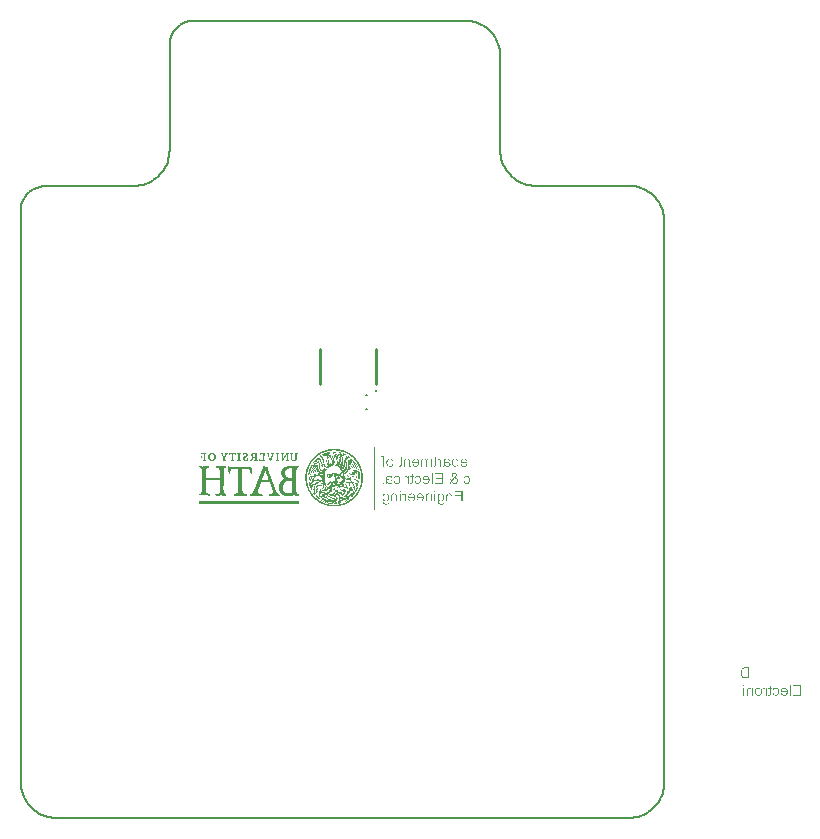
<source format=gbo>
G04*
G04 #@! TF.GenerationSoftware,Altium Limited,Altium Designer,22.4.2 (48)*
G04*
G04 Layer_Color=32896*
%FSLAX44Y44*%
%MOMM*%
G71*
G04*
G04 #@! TF.SameCoordinates,AE55E6FE-B37C-48CA-A5CC-AE0976963D19*
G04*
G04*
G04 #@! TF.FilePolarity,Positive*
G04*
G01*
G75*
%ADD10C,0.2540*%
%ADD12C,0.2000*%
%ADD19C,0.2032*%
%ADD76C,0.2540*%
G36*
X267125Y312251D02*
X267663D01*
Y312144D01*
X267771D01*
Y312251D01*
X267878D01*
Y312144D01*
X267986D01*
Y312251D01*
X268093D01*
Y312144D01*
X268847D01*
Y312036D01*
X268955D01*
Y312144D01*
X269062D01*
Y312036D01*
X269385D01*
Y311929D01*
X269493D01*
Y312036D01*
X269601D01*
Y311929D01*
X270139D01*
Y311821D01*
X270246D01*
Y311929D01*
X270354D01*
Y311821D01*
X270462D01*
Y311713D01*
X270569D01*
Y311821D01*
X270677D01*
Y311713D01*
X271000D01*
Y311606D01*
X271108D01*
Y311713D01*
X271215D01*
Y311606D01*
X271538D01*
Y311498D01*
X271861D01*
Y311390D01*
X271969D01*
Y311498D01*
X272076D01*
Y311390D01*
X272184D01*
Y311283D01*
X272292D01*
Y311390D01*
X272399D01*
Y311283D01*
X272722D01*
Y311175D01*
X272830D01*
Y311067D01*
X272937D01*
Y311175D01*
X273045D01*
Y311067D01*
X273368D01*
Y310960D01*
X273476D01*
Y310852D01*
X273583D01*
Y310960D01*
X273691D01*
Y310852D01*
X273799D01*
Y310744D01*
X273906D01*
Y310852D01*
X274014D01*
Y310744D01*
X274121D01*
Y310637D01*
X274444D01*
Y310529D01*
X274767D01*
Y310422D01*
X274875D01*
Y310314D01*
X275198D01*
Y310206D01*
X275521D01*
Y310099D01*
X275629D01*
Y309991D01*
X275951D01*
Y309883D01*
X276059D01*
Y309776D01*
X276382D01*
Y309668D01*
X276490D01*
Y309560D01*
X276813D01*
Y309453D01*
X276920D01*
Y309345D01*
X277243D01*
Y309237D01*
X277351D01*
Y309130D01*
X277458D01*
Y309022D01*
X277566D01*
Y308915D01*
X277674D01*
Y309022D01*
X277781D01*
Y308915D01*
X277889D01*
Y308807D01*
X277997D01*
Y308699D01*
X278320D01*
Y308592D01*
X278427D01*
Y308484D01*
X278535D01*
Y308376D01*
X278643D01*
Y308269D01*
X278965D01*
Y308161D01*
X279073D01*
Y308053D01*
X279181D01*
Y307946D01*
X279288D01*
Y307838D01*
X279611D01*
Y307731D01*
X279719D01*
Y307623D01*
X279827D01*
Y307515D01*
X279934D01*
Y307408D01*
X280042D01*
Y307300D01*
X280149D01*
Y307192D01*
X280472D01*
Y307085D01*
X280580D01*
Y306977D01*
X280688D01*
Y306869D01*
X280795D01*
Y306762D01*
X280903D01*
Y306654D01*
X281011D01*
Y306546D01*
X281118D01*
Y306439D01*
X281226D01*
Y306331D01*
X281549D01*
Y306224D01*
Y306116D01*
X281764D01*
Y306008D01*
Y305901D01*
X281979D01*
Y305793D01*
Y305685D01*
X282195D01*
Y305578D01*
Y305470D01*
X282410D01*
Y305362D01*
X282518D01*
Y305255D01*
X282625D01*
Y305147D01*
X282733D01*
Y305039D01*
X282841D01*
Y304932D01*
Y304824D01*
X283056D01*
Y304716D01*
Y304609D01*
X283271D01*
Y304501D01*
Y304394D01*
X283486D01*
Y304286D01*
Y304178D01*
X283702D01*
Y304071D01*
X283594D01*
Y303963D01*
X283809D01*
Y303855D01*
Y303748D01*
X283917D01*
Y303640D01*
X284025D01*
Y303532D01*
X284132D01*
Y303425D01*
X284240D01*
Y303317D01*
X284348D01*
Y303209D01*
X284455D01*
Y303102D01*
X284563D01*
Y302994D01*
X284455D01*
Y302887D01*
X284671D01*
Y302779D01*
Y302671D01*
X284778D01*
Y302564D01*
X284886D01*
Y302456D01*
X284993D01*
Y302348D01*
X285101D01*
Y302241D01*
X285209D01*
Y302133D01*
Y302025D01*
X285316D01*
Y301918D01*
Y301810D01*
X285424D01*
Y301702D01*
X285532D01*
Y301595D01*
X285639D01*
Y301487D01*
Y301380D01*
X285747D01*
Y301272D01*
Y301164D01*
X285855D01*
Y301057D01*
X285962D01*
Y300949D01*
X286070D01*
Y300841D01*
Y300734D01*
X286178D01*
Y300626D01*
Y300518D01*
X286285D01*
Y300411D01*
X286393D01*
Y300303D01*
Y300196D01*
Y300088D01*
X286500D01*
Y299980D01*
X286608D01*
Y299873D01*
X286716D01*
Y299765D01*
Y299657D01*
Y299550D01*
X286823D01*
Y299442D01*
X286931D01*
Y299334D01*
Y299227D01*
Y299119D01*
X287039D01*
Y299011D01*
X287146D01*
Y298904D01*
Y298796D01*
Y298689D01*
X287254D01*
Y298581D01*
X287362D01*
Y298473D01*
Y298365D01*
Y298258D01*
X287469D01*
Y298150D01*
X287577D01*
Y298043D01*
Y297935D01*
Y297827D01*
X287684D01*
Y297720D01*
X287792D01*
Y297612D01*
X287684D01*
Y297504D01*
X287792D01*
Y297397D01*
X287900D01*
Y297289D01*
Y297181D01*
Y297074D01*
X288008D01*
Y296966D01*
Y296859D01*
Y296751D01*
X288115D01*
Y296643D01*
X288223D01*
Y296536D01*
X288115D01*
Y296428D01*
X288223D01*
Y296320D01*
X288330D01*
Y296213D01*
Y296105D01*
Y295997D01*
X288438D01*
Y295890D01*
X288330D01*
Y295782D01*
X288438D01*
Y295674D01*
X288546D01*
Y295567D01*
Y295459D01*
Y295352D01*
X288653D01*
Y295244D01*
X288546D01*
Y295136D01*
X288653D01*
Y295029D01*
X288761D01*
Y294921D01*
X288653D01*
Y294813D01*
X288761D01*
Y294706D01*
X288869D01*
Y294598D01*
X288761D01*
Y294490D01*
X288869D01*
Y294383D01*
Y294275D01*
Y294167D01*
X288976D01*
Y294060D01*
Y293952D01*
Y293845D01*
X289084D01*
Y293737D01*
X288976D01*
Y293629D01*
X289084D01*
Y293522D01*
Y293414D01*
Y293306D01*
X289191D01*
Y293199D01*
Y293091D01*
Y292983D01*
X289299D01*
Y292876D01*
X289191D01*
Y292768D01*
X289299D01*
Y292661D01*
X289191D01*
Y292553D01*
X289299D01*
Y292445D01*
Y292337D01*
Y292230D01*
X289407D01*
Y292122D01*
X289299D01*
Y292015D01*
X289407D01*
Y291907D01*
Y291799D01*
Y291692D01*
X289515D01*
Y291584D01*
X289407D01*
Y291476D01*
X289515D01*
Y291369D01*
X289407D01*
Y291261D01*
X289515D01*
Y291154D01*
Y291046D01*
Y290938D01*
Y290830D01*
Y290723D01*
X289622D01*
Y290615D01*
X289515D01*
Y290508D01*
X289622D01*
Y290400D01*
Y290292D01*
Y290185D01*
Y290077D01*
Y289969D01*
X289730D01*
Y289862D01*
X289622D01*
Y289754D01*
X289730D01*
Y289646D01*
X289622D01*
Y289539D01*
X289730D01*
Y289431D01*
X289622D01*
Y289324D01*
X289730D01*
Y289216D01*
X289622D01*
Y289108D01*
X289730D01*
Y289001D01*
X289622D01*
Y288893D01*
X289730D01*
Y288785D01*
X289622D01*
Y288678D01*
X289730D01*
Y288570D01*
X289622D01*
Y288462D01*
X289730D01*
Y288355D01*
X289622D01*
Y288247D01*
X289730D01*
Y288139D01*
Y288032D01*
Y287924D01*
X289622D01*
Y287817D01*
X289730D01*
Y287709D01*
Y287601D01*
Y287494D01*
X289622D01*
Y287386D01*
X289730D01*
Y287278D01*
X289622D01*
Y287171D01*
X289730D01*
Y287063D01*
X289622D01*
Y286955D01*
X289730D01*
Y286848D01*
X289622D01*
Y286740D01*
X289730D01*
Y286632D01*
X289622D01*
Y286525D01*
X289730D01*
Y286417D01*
X289622D01*
Y286310D01*
X289730D01*
Y286202D01*
X289622D01*
Y286094D01*
X289730D01*
Y285987D01*
X289622D01*
Y285879D01*
Y285771D01*
Y285664D01*
Y285556D01*
Y285448D01*
X289515D01*
Y285341D01*
X289622D01*
Y285233D01*
X289515D01*
Y285126D01*
Y285018D01*
Y284910D01*
Y284803D01*
Y284695D01*
X289407D01*
Y284587D01*
X289515D01*
Y284480D01*
X289407D01*
Y284372D01*
X289515D01*
Y284264D01*
X289407D01*
Y284157D01*
Y284049D01*
Y283941D01*
Y283834D01*
Y283726D01*
X289299D01*
Y283619D01*
Y283511D01*
Y283403D01*
Y283295D01*
Y283188D01*
X289191D01*
Y283080D01*
X289299D01*
Y282973D01*
X289191D01*
Y282865D01*
Y282757D01*
Y282650D01*
X289084D01*
Y282542D01*
Y282434D01*
Y282327D01*
X288976D01*
Y282219D01*
X289084D01*
Y282111D01*
X288976D01*
Y282004D01*
Y281896D01*
Y281789D01*
X288869D01*
Y281681D01*
Y281573D01*
Y281466D01*
X288761D01*
Y281358D01*
X288869D01*
Y281250D01*
X288761D01*
Y281143D01*
Y281035D01*
X288653D01*
Y280927D01*
Y280820D01*
X288546D01*
Y280712D01*
X288653D01*
Y280604D01*
X288546D01*
Y280497D01*
Y280389D01*
Y280282D01*
X288438D01*
Y280174D01*
X288330D01*
Y280066D01*
X288438D01*
Y279959D01*
X288330D01*
Y279851D01*
Y279743D01*
Y279636D01*
X288223D01*
Y279528D01*
X288115D01*
Y279420D01*
X288223D01*
Y279313D01*
X288115D01*
Y279205D01*
X288008D01*
Y279097D01*
Y278990D01*
Y278882D01*
X287900D01*
Y278775D01*
X288008D01*
Y278667D01*
X287900D01*
Y278559D01*
X287792D01*
Y278452D01*
X287684D01*
Y278344D01*
X287792D01*
Y278236D01*
X287684D01*
Y278129D01*
X287577D01*
Y278021D01*
X287469D01*
Y277913D01*
X287577D01*
Y277806D01*
X287469D01*
Y277698D01*
X287362D01*
Y277591D01*
Y277483D01*
Y277375D01*
X287254D01*
Y277267D01*
Y277160D01*
X287146D01*
Y277052D01*
Y276945D01*
X287039D01*
Y276837D01*
X286931D01*
Y276729D01*
Y276622D01*
Y276514D01*
X286823D01*
Y276406D01*
Y276299D01*
X286716D01*
Y276191D01*
Y276084D01*
X286608D01*
Y275976D01*
X286500D01*
Y275868D01*
X286393D01*
Y275760D01*
X286500D01*
Y275653D01*
X286393D01*
Y275545D01*
X286285D01*
Y275438D01*
X286178D01*
Y275330D01*
X286285D01*
Y275222D01*
X286070D01*
Y275115D01*
Y275007D01*
X285962D01*
Y274899D01*
X285855D01*
Y274792D01*
X285747D01*
Y274684D01*
Y274576D01*
X285639D01*
Y274469D01*
Y274361D01*
X285532D01*
Y274254D01*
X285424D01*
Y274146D01*
X285316D01*
Y274038D01*
Y273931D01*
X285209D01*
Y273823D01*
Y273715D01*
X285101D01*
Y273608D01*
X284993D01*
Y273500D01*
X284886D01*
Y273392D01*
X284778D01*
Y273285D01*
X284671D01*
Y273177D01*
Y273069D01*
X284563D01*
Y272962D01*
Y272854D01*
X284455D01*
Y272747D01*
X284348D01*
Y272639D01*
X284240D01*
Y272531D01*
X284132D01*
Y272424D01*
X284025D01*
Y272316D01*
Y272208D01*
X283809D01*
Y272101D01*
Y271993D01*
X283594D01*
Y271885D01*
X283702D01*
Y271778D01*
X283594D01*
Y271670D01*
X283486D01*
Y271562D01*
X283379D01*
Y271455D01*
X283271D01*
Y271347D01*
X283164D01*
Y271239D01*
X283056D01*
Y271132D01*
X282948D01*
Y271024D01*
X282841D01*
Y270917D01*
X282733D01*
Y270809D01*
X282625D01*
Y270701D01*
X282518D01*
Y270594D01*
X282410D01*
Y270486D01*
X282302D01*
Y270378D01*
X282195D01*
Y270271D01*
X282087D01*
Y270163D01*
X281979D01*
Y270056D01*
X281872D01*
Y269948D01*
X281764D01*
Y269840D01*
X281656D01*
Y269732D01*
X281549D01*
Y269840D01*
X281441D01*
Y269732D01*
X281549D01*
Y269625D01*
X281226D01*
Y269517D01*
X281334D01*
Y269410D01*
X281011D01*
Y269302D01*
X281118D01*
Y269194D01*
X280795D01*
Y269087D01*
X280688D01*
Y268979D01*
X280580D01*
Y268871D01*
X280472D01*
Y268764D01*
X280257D01*
Y268656D01*
X280149D01*
Y268549D01*
X279934D01*
Y268441D01*
X279827D01*
Y268333D01*
X279719D01*
Y268225D01*
X279611D01*
Y268118D01*
X279288D01*
Y268010D01*
X279396D01*
Y267903D01*
X279073D01*
Y267795D01*
X278965D01*
Y267687D01*
X278858D01*
Y267580D01*
X278643D01*
Y267472D01*
X278427D01*
Y267364D01*
X278320D01*
Y267257D01*
X277997D01*
Y267149D01*
X278104D01*
Y267041D01*
X277781D01*
Y266934D01*
X277674D01*
Y266826D01*
X277351D01*
Y266719D01*
X277243D01*
Y266611D01*
X276920D01*
Y266503D01*
X276813D01*
Y266396D01*
X276490D01*
Y266288D01*
X276382D01*
Y266180D01*
X276274D01*
Y266073D01*
X276167D01*
Y266180D01*
X276059D01*
Y266073D01*
X275951D01*
Y265965D01*
X275629D01*
Y265857D01*
X275521D01*
Y265750D01*
X275198D01*
Y265642D01*
X275090D01*
Y265534D01*
X274767D01*
Y265427D01*
X274660D01*
Y265319D01*
X274121D01*
Y265212D01*
X274014D01*
Y265104D01*
X273691D01*
Y264996D01*
X273368D01*
Y264889D01*
X273045D01*
Y264781D01*
X272722D01*
Y264673D01*
X272399D01*
Y264566D01*
X272076D01*
Y264458D01*
X271538D01*
Y264350D01*
X271430D01*
Y264243D01*
X271323D01*
Y264350D01*
X271215D01*
Y264243D01*
X270677D01*
Y264135D01*
X270354D01*
Y264028D01*
X269816D01*
Y263920D01*
X269708D01*
Y264028D01*
X269601D01*
Y263920D01*
X269278D01*
Y263812D01*
X269170D01*
Y263920D01*
X269062D01*
Y263812D01*
X268309D01*
Y263704D01*
X268201D01*
Y263812D01*
X268093D01*
Y263704D01*
X267555D01*
Y263597D01*
X267448D01*
Y263704D01*
X267340D01*
Y263597D01*
X267232D01*
Y263704D01*
X267125D01*
Y263597D01*
X267017D01*
Y263704D01*
X266909D01*
Y263597D01*
X263788D01*
Y263704D01*
X263680D01*
Y263597D01*
X263573D01*
Y263704D01*
X263465D01*
Y263597D01*
X263357D01*
Y263704D01*
X263250D01*
Y263597D01*
X263142D01*
Y263704D01*
X262604D01*
Y263812D01*
X262496D01*
Y263704D01*
X262388D01*
Y263812D01*
X261635D01*
Y263920D01*
X261527D01*
Y263812D01*
X261420D01*
Y263920D01*
X261097D01*
Y264028D01*
X260343D01*
Y264135D01*
X260020D01*
Y264243D01*
X259482D01*
Y264350D01*
X259374D01*
Y264243D01*
X259267D01*
Y264350D01*
X259159D01*
Y264458D01*
X259051D01*
Y264350D01*
X258944D01*
Y264458D01*
X258621D01*
Y264566D01*
X258298D01*
Y264673D01*
X257975D01*
Y264781D01*
X257652D01*
Y264889D01*
X257329D01*
Y264996D01*
X257006D01*
Y265104D01*
X256683D01*
Y265212D01*
X256360D01*
Y265319D01*
X256038D01*
Y265427D01*
X255930D01*
Y265534D01*
X255607D01*
Y265642D01*
X255499D01*
Y265750D01*
X255176D01*
Y265857D01*
X255069D01*
Y265965D01*
X254961D01*
Y265857D01*
X254853D01*
Y265965D01*
X254746D01*
Y266073D01*
X254638D01*
Y266180D01*
X254531D01*
Y266073D01*
X254423D01*
Y266180D01*
X254315D01*
Y266288D01*
X253992D01*
Y266396D01*
X253885D01*
Y266503D01*
X253777D01*
Y266611D01*
X253454D01*
Y266719D01*
X253346D01*
Y266826D01*
X253023D01*
Y266934D01*
X252916D01*
Y267041D01*
X252593D01*
Y267149D01*
X252485D01*
Y267257D01*
X252378D01*
Y267364D01*
X252270D01*
Y267472D01*
X251947D01*
Y267580D01*
X251839D01*
Y267687D01*
X251732D01*
Y267795D01*
X251624D01*
Y267903D01*
X251301D01*
Y268010D01*
X251409D01*
Y268118D01*
X251086D01*
Y268225D01*
X250978D01*
Y268333D01*
X250763D01*
Y268441D01*
Y268549D01*
X250440D01*
Y268656D01*
X250332D01*
Y268764D01*
X250225D01*
Y268871D01*
X250117D01*
Y268979D01*
X250009D01*
Y269087D01*
X249902D01*
Y269194D01*
X249579D01*
Y269302D01*
X249687D01*
Y269410D01*
X249364D01*
Y269517D01*
Y269625D01*
X249148D01*
Y269732D01*
X249041D01*
Y269840D01*
X248933D01*
Y269948D01*
X248825D01*
Y270056D01*
X248718D01*
Y270163D01*
X248610D01*
Y270271D01*
X248503D01*
Y270378D01*
X248395D01*
Y270486D01*
X248287D01*
Y270594D01*
X248179D01*
Y270701D01*
X248072D01*
Y270809D01*
X247964D01*
Y270917D01*
X247857D01*
Y271024D01*
X247749D01*
Y271132D01*
X247641D01*
Y271239D01*
X247534D01*
Y271347D01*
X247426D01*
Y271455D01*
X247318D01*
Y271562D01*
X247211D01*
Y271670D01*
X247103D01*
Y271778D01*
X246996D01*
Y271885D01*
Y271993D01*
X246780D01*
Y272101D01*
Y272208D01*
X246565D01*
Y272316D01*
X246672D01*
Y272424D01*
X246565D01*
Y272531D01*
X246457D01*
Y272639D01*
X246350D01*
Y272747D01*
X246242D01*
Y272854D01*
X246134D01*
Y272962D01*
X246027D01*
Y273069D01*
X245919D01*
Y273177D01*
Y273285D01*
X245811D01*
Y273392D01*
Y273500D01*
X245704D01*
Y273608D01*
X245596D01*
Y273715D01*
X245488D01*
Y273823D01*
X245381D01*
Y273931D01*
X245273D01*
Y274038D01*
X245381D01*
Y274146D01*
X245273D01*
Y274254D01*
X245166D01*
Y274361D01*
X245058D01*
Y274469D01*
X244950D01*
Y274576D01*
X244843D01*
Y274684D01*
Y274792D01*
Y274899D01*
X244735D01*
Y275007D01*
X244627D01*
Y275115D01*
X244520D01*
Y275222D01*
X244412D01*
Y275330D01*
X244520D01*
Y275438D01*
X244412D01*
Y275545D01*
X244304D01*
Y275653D01*
X244197D01*
Y275760D01*
Y275868D01*
Y275976D01*
X244089D01*
Y276084D01*
X243981D01*
Y276191D01*
Y276299D01*
X243874D01*
Y276406D01*
Y276514D01*
X243766D01*
Y276622D01*
Y276729D01*
X243659D01*
Y276837D01*
Y276945D01*
X243551D01*
Y277052D01*
Y277160D01*
X243443D01*
Y277267D01*
Y277375D01*
X243336D01*
Y277483D01*
X243228D01*
Y277591D01*
Y277698D01*
Y277806D01*
X243120D01*
Y277913D01*
Y278021D01*
Y278129D01*
X243013D01*
Y278236D01*
X242905D01*
Y278344D01*
Y278452D01*
Y278559D01*
X242797D01*
Y278667D01*
X242690D01*
Y278775D01*
X242797D01*
Y278882D01*
X242690D01*
Y278990D01*
X242582D01*
Y279097D01*
Y279205D01*
Y279313D01*
X242474D01*
Y279420D01*
Y279528D01*
Y279636D01*
X242367D01*
Y279743D01*
Y279851D01*
Y279959D01*
X242259D01*
Y280066D01*
Y280174D01*
Y280282D01*
X242152D01*
Y280389D01*
Y280497D01*
Y280604D01*
X242044D01*
Y280712D01*
Y280820D01*
Y280927D01*
X241936D01*
Y281035D01*
Y281143D01*
Y281250D01*
X241829D01*
Y281358D01*
X241936D01*
Y281466D01*
X241829D01*
Y281573D01*
X241721D01*
Y281681D01*
Y281789D01*
Y281896D01*
X241613D01*
Y282004D01*
X241721D01*
Y282111D01*
X241613D01*
Y282219D01*
X241721D01*
Y282327D01*
X241613D01*
Y282434D01*
Y282542D01*
Y282650D01*
X241506D01*
Y282757D01*
Y282865D01*
Y282973D01*
X241398D01*
Y283080D01*
X241506D01*
Y283188D01*
X241398D01*
Y283295D01*
Y283403D01*
Y283511D01*
Y283619D01*
Y283726D01*
X241290D01*
Y283834D01*
Y283941D01*
Y284049D01*
X241183D01*
Y284157D01*
X241290D01*
Y284264D01*
X241183D01*
Y284372D01*
X241290D01*
Y284480D01*
X241183D01*
Y284587D01*
Y284695D01*
Y284803D01*
Y284910D01*
Y285018D01*
X241075D01*
Y285126D01*
X241183D01*
Y285233D01*
X241075D01*
Y285341D01*
Y285448D01*
Y285556D01*
Y285664D01*
Y285771D01*
Y285879D01*
Y285987D01*
X240968D01*
Y286094D01*
X241075D01*
Y286202D01*
X240968D01*
Y286310D01*
X241075D01*
Y286417D01*
X240968D01*
Y286525D01*
X241075D01*
Y286632D01*
X240968D01*
Y286740D01*
X241075D01*
Y286848D01*
X240968D01*
Y286955D01*
X241075D01*
Y287063D01*
X240968D01*
Y287171D01*
Y287278D01*
Y287386D01*
Y287494D01*
Y287601D01*
Y287709D01*
Y287817D01*
Y287924D01*
Y288032D01*
Y288139D01*
Y288247D01*
Y288355D01*
Y288462D01*
Y288570D01*
Y288678D01*
X241075D01*
Y288785D01*
X240968D01*
Y288893D01*
Y289001D01*
Y289108D01*
X241075D01*
Y289216D01*
X240968D01*
Y289324D01*
X241075D01*
Y289431D01*
X240968D01*
Y289539D01*
X241075D01*
Y289646D01*
X240968D01*
Y289754D01*
X241075D01*
Y289862D01*
X240968D01*
Y289969D01*
X241075D01*
Y290077D01*
Y290185D01*
Y290292D01*
Y290400D01*
Y290508D01*
Y290615D01*
Y290723D01*
X241183D01*
Y290830D01*
X241075D01*
Y290938D01*
X241183D01*
Y291046D01*
Y291154D01*
Y291261D01*
Y291369D01*
Y291476D01*
X241290D01*
Y291584D01*
X241183D01*
Y291692D01*
X241290D01*
Y291799D01*
X241183D01*
Y291907D01*
X241290D01*
Y292015D01*
Y292122D01*
Y292230D01*
X241398D01*
Y292337D01*
X241290D01*
Y292445D01*
X241398D01*
Y292553D01*
X241506D01*
Y292661D01*
X241398D01*
Y292768D01*
X241506D01*
Y292876D01*
X241398D01*
Y292983D01*
X241506D01*
Y293091D01*
Y293199D01*
Y293306D01*
X241613D01*
Y293414D01*
Y293522D01*
Y293629D01*
X241721D01*
Y293737D01*
X241613D01*
Y293845D01*
X241721D01*
Y293952D01*
Y294060D01*
Y294167D01*
X241829D01*
Y294275D01*
Y294383D01*
Y294490D01*
X241936D01*
Y294598D01*
X241829D01*
Y294706D01*
X241936D01*
Y294813D01*
Y294921D01*
Y295029D01*
X242044D01*
Y295136D01*
Y295244D01*
Y295352D01*
X242152D01*
Y295459D01*
Y295567D01*
Y295674D01*
X242259D01*
Y295782D01*
Y295890D01*
Y295997D01*
X242367D01*
Y296105D01*
Y296213D01*
Y296320D01*
X242474D01*
Y296428D01*
X242582D01*
Y296536D01*
X242474D01*
Y296643D01*
X242582D01*
Y296751D01*
Y296859D01*
X242690D01*
Y296966D01*
Y297074D01*
X242797D01*
Y297181D01*
X242690D01*
Y297289D01*
X242797D01*
Y297397D01*
X242905D01*
Y297504D01*
X243013D01*
Y297612D01*
X242905D01*
Y297720D01*
X243013D01*
Y297827D01*
X243120D01*
Y297935D01*
Y298043D01*
Y298150D01*
X243228D01*
Y298258D01*
Y298365D01*
X243336D01*
Y298473D01*
Y298581D01*
X243443D01*
Y298689D01*
X243551D01*
Y298796D01*
Y298904D01*
Y299011D01*
X243659D01*
Y299119D01*
Y299227D01*
X243766D01*
Y299334D01*
Y299442D01*
X243874D01*
Y299550D01*
X243981D01*
Y299657D01*
Y299765D01*
Y299873D01*
X244089D01*
Y299980D01*
X244197D01*
Y300088D01*
X244304D01*
Y300196D01*
X244197D01*
Y300303D01*
X244304D01*
Y300411D01*
X244412D01*
Y300518D01*
X244520D01*
Y300626D01*
X244412D01*
Y300734D01*
X244627D01*
Y300841D01*
Y300949D01*
X244735D01*
Y301057D01*
X244843D01*
Y301164D01*
X244950D01*
Y301272D01*
Y301380D01*
X245058D01*
Y301487D01*
Y301595D01*
X245166D01*
Y301702D01*
X245273D01*
Y301810D01*
X245381D01*
Y301918D01*
Y302025D01*
X245488D01*
Y302133D01*
Y302241D01*
X245596D01*
Y302348D01*
X245704D01*
Y302456D01*
X245811D01*
Y302564D01*
X245919D01*
Y302671D01*
X246027D01*
Y302779D01*
Y302887D01*
X246134D01*
Y302994D01*
Y303102D01*
X246242D01*
Y303209D01*
X246350D01*
Y303317D01*
X246457D01*
Y303425D01*
X246565D01*
Y303532D01*
X246672D01*
Y303640D01*
X246780D01*
Y303748D01*
X246888D01*
Y303855D01*
Y303963D01*
X246996D01*
Y304071D01*
Y304178D01*
X247211D01*
Y304286D01*
Y304394D01*
X247318D01*
Y304501D01*
X247426D01*
Y304609D01*
X247534D01*
Y304716D01*
X247641D01*
Y304824D01*
X247749D01*
Y304932D01*
X247857D01*
Y305039D01*
X247964D01*
Y305147D01*
X248072D01*
Y305255D01*
X248179D01*
Y305362D01*
X248287D01*
Y305470D01*
X248395D01*
Y305578D01*
X248503D01*
Y305685D01*
X248610D01*
Y305793D01*
X248718D01*
Y305901D01*
X248825D01*
Y306008D01*
X248933D01*
Y306116D01*
X249148D01*
Y306224D01*
Y306331D01*
X249471D01*
Y306439D01*
X249579D01*
Y306546D01*
X249687D01*
Y306654D01*
X249794D01*
Y306762D01*
X249902D01*
Y306869D01*
X250009D01*
Y306977D01*
X250117D01*
Y307085D01*
X250225D01*
Y307192D01*
X250548D01*
Y307300D01*
Y307408D01*
X250763D01*
Y307515D01*
X250871D01*
Y307623D01*
X250978D01*
Y307731D01*
X251086D01*
Y307838D01*
X251409D01*
Y307946D01*
X251516D01*
Y308053D01*
X251624D01*
Y308161D01*
X251732D01*
Y308269D01*
X252055D01*
Y308376D01*
Y308484D01*
X252270D01*
Y308592D01*
X252378D01*
Y308699D01*
X252593D01*
Y308807D01*
X252808D01*
Y308915D01*
X252916D01*
Y309022D01*
X253023D01*
Y308915D01*
X253131D01*
Y309022D01*
Y309130D01*
X253346D01*
Y309237D01*
X253454D01*
Y309345D01*
X253777D01*
Y309453D01*
X253885D01*
Y309560D01*
X254207D01*
Y309668D01*
X254315D01*
Y309776D01*
X254638D01*
Y309883D01*
X254746D01*
Y309991D01*
X255069D01*
Y310099D01*
X255176D01*
Y310206D01*
X255499D01*
Y310314D01*
X255607D01*
Y310422D01*
X255930D01*
Y310529D01*
X256253D01*
Y310637D01*
X256576D01*
Y310744D01*
X256683D01*
Y310852D01*
X256791D01*
Y310744D01*
X256899D01*
Y310852D01*
X257006D01*
Y310960D01*
X257114D01*
Y310852D01*
X257222D01*
Y310960D01*
X257329D01*
Y311067D01*
X257867D01*
Y311175D01*
X257975D01*
Y311283D01*
X258513D01*
Y311390D01*
X258621D01*
Y311498D01*
X258729D01*
Y311390D01*
X258836D01*
Y311498D01*
X259159D01*
Y311606D01*
X259482D01*
Y311713D01*
X260020D01*
Y311821D01*
X260128D01*
Y311713D01*
X260236D01*
Y311821D01*
X260343D01*
Y311929D01*
X260451D01*
Y311821D01*
X260558D01*
Y311929D01*
X261312D01*
Y312036D01*
X261635D01*
Y312144D01*
X261743D01*
Y312036D01*
X261850D01*
Y312144D01*
X261958D01*
Y312036D01*
X262066D01*
Y312144D01*
X262604D01*
Y312251D01*
X262711D01*
Y312144D01*
X262819D01*
Y312251D01*
X262927D01*
Y312144D01*
X263034D01*
Y312251D01*
X263573D01*
Y312359D01*
X263680D01*
Y312251D01*
X263788D01*
Y312359D01*
X263895D01*
Y312251D01*
X264003D01*
Y312359D01*
X264111D01*
Y312251D01*
X264218D01*
Y312359D01*
X264326D01*
Y312251D01*
X264434D01*
Y312359D01*
X266264D01*
Y312251D01*
X266371D01*
Y312359D01*
X266479D01*
Y312251D01*
X266586D01*
Y312359D01*
X266694D01*
Y312251D01*
X266802D01*
Y312359D01*
X266909D01*
Y312251D01*
X267017D01*
Y312359D01*
X267125D01*
Y312251D01*
D02*
G37*
G36*
X190268Y308807D02*
X190806D01*
Y308699D01*
X191129D01*
Y308592D01*
X191236D01*
Y308699D01*
X191344D01*
Y308592D01*
X191452D01*
Y308484D01*
X191559D01*
Y308376D01*
X191667D01*
Y308269D01*
X191882D01*
Y308161D01*
Y308053D01*
X192098D01*
Y307946D01*
Y307838D01*
X192205D01*
Y307731D01*
Y307623D01*
X192313D01*
Y307515D01*
Y307408D01*
X192421D01*
Y307300D01*
X192313D01*
Y307192D01*
X192421D01*
Y307085D01*
Y306977D01*
Y306869D01*
X192313D01*
Y306762D01*
X192421D01*
Y306654D01*
X192313D01*
Y306546D01*
Y306439D01*
Y306331D01*
X192205D01*
Y306224D01*
X192098D01*
Y306116D01*
Y306008D01*
X191882D01*
Y305901D01*
X191990D01*
Y305793D01*
X191882D01*
Y305685D01*
X191775D01*
Y305578D01*
X191452D01*
Y305470D01*
X191344D01*
Y305362D01*
X191236D01*
Y305255D01*
X190914D01*
Y305147D01*
X190806D01*
Y305039D01*
X190698D01*
Y304932D01*
X190375D01*
Y304824D01*
X190268D01*
Y304716D01*
X190052D01*
Y304609D01*
X189945D01*
Y304501D01*
X189837D01*
Y304394D01*
X189729D01*
Y304286D01*
X189622D01*
Y304178D01*
Y304071D01*
X189514D01*
Y303963D01*
X189622D01*
Y303855D01*
X189514D01*
Y303748D01*
X189622D01*
Y303640D01*
X189514D01*
Y303532D01*
X189622D01*
Y303425D01*
Y303317D01*
X189837D01*
Y303209D01*
Y303102D01*
X190052D01*
Y302994D01*
X190160D01*
Y302887D01*
X190268D01*
Y302994D01*
X190375D01*
Y302887D01*
X191129D01*
Y302994D01*
X191236D01*
Y302887D01*
X191344D01*
Y302994D01*
X191452D01*
Y302887D01*
X191559D01*
Y302994D01*
X191667D01*
Y303102D01*
X191775D01*
Y303209D01*
X191667D01*
Y303317D01*
X191775D01*
Y303425D01*
X191667D01*
Y303532D01*
X191775D01*
Y303640D01*
Y303748D01*
Y303855D01*
Y303963D01*
Y304071D01*
X191882D01*
Y304178D01*
Y304286D01*
Y304394D01*
X191990D01*
Y304286D01*
X192098D01*
Y304394D01*
X192205D01*
Y304286D01*
X192313D01*
Y304394D01*
X192421D01*
Y304286D01*
X192528D01*
Y304178D01*
X192636D01*
Y304071D01*
X192528D01*
Y303963D01*
X192636D01*
Y303855D01*
X192528D01*
Y303748D01*
X192636D01*
Y303640D01*
X192528D01*
Y303532D01*
X192636D01*
Y303425D01*
X192528D01*
Y303317D01*
Y303209D01*
Y303102D01*
Y302994D01*
Y302887D01*
Y302779D01*
Y302671D01*
Y302564D01*
X192313D01*
Y302456D01*
X191990D01*
Y302348D01*
X191021D01*
Y302241D01*
X190914D01*
Y302348D01*
X190806D01*
Y302241D01*
X190698D01*
Y302348D01*
X190591D01*
Y302241D01*
X190483D01*
Y302348D01*
X190375D01*
Y302241D01*
X190268D01*
Y302348D01*
X189729D01*
Y302456D01*
X189407D01*
Y302564D01*
X189084D01*
Y302671D01*
X188976D01*
Y302779D01*
X188868D01*
Y302887D01*
X188761D01*
Y302994D01*
X188653D01*
Y303102D01*
X188545D01*
Y303209D01*
X188438D01*
Y303317D01*
Y303425D01*
X188330D01*
Y303532D01*
Y303640D01*
X188222D01*
Y303748D01*
Y303855D01*
Y303963D01*
Y304071D01*
Y304178D01*
Y304286D01*
Y304394D01*
Y304501D01*
Y304609D01*
Y304716D01*
Y304824D01*
X188330D01*
Y304932D01*
Y305039D01*
X188545D01*
Y305147D01*
X188438D01*
Y305255D01*
X188545D01*
Y305362D01*
X188653D01*
Y305470D01*
X188761D01*
Y305578D01*
X188868D01*
Y305685D01*
X189191D01*
Y305793D01*
X189299D01*
Y305901D01*
X189407D01*
Y306008D01*
X189514D01*
Y306116D01*
X189622D01*
Y306008D01*
X189729D01*
Y306116D01*
X189837D01*
Y306224D01*
X190052D01*
Y306331D01*
X190268D01*
Y306439D01*
X190375D01*
Y306546D01*
X190698D01*
Y306654D01*
X190806D01*
Y306762D01*
X190914D01*
Y306869D01*
X191021D01*
Y306977D01*
Y307085D01*
Y307192D01*
X191129D01*
Y307300D01*
Y307408D01*
Y307515D01*
X191021D01*
Y307623D01*
X191129D01*
Y307731D01*
X191021D01*
Y307838D01*
X190914D01*
Y307946D01*
X190806D01*
Y308053D01*
X190698D01*
Y308161D01*
X190591D01*
Y308269D01*
X190483D01*
Y308161D01*
X190375D01*
Y308269D01*
X190052D01*
Y308376D01*
X189945D01*
Y308269D01*
X189622D01*
Y308161D01*
X189514D01*
Y308269D01*
X189407D01*
Y308161D01*
X189299D01*
Y308053D01*
X189191D01*
Y307946D01*
Y307838D01*
Y307731D01*
Y307623D01*
Y307515D01*
X189084D01*
Y307408D01*
X189191D01*
Y307300D01*
X189084D01*
Y307192D01*
X188976D01*
Y307085D01*
X188868D01*
Y307192D01*
X188761D01*
Y307085D01*
X188653D01*
Y307192D01*
X188545D01*
Y307085D01*
X188438D01*
Y307192D01*
X188330D01*
Y307300D01*
Y307408D01*
Y307515D01*
Y307623D01*
Y307731D01*
Y307838D01*
Y307946D01*
Y308053D01*
Y308161D01*
Y308269D01*
Y308376D01*
Y308484D01*
X188545D01*
Y308592D01*
X188653D01*
Y308484D01*
X188761D01*
Y308592D01*
X188868D01*
Y308699D01*
X188976D01*
Y308592D01*
X189084D01*
Y308699D01*
X189407D01*
Y308807D01*
X189514D01*
Y308699D01*
X189622D01*
Y308807D01*
X189945D01*
Y308915D01*
X190052D01*
Y308807D01*
X190160D01*
Y308915D01*
X190268D01*
Y308807D01*
D02*
G37*
G36*
X234617Y308592D02*
X234724D01*
Y308484D01*
X234617D01*
Y308376D01*
Y308269D01*
Y308161D01*
X234078D01*
Y308053D01*
X233971D01*
Y307946D01*
X233863D01*
Y307838D01*
X233971D01*
Y307731D01*
X233863D01*
Y307623D01*
X233971D01*
Y307515D01*
X233863D01*
Y307408D01*
X233971D01*
Y307300D01*
X233863D01*
Y307192D01*
X233971D01*
Y307085D01*
X233863D01*
Y306977D01*
X233971D01*
Y306869D01*
X233863D01*
Y306762D01*
X233971D01*
Y306654D01*
X233863D01*
Y306546D01*
X233971D01*
Y306439D01*
X233863D01*
Y306331D01*
X233971D01*
Y306224D01*
X233863D01*
Y306116D01*
X233971D01*
Y306008D01*
X233863D01*
Y305901D01*
X233971D01*
Y305793D01*
X233863D01*
Y305685D01*
X233971D01*
Y305578D01*
X233863D01*
Y305470D01*
X233971D01*
Y305362D01*
X233863D01*
Y305255D01*
X233971D01*
Y305147D01*
X233863D01*
Y305039D01*
X233971D01*
Y304932D01*
X233863D01*
Y304824D01*
X233971D01*
Y304716D01*
X233863D01*
Y304609D01*
X233971D01*
Y304501D01*
X233863D01*
Y304394D01*
X233971D01*
Y304286D01*
X233863D01*
Y304178D01*
X233971D01*
Y304071D01*
X233863D01*
Y303963D01*
Y303855D01*
Y303748D01*
X233755D01*
Y303640D01*
Y303532D01*
Y303425D01*
X233648D01*
Y303317D01*
Y303209D01*
Y303102D01*
X233540D01*
Y302994D01*
X233433D01*
Y302887D01*
X233325D01*
Y302779D01*
X233217D01*
Y302671D01*
X233109D01*
Y302564D01*
X232787D01*
Y302456D01*
X232679D01*
Y302348D01*
X232356D01*
Y302241D01*
X232248D01*
Y302348D01*
X232141D01*
Y302241D01*
X231818D01*
Y302133D01*
X231710D01*
Y302241D01*
X231602D01*
Y302133D01*
X231495D01*
Y302241D01*
X231387D01*
Y302133D01*
X231280D01*
Y302241D01*
X231172D01*
Y302133D01*
X231064D01*
Y302241D01*
X230957D01*
Y302133D01*
X230849D01*
Y302241D01*
X230526D01*
Y302348D01*
X229988D01*
Y302456D01*
X229880D01*
Y302564D01*
X229773D01*
Y302671D01*
X229665D01*
Y302779D01*
X229342D01*
Y302887D01*
X229450D01*
Y302994D01*
X229342D01*
Y303102D01*
X229234D01*
Y303209D01*
X229127D01*
Y303317D01*
Y303425D01*
Y303532D01*
X229019D01*
Y303640D01*
Y303748D01*
Y303855D01*
X228911D01*
Y303963D01*
X229019D01*
Y304071D01*
X228911D01*
Y304178D01*
X229019D01*
Y304286D01*
X228911D01*
Y304394D01*
Y304501D01*
Y304609D01*
Y304716D01*
Y304824D01*
Y304932D01*
Y305039D01*
Y305147D01*
Y305255D01*
Y305362D01*
Y305470D01*
Y305578D01*
Y305685D01*
Y305793D01*
Y305901D01*
Y306008D01*
Y306116D01*
Y306224D01*
Y306331D01*
Y306439D01*
Y306546D01*
Y306654D01*
Y306762D01*
Y306869D01*
Y306977D01*
Y307085D01*
Y307192D01*
Y307300D01*
Y307408D01*
Y307515D01*
Y307623D01*
Y307731D01*
Y307838D01*
Y307946D01*
Y308053D01*
Y308161D01*
X228696D01*
Y308269D01*
X228373D01*
Y308376D01*
X228266D01*
Y308484D01*
Y308592D01*
Y308699D01*
X228373D01*
Y308592D01*
X228481D01*
Y308699D01*
X228589D01*
Y308592D01*
X228696D01*
Y308699D01*
X228804D01*
Y308592D01*
X228911D01*
Y308699D01*
X229019D01*
Y308592D01*
X229127D01*
Y308699D01*
X229234D01*
Y308592D01*
X229342D01*
Y308699D01*
X229450D01*
Y308592D01*
X229557D01*
Y308699D01*
X229665D01*
Y308592D01*
X229773D01*
Y308699D01*
X229880D01*
Y308592D01*
X229988D01*
Y308699D01*
X230096D01*
Y308592D01*
X230203D01*
Y308699D01*
X230311D01*
Y308592D01*
X230418D01*
Y308484D01*
Y308376D01*
Y308269D01*
X230526D01*
Y308161D01*
X229773D01*
Y308053D01*
X229665D01*
Y307946D01*
X229557D01*
Y307838D01*
X229665D01*
Y307731D01*
X229557D01*
Y307623D01*
X229665D01*
Y307515D01*
X229557D01*
Y307408D01*
X229665D01*
Y307300D01*
X229557D01*
Y307192D01*
X229665D01*
Y307085D01*
X229557D01*
Y306977D01*
X229665D01*
Y306869D01*
X229557D01*
Y306762D01*
X229665D01*
Y306654D01*
X229557D01*
Y306546D01*
X229665D01*
Y306439D01*
X229557D01*
Y306331D01*
X229665D01*
Y306224D01*
X229557D01*
Y306116D01*
X229665D01*
Y306008D01*
X229557D01*
Y305901D01*
X229665D01*
Y305793D01*
X229557D01*
Y305685D01*
X229665D01*
Y305578D01*
X229557D01*
Y305470D01*
X229665D01*
Y305362D01*
X229557D01*
Y305255D01*
X229665D01*
Y305147D01*
X229557D01*
Y305039D01*
X229665D01*
Y304932D01*
X229557D01*
Y304824D01*
X229665D01*
Y304716D01*
X229557D01*
Y304609D01*
X229665D01*
Y304501D01*
X229557D01*
Y304394D01*
X229665D01*
Y304286D01*
X229557D01*
Y304178D01*
X229665D01*
Y304071D01*
Y303963D01*
Y303855D01*
X229773D01*
Y303748D01*
Y303640D01*
Y303532D01*
X229880D01*
Y303425D01*
X229773D01*
Y303317D01*
X229880D01*
Y303209D01*
X229988D01*
Y303102D01*
X230096D01*
Y302994D01*
X230203D01*
Y302887D01*
X230311D01*
Y302994D01*
X230418D01*
Y302887D01*
X230741D01*
Y302779D01*
X230849D01*
Y302887D01*
X230957D01*
Y302779D01*
X231064D01*
Y302887D01*
X231172D01*
Y302779D01*
X231280D01*
Y302887D01*
X231387D01*
Y302779D01*
X231495D01*
Y302887D01*
X231818D01*
Y302994D01*
X232033D01*
Y303102D01*
X232248D01*
Y303209D01*
Y303317D01*
X232464D01*
Y303425D01*
X232356D01*
Y303532D01*
X232464D01*
Y303640D01*
Y303748D01*
Y303855D01*
X232571D01*
Y303963D01*
Y304071D01*
Y304178D01*
Y304286D01*
Y304394D01*
Y304501D01*
Y304609D01*
Y304716D01*
Y304824D01*
X232679D01*
Y304932D01*
X232571D01*
Y305039D01*
Y305147D01*
Y305255D01*
X232679D01*
Y305362D01*
X232571D01*
Y305470D01*
X232679D01*
Y305578D01*
X232571D01*
Y305685D01*
X232679D01*
Y305793D01*
X232571D01*
Y305901D01*
Y306008D01*
Y306116D01*
X232679D01*
Y306224D01*
X232571D01*
Y306331D01*
Y306439D01*
Y306546D01*
X232679D01*
Y306654D01*
X232571D01*
Y306762D01*
Y306869D01*
Y306977D01*
X232679D01*
Y307085D01*
X232571D01*
Y307192D01*
X232679D01*
Y307300D01*
X232571D01*
Y307408D01*
X232679D01*
Y307515D01*
X232571D01*
Y307623D01*
Y307731D01*
Y307838D01*
X232679D01*
Y307946D01*
X232571D01*
Y308053D01*
X232464D01*
Y307946D01*
X232356D01*
Y308053D01*
X232033D01*
Y308161D01*
X231926D01*
Y308269D01*
X231818D01*
Y308376D01*
X231926D01*
Y308484D01*
X231818D01*
Y308592D01*
X231926D01*
Y308699D01*
X232033D01*
Y308592D01*
X232141D01*
Y308699D01*
X232248D01*
Y308592D01*
X232356D01*
Y308699D01*
X232464D01*
Y308592D01*
X232571D01*
Y308699D01*
X232679D01*
Y308592D01*
X232787D01*
Y308699D01*
X232894D01*
Y308592D01*
X233002D01*
Y308699D01*
X233109D01*
Y308592D01*
X233217D01*
Y308699D01*
X233325D01*
Y308592D01*
X233433D01*
Y308699D01*
X233540D01*
Y308592D01*
X233648D01*
Y308699D01*
X233755D01*
Y308592D01*
X233863D01*
Y308699D01*
X233971D01*
Y308592D01*
X234078D01*
Y308699D01*
X234186D01*
Y308592D01*
X234294D01*
Y308699D01*
X234401D01*
Y308592D01*
X234509D01*
Y308699D01*
X234617D01*
Y308592D01*
D02*
G37*
G36*
X226866D02*
X226759D01*
Y308699D01*
X226866D01*
Y308592D01*
D02*
G37*
G36*
X226651D02*
X226759D01*
Y308484D01*
X226866D01*
Y308376D01*
X226759D01*
Y308269D01*
X226866D01*
Y308161D01*
X226113D01*
Y308053D01*
Y307946D01*
Y307838D01*
Y307731D01*
Y307623D01*
Y307515D01*
Y307408D01*
Y307300D01*
Y307192D01*
Y307085D01*
Y306977D01*
Y306869D01*
Y306762D01*
Y306654D01*
Y306546D01*
Y306439D01*
Y306331D01*
Y306224D01*
Y306116D01*
Y306008D01*
Y305901D01*
Y305793D01*
Y305685D01*
Y305578D01*
Y305470D01*
Y305362D01*
Y305255D01*
Y305147D01*
Y305039D01*
Y304932D01*
Y304824D01*
Y304716D01*
Y304609D01*
Y304501D01*
Y304394D01*
Y304286D01*
Y304178D01*
Y304071D01*
Y303963D01*
Y303855D01*
Y303748D01*
Y303640D01*
Y303532D01*
Y303425D01*
Y303317D01*
Y303209D01*
Y303102D01*
Y302994D01*
Y302887D01*
X226220D01*
Y302779D01*
X226328D01*
Y302887D01*
X226436D01*
Y302779D01*
X226543D01*
Y302671D01*
X226651D01*
Y302779D01*
X226759D01*
Y302671D01*
X226866D01*
Y302564D01*
X226759D01*
Y302456D01*
X226866D01*
Y302348D01*
X226759D01*
Y302241D01*
X226651D01*
Y302348D01*
X226543D01*
Y302241D01*
X226436D01*
Y302348D01*
X226328D01*
Y302241D01*
X226220D01*
Y302348D01*
X226113D01*
Y302241D01*
X226005D01*
Y302348D01*
X225898D01*
Y302241D01*
X225790D01*
Y302348D01*
X225682D01*
Y302241D01*
X225574D01*
Y302348D01*
X225467D01*
Y302241D01*
X225359D01*
Y302348D01*
X225252D01*
Y302241D01*
X225144D01*
Y302348D01*
X225036D01*
Y302241D01*
X224929D01*
Y302348D01*
X224821D01*
Y302241D01*
X224713D01*
Y302348D01*
X224606D01*
Y302456D01*
X224713D01*
Y302564D01*
X224606D01*
Y302671D01*
X224713D01*
Y302779D01*
X224821D01*
Y302671D01*
X224929D01*
Y302779D01*
X225036D01*
Y302887D01*
X225144D01*
Y302779D01*
X225252D01*
Y302887D01*
X225359D01*
Y302994D01*
X225467D01*
Y303102D01*
X225359D01*
Y303209D01*
Y303317D01*
Y303425D01*
X225467D01*
Y303532D01*
X225359D01*
Y303640D01*
Y303748D01*
Y303855D01*
X225467D01*
Y303963D01*
X225359D01*
Y304071D01*
Y304178D01*
Y304286D01*
X225467D01*
Y304394D01*
X225359D01*
Y304501D01*
Y304609D01*
Y304716D01*
X225467D01*
Y304824D01*
X225359D01*
Y304932D01*
Y305039D01*
Y305147D01*
X225467D01*
Y305255D01*
X225359D01*
Y305362D01*
Y305470D01*
Y305578D01*
X225467D01*
Y305685D01*
X225359D01*
Y305793D01*
Y305901D01*
Y306008D01*
X225467D01*
Y306116D01*
X225359D01*
Y306224D01*
Y306331D01*
Y306439D01*
X225467D01*
Y306546D01*
X225359D01*
Y306654D01*
Y306762D01*
Y306869D01*
X225467D01*
Y306977D01*
X225359D01*
Y307085D01*
Y307192D01*
Y307300D01*
X225252D01*
Y307192D01*
Y307085D01*
X225144D01*
Y306977D01*
Y306869D01*
X225036D01*
Y306762D01*
X224929D01*
Y306654D01*
X224821D01*
Y306546D01*
Y306439D01*
X224713D01*
Y306331D01*
Y306224D01*
X224606D01*
Y306116D01*
X224498D01*
Y306008D01*
X224391D01*
Y305901D01*
Y305793D01*
X224283D01*
Y305685D01*
Y305578D01*
X224175D01*
Y305470D01*
X224067D01*
Y305362D01*
X223960D01*
Y305255D01*
X224067D01*
Y305147D01*
X223960D01*
Y305039D01*
X223852D01*
Y304932D01*
X223745D01*
Y304824D01*
X223637D01*
Y304716D01*
X223529D01*
Y304609D01*
X223637D01*
Y304501D01*
X223529D01*
Y304394D01*
X223422D01*
Y304286D01*
X223314D01*
Y304178D01*
Y304071D01*
X223099D01*
Y303963D01*
X223206D01*
Y303855D01*
X223099D01*
Y303748D01*
X222991D01*
Y303640D01*
X222883D01*
Y303532D01*
X222776D01*
Y303425D01*
Y303317D01*
Y303209D01*
X222668D01*
Y303102D01*
X222561D01*
Y302994D01*
X222453D01*
Y302887D01*
Y302779D01*
X222345D01*
Y302671D01*
Y302564D01*
X222238D01*
Y302456D01*
X222130D01*
Y302348D01*
X222022D01*
Y302241D01*
X221915D01*
Y302348D01*
X221807D01*
Y302241D01*
X221699D01*
Y302348D01*
X221592D01*
Y302241D01*
X221484D01*
Y302348D01*
X221376D01*
Y302241D01*
X221269D01*
Y302348D01*
X221161D01*
Y302241D01*
X221054D01*
Y302348D01*
Y302456D01*
Y302564D01*
Y302671D01*
Y302779D01*
Y302887D01*
Y302994D01*
Y303102D01*
Y303209D01*
Y303317D01*
Y303425D01*
Y303532D01*
Y303640D01*
Y303748D01*
Y303855D01*
Y303963D01*
Y304071D01*
Y304178D01*
Y304286D01*
Y304394D01*
Y304501D01*
Y304609D01*
Y304716D01*
Y304824D01*
Y304932D01*
Y305039D01*
Y305147D01*
Y305255D01*
Y305362D01*
Y305470D01*
Y305578D01*
Y305685D01*
Y305793D01*
Y305901D01*
Y306008D01*
Y306116D01*
Y306224D01*
Y306331D01*
Y306439D01*
Y306546D01*
Y306654D01*
Y306762D01*
Y306869D01*
Y306977D01*
Y307085D01*
Y307192D01*
Y307300D01*
Y307408D01*
Y307515D01*
Y307623D01*
Y307731D01*
Y307838D01*
Y307946D01*
X220946D01*
Y308053D01*
X220838D01*
Y308161D01*
X220300D01*
Y308269D01*
X220408D01*
Y308376D01*
X220300D01*
Y308484D01*
X220408D01*
Y308592D01*
X220515D01*
Y308699D01*
X220623D01*
Y308592D01*
X220731D01*
Y308699D01*
X220838D01*
Y308592D01*
X220946D01*
Y308699D01*
X221054D01*
Y308592D01*
X221161D01*
Y308699D01*
X221269D01*
Y308592D01*
X221376D01*
Y308699D01*
X221484D01*
Y308592D01*
X221592D01*
Y308699D01*
X221699D01*
Y308592D01*
X221807D01*
Y308699D01*
X221915D01*
Y308592D01*
X222022D01*
Y308699D01*
X222130D01*
Y308592D01*
X222238D01*
Y308699D01*
X222345D01*
Y308592D01*
X222453D01*
Y308484D01*
X222561D01*
Y308376D01*
X222453D01*
Y308269D01*
X222561D01*
Y308161D01*
X221807D01*
Y308053D01*
Y307946D01*
X221699D01*
Y307838D01*
Y307731D01*
Y307623D01*
Y307515D01*
Y307408D01*
Y307300D01*
Y307192D01*
Y307085D01*
Y306977D01*
Y306869D01*
Y306762D01*
Y306654D01*
Y306546D01*
Y306439D01*
Y306331D01*
Y306224D01*
Y306116D01*
Y306008D01*
Y305901D01*
Y305793D01*
Y305685D01*
Y305578D01*
Y305470D01*
Y305362D01*
Y305255D01*
Y305147D01*
Y305039D01*
Y304932D01*
Y304824D01*
Y304716D01*
Y304609D01*
Y304501D01*
Y304394D01*
Y304286D01*
Y304178D01*
Y304071D01*
Y303963D01*
X221807D01*
Y304071D01*
Y304178D01*
X221915D01*
Y304286D01*
X222022D01*
Y304394D01*
X222130D01*
Y304501D01*
Y304609D01*
X222238D01*
Y304716D01*
Y304824D01*
X222345D01*
Y304932D01*
X222453D01*
Y305039D01*
X222561D01*
Y305147D01*
Y305255D01*
X222668D01*
Y305362D01*
Y305470D01*
X222776D01*
Y305578D01*
X222883D01*
Y305685D01*
X222991D01*
Y305793D01*
X222883D01*
Y305901D01*
X223099D01*
Y306008D01*
Y306116D01*
X223206D01*
Y306224D01*
X223314D01*
Y306331D01*
X223422D01*
Y306439D01*
Y306546D01*
X223529D01*
Y306654D01*
Y306762D01*
X223637D01*
Y306869D01*
X223745D01*
Y306977D01*
X223852D01*
Y307085D01*
X223745D01*
Y307192D01*
X223960D01*
Y307300D01*
Y307408D01*
X224067D01*
Y307515D01*
X224175D01*
Y307623D01*
X224283D01*
Y307731D01*
Y307838D01*
X224391D01*
Y307946D01*
Y308053D01*
X224498D01*
Y308161D01*
X224606D01*
Y308269D01*
X224713D01*
Y308376D01*
X224606D01*
Y308484D01*
X224713D01*
Y308592D01*
X224821D01*
Y308699D01*
X224929D01*
Y308592D01*
X225036D01*
Y308699D01*
X225144D01*
Y308592D01*
X225252D01*
Y308699D01*
X225359D01*
Y308592D01*
X225467D01*
Y308699D01*
X225574D01*
Y308592D01*
X225682D01*
Y308699D01*
X225790D01*
Y308592D01*
X225898D01*
Y308699D01*
X226005D01*
Y308592D01*
X226113D01*
Y308699D01*
X226220D01*
Y308592D01*
X226328D01*
Y308699D01*
X226436D01*
Y308592D01*
X226543D01*
Y308699D01*
X226651D01*
Y308592D01*
D02*
G37*
G36*
X222561D02*
X222453D01*
Y308699D01*
X222561D01*
Y308592D01*
D02*
G37*
G36*
X218685D02*
X218793D01*
Y308484D01*
X218685D01*
Y308376D01*
X218793D01*
Y308269D01*
X218685D01*
Y308161D01*
X218147D01*
Y308053D01*
X217932D01*
Y307946D01*
Y307838D01*
Y307731D01*
Y307623D01*
Y307515D01*
Y307408D01*
Y307300D01*
Y307192D01*
Y307085D01*
Y306977D01*
Y306869D01*
Y306762D01*
Y306654D01*
Y306546D01*
Y306439D01*
Y306331D01*
Y306224D01*
Y306116D01*
Y306008D01*
Y305901D01*
Y305793D01*
Y305685D01*
Y305578D01*
Y305470D01*
Y305362D01*
Y305255D01*
Y305147D01*
Y305039D01*
Y304932D01*
Y304824D01*
Y304716D01*
Y304609D01*
Y304501D01*
Y304394D01*
Y304286D01*
Y304178D01*
Y304071D01*
Y303963D01*
Y303855D01*
Y303748D01*
Y303640D01*
Y303532D01*
Y303425D01*
Y303317D01*
Y303209D01*
Y303102D01*
Y302994D01*
Y302887D01*
X218255D01*
Y302779D01*
X218578D01*
Y302671D01*
X218793D01*
Y302564D01*
Y302456D01*
X218685D01*
Y302348D01*
X218578D01*
Y302241D01*
X218470D01*
Y302348D01*
X218363D01*
Y302241D01*
X218255D01*
Y302348D01*
X218147D01*
Y302241D01*
X218039D01*
Y302348D01*
X217932D01*
Y302241D01*
X217824D01*
Y302348D01*
X217717D01*
Y302241D01*
X217609D01*
Y302348D01*
X217501D01*
Y302241D01*
X217394D01*
Y302348D01*
X217286D01*
Y302241D01*
X217178D01*
Y302348D01*
X217071D01*
Y302241D01*
X216963D01*
Y302348D01*
X216855D01*
Y302241D01*
X216748D01*
Y302348D01*
X216640D01*
Y302241D01*
X216532D01*
Y302348D01*
X216425D01*
Y302241D01*
X216317D01*
Y302348D01*
X216210D01*
Y302241D01*
X216102D01*
Y302348D01*
X215994D01*
Y302241D01*
X215887D01*
Y302348D01*
Y302456D01*
Y302564D01*
X215779D01*
Y302671D01*
X215887D01*
Y302779D01*
X215994D01*
Y302671D01*
X216102D01*
Y302779D01*
X216425D01*
Y302887D01*
X216640D01*
Y302994D01*
Y303102D01*
X216748D01*
Y303209D01*
X216640D01*
Y303317D01*
X216748D01*
Y303425D01*
X216640D01*
Y303532D01*
X216748D01*
Y303640D01*
X216640D01*
Y303748D01*
X216748D01*
Y303855D01*
X216640D01*
Y303963D01*
X216748D01*
Y304071D01*
X216640D01*
Y304178D01*
X216748D01*
Y304286D01*
X216640D01*
Y304394D01*
X216748D01*
Y304501D01*
X216640D01*
Y304609D01*
X216748D01*
Y304716D01*
X216640D01*
Y304824D01*
X216748D01*
Y304932D01*
X216640D01*
Y305039D01*
X216748D01*
Y305147D01*
X216640D01*
Y305255D01*
X216748D01*
Y305362D01*
X216640D01*
Y305470D01*
X216748D01*
Y305578D01*
X216640D01*
Y305685D01*
X216748D01*
Y305793D01*
X216640D01*
Y305901D01*
X216748D01*
Y306008D01*
X216640D01*
Y306116D01*
X216748D01*
Y306224D01*
X216640D01*
Y306331D01*
X216748D01*
Y306439D01*
X216640D01*
Y306546D01*
X216748D01*
Y306654D01*
X216640D01*
Y306762D01*
X216748D01*
Y306869D01*
X216640D01*
Y306977D01*
X216748D01*
Y307085D01*
X216640D01*
Y307192D01*
X216748D01*
Y307300D01*
X216640D01*
Y307408D01*
X216748D01*
Y307515D01*
X216640D01*
Y307623D01*
X216748D01*
Y307731D01*
X216640D01*
Y307838D01*
X216748D01*
Y307946D01*
X216640D01*
Y308053D01*
X216532D01*
Y308161D01*
X215779D01*
Y308269D01*
X215887D01*
Y308376D01*
Y308484D01*
Y308592D01*
X215994D01*
Y308699D01*
X216102D01*
Y308592D01*
X216210D01*
Y308699D01*
X216317D01*
Y308592D01*
X216425D01*
Y308699D01*
X216532D01*
Y308592D01*
X216640D01*
Y308699D01*
X216748D01*
Y308592D01*
X216855D01*
Y308699D01*
X216963D01*
Y308592D01*
X217071D01*
Y308699D01*
X217178D01*
Y308592D01*
X217286D01*
Y308699D01*
X217394D01*
Y308592D01*
X217501D01*
Y308699D01*
X217609D01*
Y308592D01*
X217717D01*
Y308699D01*
X217824D01*
Y308592D01*
X217932D01*
Y308699D01*
X218039D01*
Y308592D01*
X218147D01*
Y308699D01*
X218255D01*
Y308592D01*
X218363D01*
Y308699D01*
X218470D01*
Y308592D01*
X218578D01*
Y308699D01*
X218685D01*
Y308592D01*
D02*
G37*
G36*
X214595D02*
X214703D01*
Y308484D01*
Y308376D01*
Y308269D01*
Y308161D01*
X214057D01*
Y308053D01*
Y307946D01*
X213949D01*
Y307838D01*
Y307731D01*
X213841D01*
Y307623D01*
X213949D01*
Y307515D01*
X213841D01*
Y307408D01*
X213734D01*
Y307300D01*
Y307192D01*
Y307085D01*
X213626D01*
Y306977D01*
X213734D01*
Y306869D01*
X213626D01*
Y306762D01*
X213519D01*
Y306654D01*
Y306546D01*
Y306439D01*
X213411D01*
Y306331D01*
X213519D01*
Y306224D01*
X213411D01*
Y306116D01*
X213303D01*
Y306008D01*
Y305901D01*
Y305793D01*
X213196D01*
Y305685D01*
Y305578D01*
Y305470D01*
X213088D01*
Y305362D01*
Y305255D01*
Y305147D01*
X212980D01*
Y305039D01*
Y304932D01*
Y304824D01*
X212873D01*
Y304716D01*
X212765D01*
Y304609D01*
X212873D01*
Y304501D01*
X212765D01*
Y304394D01*
Y304286D01*
Y304178D01*
X212657D01*
Y304071D01*
X212550D01*
Y303963D01*
X212657D01*
Y303855D01*
X212550D01*
Y303748D01*
Y303640D01*
X212442D01*
Y303532D01*
Y303425D01*
X212334D01*
Y303317D01*
X212442D01*
Y303209D01*
X212334D01*
Y303102D01*
X212227D01*
Y302994D01*
Y302887D01*
Y302779D01*
X212119D01*
Y302671D01*
Y302564D01*
Y302456D01*
X212012D01*
Y302348D01*
X211904D01*
Y302241D01*
X211796D01*
Y302348D01*
X211689D01*
Y302241D01*
X211581D01*
Y302348D01*
X211473D01*
Y302241D01*
X211366D01*
Y302348D01*
X211258D01*
Y302241D01*
X211150D01*
Y302348D01*
X210935D01*
Y302456D01*
Y302564D01*
X210827D01*
Y302671D01*
Y302779D01*
Y302887D01*
X210720D01*
Y302994D01*
Y303102D01*
Y303209D01*
X210612D01*
Y303317D01*
Y303425D01*
Y303532D01*
X210504D01*
Y303640D01*
X210397D01*
Y303748D01*
X210504D01*
Y303855D01*
X210397D01*
Y303963D01*
X210289D01*
Y304071D01*
Y304178D01*
Y304286D01*
X210182D01*
Y304394D01*
X210289D01*
Y304501D01*
X210182D01*
Y304609D01*
X210074D01*
Y304716D01*
Y304824D01*
Y304932D01*
X209966D01*
Y305039D01*
Y305147D01*
Y305255D01*
X209859D01*
Y305362D01*
X209751D01*
Y305470D01*
X209859D01*
Y305578D01*
X209751D01*
Y305685D01*
Y305793D01*
X209643D01*
Y305901D01*
Y306008D01*
X209536D01*
Y306116D01*
Y306224D01*
Y306331D01*
X209428D01*
Y306439D01*
Y306546D01*
Y306654D01*
X209320D01*
Y306762D01*
Y306869D01*
Y306977D01*
X209213D01*
Y307085D01*
X209105D01*
Y307192D01*
X209213D01*
Y307300D01*
X209105D01*
Y307408D01*
X208997D01*
Y307515D01*
Y307623D01*
Y307731D01*
X208890D01*
Y307838D01*
X208997D01*
Y307946D01*
X208890D01*
Y308053D01*
X208782D01*
Y308161D01*
X208675D01*
Y308053D01*
X208567D01*
Y308161D01*
X208352D01*
Y308269D01*
Y308376D01*
X208244D01*
Y308484D01*
X208352D01*
Y308592D01*
X208459D01*
Y308699D01*
X208567D01*
Y308592D01*
X208675D01*
Y308699D01*
X208782D01*
Y308592D01*
X208890D01*
Y308699D01*
X208997D01*
Y308592D01*
X209105D01*
Y308699D01*
X209213D01*
Y308592D01*
X209320D01*
Y308699D01*
X209428D01*
Y308592D01*
X209536D01*
Y308699D01*
X209643D01*
Y308592D01*
X209751D01*
Y308699D01*
X209859D01*
Y308592D01*
X209966D01*
Y308699D01*
X210074D01*
Y308592D01*
X210182D01*
Y308699D01*
X210289D01*
Y308592D01*
X210397D01*
Y308484D01*
Y308376D01*
Y308269D01*
X210289D01*
Y308161D01*
X209751D01*
Y308053D01*
X209643D01*
Y307946D01*
X209751D01*
Y307838D01*
Y307731D01*
Y307623D01*
X209859D01*
Y307515D01*
Y307408D01*
Y307300D01*
X209966D01*
Y307192D01*
X210074D01*
Y307085D01*
X209966D01*
Y306977D01*
X210074D01*
Y306869D01*
Y306762D01*
Y306654D01*
X210182D01*
Y306546D01*
X210289D01*
Y306439D01*
X210182D01*
Y306331D01*
X210289D01*
Y306224D01*
X210397D01*
Y306116D01*
X210289D01*
Y306008D01*
X210397D01*
Y305901D01*
X210504D01*
Y305793D01*
X210397D01*
Y305685D01*
X210504D01*
Y305578D01*
X210612D01*
Y305470D01*
Y305362D01*
Y305255D01*
X210720D01*
Y305147D01*
X210612D01*
Y305039D01*
X210720D01*
Y304932D01*
X210827D01*
Y304824D01*
Y304716D01*
Y304609D01*
X210935D01*
Y304501D01*
Y304394D01*
Y304286D01*
X211043D01*
Y304178D01*
Y304071D01*
Y303963D01*
X211150D01*
Y303855D01*
Y303748D01*
X211258D01*
Y303855D01*
Y303963D01*
X211366D01*
Y304071D01*
X211258D01*
Y304178D01*
X211366D01*
Y304286D01*
X211473D01*
Y304394D01*
Y304501D01*
Y304609D01*
X211581D01*
Y304716D01*
Y304824D01*
Y304932D01*
X211689D01*
Y305039D01*
X211796D01*
Y305147D01*
X211689D01*
Y305255D01*
X211796D01*
Y305362D01*
Y305470D01*
X211904D01*
Y305578D01*
Y305685D01*
X212012D01*
Y305793D01*
X211904D01*
Y305901D01*
X212012D01*
Y306008D01*
X212119D01*
Y306116D01*
Y306224D01*
Y306331D01*
X212227D01*
Y306439D01*
Y306546D01*
Y306654D01*
X212334D01*
Y306762D01*
X212442D01*
Y306869D01*
X212334D01*
Y306977D01*
X212442D01*
Y307085D01*
Y307192D01*
X212550D01*
Y307300D01*
Y307408D01*
X212657D01*
Y307515D01*
X212550D01*
Y307623D01*
X212657D01*
Y307731D01*
X212765D01*
Y307838D01*
Y307946D01*
Y308053D01*
X212657D01*
Y308161D01*
X212119D01*
Y308269D01*
Y308376D01*
Y308484D01*
Y308592D01*
Y308699D01*
X212227D01*
Y308592D01*
X212334D01*
Y308699D01*
X212442D01*
Y308592D01*
X212550D01*
Y308699D01*
X212657D01*
Y308592D01*
X212765D01*
Y308699D01*
X212873D01*
Y308592D01*
X212980D01*
Y308699D01*
X213088D01*
Y308592D01*
X213196D01*
Y308699D01*
X213303D01*
Y308592D01*
X213411D01*
Y308699D01*
X213519D01*
Y308592D01*
X213626D01*
Y308699D01*
X213734D01*
Y308592D01*
X213841D01*
Y308699D01*
X213949D01*
Y308592D01*
X214057D01*
Y308699D01*
X214164D01*
Y308592D01*
X214272D01*
Y308699D01*
X214380D01*
Y308592D01*
X214487D01*
Y308699D01*
X214595D01*
Y308592D01*
D02*
G37*
G36*
X207060D02*
X207168D01*
Y308484D01*
Y308376D01*
Y308269D01*
Y308161D01*
X206522D01*
Y308053D01*
X206414D01*
Y307946D01*
X206306D01*
Y307838D01*
X206414D01*
Y307731D01*
X206306D01*
Y307623D01*
X206414D01*
Y307515D01*
X206306D01*
Y307408D01*
X206414D01*
Y307300D01*
X206306D01*
Y307192D01*
X206414D01*
Y307085D01*
X206306D01*
Y306977D01*
X206414D01*
Y306869D01*
X206306D01*
Y306762D01*
X206414D01*
Y306654D01*
X206306D01*
Y306546D01*
X206414D01*
Y306439D01*
X206306D01*
Y306331D01*
X206414D01*
Y306224D01*
X206306D01*
Y306116D01*
X206414D01*
Y306008D01*
X206306D01*
Y305901D01*
X206414D01*
Y305793D01*
X206306D01*
Y305685D01*
X206414D01*
Y305578D01*
X206306D01*
Y305470D01*
X206414D01*
Y305362D01*
X206306D01*
Y305255D01*
X206414D01*
Y305147D01*
X206306D01*
Y305039D01*
X206414D01*
Y304932D01*
X206306D01*
Y304824D01*
X206414D01*
Y304716D01*
X206306D01*
Y304609D01*
X206414D01*
Y304501D01*
X206306D01*
Y304394D01*
X206414D01*
Y304286D01*
X206306D01*
Y304178D01*
X206414D01*
Y304071D01*
X206306D01*
Y303963D01*
X206414D01*
Y303855D01*
X206306D01*
Y303748D01*
X206414D01*
Y303640D01*
X206306D01*
Y303532D01*
X206414D01*
Y303425D01*
X206306D01*
Y303317D01*
X206414D01*
Y303209D01*
X206306D01*
Y303102D01*
X206414D01*
Y302994D01*
X206306D01*
Y302887D01*
X206629D01*
Y302779D01*
X206952D01*
Y302671D01*
X207060D01*
Y302779D01*
X207168D01*
Y302671D01*
Y302564D01*
Y302456D01*
Y302348D01*
Y302241D01*
X207060D01*
Y302348D01*
X206952D01*
Y302241D01*
X206845D01*
Y302348D01*
X206737D01*
Y302241D01*
X206629D01*
Y302348D01*
X206522D01*
Y302241D01*
X206414D01*
Y302348D01*
X206306D01*
Y302241D01*
X206199D01*
Y302348D01*
X206091D01*
Y302241D01*
X205984D01*
Y302348D01*
X205876D01*
Y302241D01*
X205768D01*
Y302348D01*
X205661D01*
Y302241D01*
X205553D01*
Y302348D01*
X205445D01*
Y302241D01*
X205338D01*
Y302348D01*
X205230D01*
Y302241D01*
X205122D01*
Y302348D01*
X205015D01*
Y302241D01*
X204907D01*
Y302348D01*
X204799D01*
Y302241D01*
X204692D01*
Y302348D01*
X204584D01*
Y302241D01*
X204477D01*
Y302348D01*
X204369D01*
Y302241D01*
X204261D01*
Y302348D01*
X204154D01*
Y302241D01*
X204046D01*
Y302348D01*
X203938D01*
Y302241D01*
X203831D01*
Y302348D01*
X203723D01*
Y302241D01*
X203615D01*
Y302348D01*
X203508D01*
Y302241D01*
X203400D01*
Y302348D01*
X203292D01*
Y302241D01*
X203185D01*
Y302348D01*
X203077D01*
Y302241D01*
X202969D01*
Y302348D01*
X202862D01*
Y302241D01*
X202754D01*
Y302348D01*
X202647D01*
Y302241D01*
X202539D01*
Y302348D01*
X202431D01*
Y302241D01*
X202324D01*
Y302348D01*
X202216D01*
Y302241D01*
X202108D01*
Y302348D01*
X202001D01*
Y302456D01*
X202108D01*
Y302564D01*
X202001D01*
Y302671D01*
X202108D01*
Y302779D01*
X202001D01*
Y302887D01*
X202108D01*
Y302994D01*
X202001D01*
Y303102D01*
X202108D01*
Y303209D01*
X202001D01*
Y303317D01*
X202108D01*
Y303425D01*
X202001D01*
Y303532D01*
X202108D01*
Y303640D01*
X202001D01*
Y303748D01*
X202108D01*
Y303855D01*
X202001D01*
Y303963D01*
X202647D01*
Y303855D01*
Y303748D01*
X202754D01*
Y303640D01*
X202647D01*
Y303532D01*
X202754D01*
Y303425D01*
Y303317D01*
Y303209D01*
X202862D01*
Y303102D01*
Y302994D01*
Y302887D01*
X202969D01*
Y302779D01*
X203077D01*
Y302887D01*
X203185D01*
Y302779D01*
X203292D01*
Y302887D01*
X203400D01*
Y302779D01*
X203508D01*
Y302887D01*
X203615D01*
Y302779D01*
X203723D01*
Y302887D01*
X203831D01*
Y302779D01*
X203938D01*
Y302887D01*
X204046D01*
Y302779D01*
X204154D01*
Y302887D01*
X204261D01*
Y302779D01*
X204369D01*
Y302887D01*
X204477D01*
Y302779D01*
X204584D01*
Y302887D01*
X204692D01*
Y302779D01*
X204799D01*
Y302887D01*
X204907D01*
Y302779D01*
X205015D01*
Y302887D01*
X205122D01*
Y302994D01*
X205230D01*
Y303102D01*
X205122D01*
Y303209D01*
X205230D01*
Y303317D01*
X205122D01*
Y303425D01*
X205230D01*
Y303532D01*
X205122D01*
Y303640D01*
X205230D01*
Y303748D01*
X205122D01*
Y303855D01*
X205230D01*
Y303963D01*
X205122D01*
Y304071D01*
X205230D01*
Y304178D01*
X205122D01*
Y304286D01*
X205230D01*
Y304394D01*
X205122D01*
Y304501D01*
X205230D01*
Y304609D01*
X205122D01*
Y304716D01*
X205230D01*
Y304824D01*
X205122D01*
Y304932D01*
X205230D01*
Y305039D01*
X205122D01*
Y305147D01*
X205230D01*
Y305255D01*
X205122D01*
Y305362D01*
X203938D01*
Y305255D01*
X203831D01*
Y305147D01*
X203723D01*
Y305039D01*
X203831D01*
Y304932D01*
X203723D01*
Y304824D01*
Y304716D01*
Y304609D01*
X203615D01*
Y304501D01*
X203077D01*
Y304609D01*
X203185D01*
Y304716D01*
X203077D01*
Y304824D01*
X203185D01*
Y304932D01*
X203077D01*
Y305039D01*
X203185D01*
Y305147D01*
X203077D01*
Y305255D01*
X203185D01*
Y305362D01*
X203077D01*
Y305470D01*
X203185D01*
Y305578D01*
X203077D01*
Y305685D01*
X203185D01*
Y305793D01*
X203077D01*
Y305901D01*
X203185D01*
Y306008D01*
X203077D01*
Y306116D01*
X203185D01*
Y306224D01*
X203077D01*
Y306331D01*
X203185D01*
Y306439D01*
X203077D01*
Y306546D01*
X203185D01*
Y306654D01*
X203292D01*
Y306762D01*
X203400D01*
Y306654D01*
X203508D01*
Y306762D01*
X203615D01*
Y306654D01*
X203723D01*
Y306546D01*
Y306439D01*
Y306331D01*
X203831D01*
Y306224D01*
X203723D01*
Y306116D01*
X203831D01*
Y306008D01*
Y305901D01*
X205122D01*
Y306008D01*
X205230D01*
Y306116D01*
X205122D01*
Y306224D01*
X205230D01*
Y306331D01*
X205122D01*
Y306439D01*
X205230D01*
Y306546D01*
X205122D01*
Y306654D01*
X205230D01*
Y306762D01*
X205122D01*
Y306869D01*
X205230D01*
Y306977D01*
X205122D01*
Y307085D01*
X205230D01*
Y307192D01*
X205122D01*
Y307300D01*
X205230D01*
Y307408D01*
X205122D01*
Y307515D01*
X205230D01*
Y307623D01*
X205122D01*
Y307731D01*
X205230D01*
Y307838D01*
X205122D01*
Y307946D01*
X205230D01*
Y308053D01*
X205122D01*
Y308161D01*
X205015D01*
Y308053D01*
X204907D01*
Y308161D01*
X204799D01*
Y308053D01*
X204692D01*
Y308161D01*
X204584D01*
Y308053D01*
X204477D01*
Y308161D01*
X204369D01*
Y308053D01*
X204261D01*
Y308161D01*
X204154D01*
Y308053D01*
X204046D01*
Y308161D01*
X203938D01*
Y308053D01*
X203831D01*
Y308161D01*
X203723D01*
Y308053D01*
X203615D01*
Y308161D01*
X203508D01*
Y308053D01*
X203400D01*
Y308161D01*
X203292D01*
Y308053D01*
X203185D01*
Y307946D01*
X203077D01*
Y307838D01*
Y307731D01*
Y307623D01*
Y307515D01*
Y307408D01*
X202969D01*
Y307300D01*
X203077D01*
Y307192D01*
X202969D01*
Y307085D01*
X202862D01*
Y307192D01*
X202754D01*
Y307085D01*
X202647D01*
Y307192D01*
X202539D01*
Y307085D01*
X202431D01*
Y307192D01*
X202324D01*
Y307300D01*
X202216D01*
Y307408D01*
X202324D01*
Y307515D01*
X202216D01*
Y307623D01*
X202324D01*
Y307731D01*
X202216D01*
Y307838D01*
X202324D01*
Y307946D01*
X202216D01*
Y308053D01*
X202324D01*
Y308161D01*
X202216D01*
Y308269D01*
X202324D01*
Y308376D01*
X202216D01*
Y308484D01*
X202324D01*
Y308592D01*
X202431D01*
Y308699D01*
X202539D01*
Y308592D01*
X202647D01*
Y308699D01*
X202754D01*
Y308592D01*
X202862D01*
Y308699D01*
X202969D01*
Y308592D01*
X203077D01*
Y308699D01*
X203185D01*
Y308592D01*
X203292D01*
Y308699D01*
X203400D01*
Y308592D01*
X203508D01*
Y308699D01*
X203615D01*
Y308592D01*
X203723D01*
Y308699D01*
X203831D01*
Y308592D01*
X203938D01*
Y308699D01*
X204046D01*
Y308592D01*
X204154D01*
Y308699D01*
X204261D01*
Y308592D01*
X204369D01*
Y308699D01*
X204477D01*
Y308592D01*
X204584D01*
Y308699D01*
X204692D01*
Y308592D01*
X204799D01*
Y308699D01*
X204907D01*
Y308592D01*
X205015D01*
Y308699D01*
X205122D01*
Y308592D01*
X205230D01*
Y308699D01*
X205338D01*
Y308592D01*
X205445D01*
Y308699D01*
X205553D01*
Y308592D01*
X205661D01*
Y308699D01*
X205768D01*
Y308592D01*
X205876D01*
Y308699D01*
X205984D01*
Y308592D01*
X206091D01*
Y308699D01*
X206199D01*
Y308592D01*
X206306D01*
Y308699D01*
X206414D01*
Y308592D01*
X206522D01*
Y308699D01*
X206629D01*
Y308592D01*
X206737D01*
Y308699D01*
X206845D01*
Y308592D01*
X206952D01*
Y308699D01*
X207060D01*
Y308592D01*
D02*
G37*
G36*
X200386D02*
X200278D01*
Y308699D01*
X200386D01*
Y308592D01*
D02*
G37*
G36*
X200171D02*
X200278D01*
Y308484D01*
X200386D01*
Y308376D01*
X200494D01*
Y308269D01*
Y308161D01*
Y308053D01*
X200386D01*
Y308161D01*
X200278D01*
Y308053D01*
X199956D01*
Y307946D01*
X199740D01*
Y307838D01*
Y307731D01*
X199848D01*
Y307623D01*
X199740D01*
Y307515D01*
Y307408D01*
Y307300D01*
X199848D01*
Y307192D01*
X199740D01*
Y307085D01*
Y306977D01*
Y306869D01*
X199848D01*
Y306762D01*
X199740D01*
Y306654D01*
Y306546D01*
Y306439D01*
X199848D01*
Y306331D01*
X199740D01*
Y306224D01*
Y306116D01*
Y306008D01*
X199848D01*
Y305901D01*
X199740D01*
Y305793D01*
Y305685D01*
Y305578D01*
X199848D01*
Y305470D01*
X199740D01*
Y305362D01*
Y305255D01*
Y305147D01*
X199848D01*
Y305039D01*
X199740D01*
Y304932D01*
Y304824D01*
Y304716D01*
X199848D01*
Y304609D01*
X199740D01*
Y304501D01*
Y304394D01*
Y304286D01*
X199848D01*
Y304178D01*
X199740D01*
Y304071D01*
Y303963D01*
Y303855D01*
X199848D01*
Y303748D01*
X199740D01*
Y303640D01*
Y303532D01*
Y303425D01*
X199848D01*
Y303317D01*
X199740D01*
Y303209D01*
Y303102D01*
Y302994D01*
X199848D01*
Y302887D01*
Y302779D01*
Y302671D01*
X199956D01*
Y302779D01*
X200063D01*
Y302671D01*
X200494D01*
Y302564D01*
Y302456D01*
Y302348D01*
Y302241D01*
X200386D01*
Y302133D01*
X200278D01*
Y302241D01*
X200171D01*
Y302133D01*
X200063D01*
Y302241D01*
X199956D01*
Y302133D01*
X199848D01*
Y302241D01*
X199740D01*
Y302133D01*
X199633D01*
Y302241D01*
X199525D01*
Y302133D01*
X199417D01*
Y302241D01*
X199310D01*
Y302133D01*
X199202D01*
Y302241D01*
X199094D01*
Y302133D01*
X198987D01*
Y302241D01*
X198879D01*
Y302133D01*
X198771D01*
Y302241D01*
X198664D01*
Y302133D01*
X198556D01*
Y302241D01*
X198449D01*
Y302133D01*
X198341D01*
Y302241D01*
X198233D01*
Y302133D01*
X198126D01*
Y302241D01*
X198018D01*
Y302133D01*
X197910D01*
Y302241D01*
X197803D01*
Y302348D01*
Y302456D01*
Y302564D01*
Y302671D01*
X198233D01*
Y302779D01*
X198341D01*
Y302887D01*
X198449D01*
Y302994D01*
X198556D01*
Y303102D01*
Y303209D01*
Y303317D01*
X198449D01*
Y303425D01*
X198556D01*
Y303532D01*
Y303640D01*
Y303748D01*
X198449D01*
Y303855D01*
X198556D01*
Y303963D01*
Y304071D01*
Y304178D01*
X198449D01*
Y304286D01*
X198556D01*
Y304394D01*
Y304501D01*
Y304609D01*
X198449D01*
Y304716D01*
X198556D01*
Y304824D01*
Y304932D01*
Y305039D01*
X198449D01*
Y305147D01*
X198341D01*
Y305039D01*
X198018D01*
Y304932D01*
X197910D01*
Y305039D01*
X197803D01*
Y304932D01*
X197480D01*
Y304824D01*
X197372D01*
Y304716D01*
X197264D01*
Y304609D01*
X197157D01*
Y304501D01*
X197049D01*
Y304394D01*
Y304286D01*
Y304178D01*
X196942D01*
Y304071D01*
X196834D01*
Y303963D01*
X196942D01*
Y303855D01*
X196834D01*
Y303748D01*
Y303640D01*
X196726D01*
Y303532D01*
Y303425D01*
X196619D01*
Y303317D01*
X196726D01*
Y303209D01*
X196619D01*
Y303102D01*
X196511D01*
Y302994D01*
X196403D01*
Y302887D01*
X196511D01*
Y302779D01*
X196403D01*
Y302671D01*
X196296D01*
Y302564D01*
X196188D01*
Y302456D01*
X196080D01*
Y302348D01*
X195757D01*
Y302241D01*
X195434D01*
Y302133D01*
X195327D01*
Y302241D01*
X195219D01*
Y302133D01*
X195112D01*
Y302241D01*
X195004D01*
Y302133D01*
X194896D01*
Y302241D01*
X194789D01*
Y302133D01*
X194681D01*
Y302241D01*
X194573D01*
Y302133D01*
X194466D01*
Y302241D01*
X194143D01*
Y302348D01*
X194035D01*
Y302456D01*
X194143D01*
Y302564D01*
X194035D01*
Y302671D01*
X194143D01*
Y302779D01*
X194250D01*
Y302671D01*
X194358D01*
Y302779D01*
X194466D01*
Y302671D01*
X194573D01*
Y302779D01*
X194896D01*
Y302887D01*
X195004D01*
Y302994D01*
X195112D01*
Y303102D01*
X195219D01*
Y303209D01*
Y303317D01*
X195327D01*
Y303425D01*
Y303532D01*
X195434D01*
Y303640D01*
X195327D01*
Y303748D01*
X195434D01*
Y303855D01*
Y303963D01*
Y304071D01*
X195542D01*
Y304178D01*
X195650D01*
Y304286D01*
X195542D01*
Y304394D01*
X195650D01*
Y304501D01*
Y304609D01*
X195865D01*
Y304716D01*
X195757D01*
Y304824D01*
X195865D01*
Y304932D01*
X195973D01*
Y305039D01*
X196080D01*
Y305147D01*
X196188D01*
Y305255D01*
X196511D01*
Y305362D01*
X196619D01*
Y305470D01*
X196511D01*
Y305578D01*
X196403D01*
Y305470D01*
X196296D01*
Y305578D01*
X196188D01*
Y305685D01*
X196080D01*
Y305578D01*
X195973D01*
Y305685D01*
X195865D01*
Y305793D01*
X195757D01*
Y305901D01*
X195650D01*
Y306008D01*
X195542D01*
Y306116D01*
X195434D01*
Y306224D01*
X195327D01*
Y306331D01*
Y306439D01*
Y306546D01*
X195219D01*
Y306654D01*
Y306762D01*
Y306869D01*
X195112D01*
Y306977D01*
X195219D01*
Y307085D01*
Y307192D01*
Y307300D01*
Y307408D01*
Y307515D01*
X195327D01*
Y307623D01*
Y307731D01*
Y307838D01*
X195434D01*
Y307946D01*
X195542D01*
Y308053D01*
X195650D01*
Y308161D01*
X195757D01*
Y308269D01*
X195865D01*
Y308376D01*
X196080D01*
Y308484D01*
X196511D01*
Y308592D01*
X196619D01*
Y308484D01*
X196726D01*
Y308592D01*
X196834D01*
Y308699D01*
X196942D01*
Y308592D01*
X197049D01*
Y308699D01*
X197157D01*
Y308592D01*
X197264D01*
Y308699D01*
X197372D01*
Y308592D01*
X197480D01*
Y308699D01*
X197587D01*
Y308592D01*
X197695D01*
Y308699D01*
X197803D01*
Y308592D01*
X197910D01*
Y308699D01*
X198018D01*
Y308592D01*
X198126D01*
Y308699D01*
X198233D01*
Y308592D01*
X198341D01*
Y308699D01*
X198449D01*
Y308592D01*
X198556D01*
Y308699D01*
X198664D01*
Y308592D01*
X198771D01*
Y308699D01*
X198879D01*
Y308592D01*
X198987D01*
Y308699D01*
X199094D01*
Y308592D01*
X199202D01*
Y308699D01*
X199310D01*
Y308592D01*
X199417D01*
Y308699D01*
X199525D01*
Y308592D01*
X199633D01*
Y308699D01*
X199740D01*
Y308592D01*
X199848D01*
Y308699D01*
X199956D01*
Y308592D01*
X200063D01*
Y308699D01*
X200171D01*
Y308592D01*
D02*
G37*
G36*
X186177D02*
X186285D01*
Y308484D01*
X186392D01*
Y308376D01*
X186285D01*
Y308269D01*
Y308161D01*
X185639D01*
Y308053D01*
X185531D01*
Y307946D01*
X185424D01*
Y307838D01*
X185531D01*
Y307731D01*
X185424D01*
Y307623D01*
X185531D01*
Y307515D01*
X185424D01*
Y307408D01*
X185531D01*
Y307300D01*
X185424D01*
Y307192D01*
X185531D01*
Y307085D01*
X185424D01*
Y306977D01*
X185531D01*
Y306869D01*
X185424D01*
Y306762D01*
X185531D01*
Y306654D01*
X185424D01*
Y306546D01*
X185531D01*
Y306439D01*
X185424D01*
Y306331D01*
X185531D01*
Y306224D01*
X185424D01*
Y306116D01*
X185531D01*
Y306008D01*
X185424D01*
Y305901D01*
X185531D01*
Y305793D01*
X185424D01*
Y305685D01*
X185531D01*
Y305578D01*
X185424D01*
Y305470D01*
X185531D01*
Y305362D01*
X185424D01*
Y305255D01*
X185531D01*
Y305147D01*
X185424D01*
Y305039D01*
X185531D01*
Y304932D01*
X185424D01*
Y304824D01*
X185531D01*
Y304716D01*
X185424D01*
Y304609D01*
X185531D01*
Y304501D01*
X185424D01*
Y304394D01*
X185531D01*
Y304286D01*
X185424D01*
Y304178D01*
X185531D01*
Y304071D01*
X185424D01*
Y303963D01*
X185531D01*
Y303855D01*
X185424D01*
Y303748D01*
X185531D01*
Y303640D01*
X185424D01*
Y303532D01*
X185531D01*
Y303425D01*
X185424D01*
Y303317D01*
X185531D01*
Y303209D01*
X185424D01*
Y303102D01*
X185531D01*
Y302994D01*
X185424D01*
Y302887D01*
X185747D01*
Y302779D01*
X186070D01*
Y302671D01*
X186177D01*
Y302779D01*
X186285D01*
Y302671D01*
Y302564D01*
Y302456D01*
X186392D01*
Y302348D01*
X186285D01*
Y302241D01*
X186177D01*
Y302348D01*
X186070D01*
Y302241D01*
X185962D01*
Y302348D01*
X185854D01*
Y302241D01*
X185747D01*
Y302348D01*
X185639D01*
Y302241D01*
X185531D01*
Y302348D01*
X185424D01*
Y302241D01*
X185316D01*
Y302348D01*
X185208D01*
Y302241D01*
X185101D01*
Y302348D01*
X184993D01*
Y302241D01*
X184886D01*
Y302348D01*
X184778D01*
Y302241D01*
X184670D01*
Y302348D01*
X184562D01*
Y302241D01*
X184455D01*
Y302348D01*
X184347D01*
Y302241D01*
X184240D01*
Y302348D01*
X184132D01*
Y302241D01*
X184024D01*
Y302348D01*
X183917D01*
Y302241D01*
X183809D01*
Y302348D01*
X183701D01*
Y302241D01*
X183594D01*
Y302348D01*
X183486D01*
Y302456D01*
X183379D01*
Y302564D01*
Y302671D01*
X183594D01*
Y302779D01*
X184132D01*
Y302887D01*
X184240D01*
Y302994D01*
Y303102D01*
Y303209D01*
X184132D01*
Y303317D01*
X184240D01*
Y303425D01*
Y303532D01*
Y303640D01*
X184132D01*
Y303748D01*
X184240D01*
Y303855D01*
Y303963D01*
Y304071D01*
X184132D01*
Y304178D01*
X184240D01*
Y304286D01*
Y304394D01*
Y304501D01*
X184132D01*
Y304609D01*
X184240D01*
Y304716D01*
Y304824D01*
Y304932D01*
X184132D01*
Y305039D01*
X184240D01*
Y305147D01*
Y305255D01*
Y305362D01*
X184132D01*
Y305470D01*
X184240D01*
Y305578D01*
Y305685D01*
Y305793D01*
X184132D01*
Y305901D01*
X184240D01*
Y306008D01*
Y306116D01*
Y306224D01*
X184132D01*
Y306331D01*
X184240D01*
Y306439D01*
Y306546D01*
Y306654D01*
X184132D01*
Y306762D01*
X184240D01*
Y306869D01*
Y306977D01*
Y307085D01*
X184132D01*
Y307192D01*
X184240D01*
Y307300D01*
Y307408D01*
Y307515D01*
X184132D01*
Y307623D01*
X184240D01*
Y307731D01*
Y307838D01*
Y307946D01*
X184132D01*
Y308053D01*
X184240D01*
Y308161D01*
X183486D01*
Y308269D01*
X183379D01*
Y308376D01*
X183486D01*
Y308484D01*
X183379D01*
Y308592D01*
X183486D01*
Y308699D01*
X183594D01*
Y308592D01*
X183701D01*
Y308699D01*
X183809D01*
Y308592D01*
X183917D01*
Y308699D01*
X184024D01*
Y308592D01*
X184132D01*
Y308699D01*
X184240D01*
Y308592D01*
X184347D01*
Y308699D01*
X184455D01*
Y308592D01*
X184562D01*
Y308699D01*
X184670D01*
Y308592D01*
X184778D01*
Y308699D01*
X184886D01*
Y308592D01*
X184993D01*
Y308699D01*
X185101D01*
Y308592D01*
X185208D01*
Y308699D01*
X185316D01*
Y308592D01*
X185424D01*
Y308699D01*
X185531D01*
Y308592D01*
X185639D01*
Y308699D01*
X185747D01*
Y308592D01*
X185854D01*
Y308699D01*
X185962D01*
Y308592D01*
X186070D01*
Y308699D01*
X186177D01*
Y308592D01*
D02*
G37*
G36*
X181871D02*
X181979D01*
Y308484D01*
Y308376D01*
Y308269D01*
Y308161D01*
Y308053D01*
Y307946D01*
Y307838D01*
Y307731D01*
Y307623D01*
Y307515D01*
Y307408D01*
Y307300D01*
Y307192D01*
Y307085D01*
Y306977D01*
X181871D01*
Y306869D01*
X181764D01*
Y306977D01*
X181656D01*
Y306869D01*
X181549D01*
Y306977D01*
X181441D01*
Y306869D01*
X181333D01*
Y306977D01*
X181226D01*
Y307085D01*
Y307192D01*
Y307300D01*
Y307408D01*
Y307515D01*
X181118D01*
Y307623D01*
X181226D01*
Y307731D01*
X181118D01*
Y307838D01*
X181226D01*
Y307946D01*
X181118D01*
Y308053D01*
X181010D01*
Y308161D01*
X180903D01*
Y308053D01*
X180795D01*
Y308161D01*
X180687D01*
Y308053D01*
X180580D01*
Y308161D01*
X180472D01*
Y308053D01*
X180364D01*
Y308161D01*
X180257D01*
Y308053D01*
X180149D01*
Y308161D01*
X180042D01*
Y308053D01*
X179934D01*
Y308161D01*
X179826D01*
Y308053D01*
Y307946D01*
Y307838D01*
Y307731D01*
Y307623D01*
Y307515D01*
Y307408D01*
Y307300D01*
Y307192D01*
Y307085D01*
Y306977D01*
Y306869D01*
Y306762D01*
Y306654D01*
Y306546D01*
Y306439D01*
Y306331D01*
Y306224D01*
Y306116D01*
Y306008D01*
Y305901D01*
Y305793D01*
Y305685D01*
Y305578D01*
Y305470D01*
Y305362D01*
Y305255D01*
Y305147D01*
Y305039D01*
Y304932D01*
Y304824D01*
Y304716D01*
Y304609D01*
Y304501D01*
Y304394D01*
Y304286D01*
Y304178D01*
Y304071D01*
Y303963D01*
Y303855D01*
Y303748D01*
Y303640D01*
Y303532D01*
Y303425D01*
Y303317D01*
Y303209D01*
Y303102D01*
Y302994D01*
Y302887D01*
X179934D01*
Y302779D01*
X180042D01*
Y302887D01*
X180149D01*
Y302779D01*
X180472D01*
Y302671D01*
X180580D01*
Y302564D01*
X180687D01*
Y302456D01*
X180580D01*
Y302348D01*
X180472D01*
Y302241D01*
X180364D01*
Y302348D01*
X180257D01*
Y302241D01*
X180149D01*
Y302348D01*
X180042D01*
Y302241D01*
X179934D01*
Y302348D01*
X179826D01*
Y302241D01*
X179719D01*
Y302348D01*
X179611D01*
Y302241D01*
X179503D01*
Y302348D01*
X179396D01*
Y302241D01*
X179288D01*
Y302348D01*
X179180D01*
Y302241D01*
X179073D01*
Y302348D01*
X178965D01*
Y302241D01*
X178857D01*
Y302348D01*
X178750D01*
Y302241D01*
X178642D01*
Y302348D01*
X178535D01*
Y302241D01*
X178427D01*
Y302348D01*
X178319D01*
Y302241D01*
X178212D01*
Y302348D01*
X178104D01*
Y302241D01*
X177996D01*
Y302348D01*
X177889D01*
Y302241D01*
X177781D01*
Y302348D01*
X177673D01*
Y302456D01*
X177781D01*
Y302564D01*
X177673D01*
Y302671D01*
X177781D01*
Y302779D01*
X177889D01*
Y302671D01*
X177996D01*
Y302779D01*
X178319D01*
Y302887D01*
X178642D01*
Y302994D01*
X178535D01*
Y303102D01*
X178642D01*
Y303209D01*
X178535D01*
Y303317D01*
X178642D01*
Y303425D01*
X178535D01*
Y303532D01*
X178642D01*
Y303640D01*
X178535D01*
Y303748D01*
X178642D01*
Y303855D01*
X178535D01*
Y303963D01*
X178642D01*
Y304071D01*
X178535D01*
Y304178D01*
X178642D01*
Y304286D01*
X178535D01*
Y304394D01*
X178642D01*
Y304501D01*
X178535D01*
Y304609D01*
X178642D01*
Y304716D01*
X178535D01*
Y304824D01*
X178642D01*
Y304932D01*
X178535D01*
Y305039D01*
X178642D01*
Y305147D01*
X178535D01*
Y305255D01*
X178642D01*
Y305362D01*
X178535D01*
Y305470D01*
X178642D01*
Y305578D01*
X178535D01*
Y305685D01*
X178642D01*
Y305793D01*
X178535D01*
Y305901D01*
X178642D01*
Y306008D01*
X178535D01*
Y306116D01*
X178642D01*
Y306224D01*
X178535D01*
Y306331D01*
X178642D01*
Y306439D01*
X178535D01*
Y306546D01*
X178642D01*
Y306654D01*
X178535D01*
Y306762D01*
X178642D01*
Y306869D01*
X178535D01*
Y306977D01*
X178642D01*
Y307085D01*
X178535D01*
Y307192D01*
X178642D01*
Y307300D01*
X178535D01*
Y307408D01*
X178642D01*
Y307515D01*
X178535D01*
Y307623D01*
X178642D01*
Y307731D01*
X178535D01*
Y307838D01*
X178642D01*
Y307946D01*
X178535D01*
Y308053D01*
X178427D01*
Y308161D01*
X178319D01*
Y308053D01*
X178212D01*
Y308161D01*
X178104D01*
Y308053D01*
X177996D01*
Y308161D01*
X177889D01*
Y308053D01*
X177781D01*
Y308161D01*
X177673D01*
Y308053D01*
X177566D01*
Y308161D01*
X177458D01*
Y308053D01*
X177351D01*
Y307946D01*
X177243D01*
Y307838D01*
Y307731D01*
Y307623D01*
Y307515D01*
Y307408D01*
X177135D01*
Y307300D01*
Y307192D01*
Y307085D01*
Y306977D01*
Y306869D01*
X177027D01*
Y306977D01*
X176920D01*
Y306869D01*
X176812D01*
Y306977D01*
X176705D01*
Y306869D01*
X176597D01*
Y306977D01*
X176489D01*
Y307085D01*
Y307192D01*
Y307300D01*
Y307408D01*
Y307515D01*
Y307623D01*
Y307731D01*
Y307838D01*
Y307946D01*
Y308053D01*
Y308161D01*
Y308269D01*
Y308376D01*
Y308484D01*
Y308592D01*
X176597D01*
Y308699D01*
X176705D01*
Y308592D01*
X176812D01*
Y308699D01*
X176920D01*
Y308592D01*
X177027D01*
Y308699D01*
X177135D01*
Y308592D01*
X177243D01*
Y308699D01*
X177351D01*
Y308592D01*
X177458D01*
Y308699D01*
X177566D01*
Y308592D01*
X177673D01*
Y308699D01*
X177781D01*
Y308592D01*
X177889D01*
Y308699D01*
X177996D01*
Y308592D01*
X178104D01*
Y308699D01*
X178212D01*
Y308592D01*
X178319D01*
Y308699D01*
X178427D01*
Y308592D01*
X178535D01*
Y308699D01*
X178642D01*
Y308592D01*
X178750D01*
Y308699D01*
X178857D01*
Y308592D01*
X178965D01*
Y308699D01*
X179073D01*
Y308592D01*
X179180D01*
Y308699D01*
X179288D01*
Y308592D01*
X179396D01*
Y308699D01*
X179503D01*
Y308592D01*
X179611D01*
Y308699D01*
X179719D01*
Y308592D01*
X179826D01*
Y308699D01*
X179934D01*
Y308592D01*
X180042D01*
Y308699D01*
X180149D01*
Y308592D01*
X180257D01*
Y308699D01*
X180364D01*
Y308592D01*
X180472D01*
Y308699D01*
X180580D01*
Y308592D01*
X180687D01*
Y308699D01*
X180795D01*
Y308592D01*
X180903D01*
Y308699D01*
X181010D01*
Y308592D01*
X181118D01*
Y308699D01*
X181226D01*
Y308592D01*
X181333D01*
Y308699D01*
X181441D01*
Y308592D01*
X181549D01*
Y308699D01*
X181656D01*
Y308592D01*
X181764D01*
Y308699D01*
X181871D01*
Y308592D01*
D02*
G37*
G36*
X175413D02*
X175305D01*
Y308699D01*
X175413D01*
Y308592D01*
D02*
G37*
G36*
X175198D02*
X175305D01*
Y308484D01*
X175413D01*
Y308376D01*
X175305D01*
Y308269D01*
X175413D01*
Y308161D01*
X174659D01*
Y308053D01*
Y307946D01*
X174552D01*
Y307838D01*
Y307731D01*
X174444D01*
Y307623D01*
X174336D01*
Y307515D01*
Y307408D01*
Y307300D01*
X174229D01*
Y307192D01*
X174121D01*
Y307085D01*
X174014D01*
Y306977D01*
X174121D01*
Y306869D01*
X174014D01*
Y306762D01*
X173906D01*
Y306654D01*
X173798D01*
Y306546D01*
Y306439D01*
Y306331D01*
X173691D01*
Y306224D01*
X173583D01*
Y306116D01*
Y306008D01*
Y305901D01*
X173475D01*
Y305793D01*
X173368D01*
Y305685D01*
Y305578D01*
X173260D01*
Y305470D01*
Y305362D01*
X173152D01*
Y305255D01*
Y305147D01*
X173045D01*
Y305039D01*
Y304932D01*
X172937D01*
Y304824D01*
X172829D01*
Y304716D01*
X172937D01*
Y304609D01*
Y304501D01*
Y304394D01*
X172829D01*
Y304286D01*
X172937D01*
Y304178D01*
Y304071D01*
Y303963D01*
X172829D01*
Y303855D01*
X172937D01*
Y303748D01*
Y303640D01*
Y303532D01*
X172829D01*
Y303425D01*
X172937D01*
Y303317D01*
Y303209D01*
Y303102D01*
X172829D01*
Y302994D01*
X172937D01*
Y302887D01*
X173045D01*
Y302779D01*
X173152D01*
Y302887D01*
X173260D01*
Y302779D01*
X173583D01*
Y302671D01*
X173691D01*
Y302564D01*
Y302456D01*
Y302348D01*
X173583D01*
Y302241D01*
X173475D01*
Y302348D01*
X173368D01*
Y302241D01*
X173260D01*
Y302348D01*
X173152D01*
Y302241D01*
X173045D01*
Y302348D01*
X172937D01*
Y302241D01*
X172829D01*
Y302348D01*
X172722D01*
Y302241D01*
X172614D01*
Y302348D01*
X172507D01*
Y302241D01*
X172399D01*
Y302348D01*
X172291D01*
Y302241D01*
X172184D01*
Y302348D01*
X172076D01*
Y302241D01*
X171968D01*
Y302348D01*
X171861D01*
Y302241D01*
X171753D01*
Y302348D01*
X171645D01*
Y302241D01*
X171538D01*
Y302348D01*
X171430D01*
Y302241D01*
X171322D01*
Y302348D01*
X171215D01*
Y302241D01*
X171107D01*
Y302348D01*
X171000D01*
Y302241D01*
X170892D01*
Y302348D01*
X170784D01*
Y302456D01*
X170892D01*
Y302564D01*
X170784D01*
Y302671D01*
X170892D01*
Y302779D01*
X171000D01*
Y302671D01*
X171107D01*
Y302779D01*
X171430D01*
Y302887D01*
X171645D01*
Y302994D01*
Y303102D01*
Y303209D01*
Y303317D01*
Y303425D01*
Y303532D01*
Y303640D01*
Y303748D01*
Y303855D01*
Y303963D01*
Y304071D01*
Y304178D01*
Y304286D01*
Y304394D01*
Y304501D01*
Y304609D01*
Y304716D01*
Y304824D01*
Y304932D01*
Y305039D01*
Y305147D01*
X171538D01*
Y305255D01*
Y305362D01*
X171430D01*
Y305470D01*
X171322D01*
Y305578D01*
Y305685D01*
X171215D01*
Y305793D01*
Y305901D01*
X171107D01*
Y306008D01*
X171000D01*
Y306116D01*
Y306224D01*
X170892D01*
Y306331D01*
Y306439D01*
X170784D01*
Y306546D01*
X170677D01*
Y306654D01*
Y306762D01*
Y306869D01*
X170569D01*
Y306977D01*
X170461D01*
Y307085D01*
X170354D01*
Y307192D01*
X170461D01*
Y307300D01*
X170354D01*
Y307408D01*
X170246D01*
Y307515D01*
X170138D01*
Y307623D01*
Y307731D01*
X170031D01*
Y307838D01*
Y307946D01*
X169923D01*
Y308053D01*
X169816D01*
Y308161D01*
X169277D01*
Y308269D01*
X169385D01*
Y308376D01*
X169277D01*
Y308484D01*
X169385D01*
Y308592D01*
X169492D01*
Y308699D01*
X169600D01*
Y308592D01*
X169708D01*
Y308699D01*
X169816D01*
Y308592D01*
X169923D01*
Y308699D01*
X170031D01*
Y308592D01*
X170138D01*
Y308699D01*
X170246D01*
Y308592D01*
X170354D01*
Y308699D01*
X170461D01*
Y308592D01*
X170569D01*
Y308699D01*
X170677D01*
Y308592D01*
X170784D01*
Y308699D01*
X170892D01*
Y308592D01*
X171000D01*
Y308699D01*
X171107D01*
Y308592D01*
X171215D01*
Y308699D01*
X171322D01*
Y308592D01*
X171430D01*
Y308484D01*
X171322D01*
Y308376D01*
X171430D01*
Y308269D01*
X171322D01*
Y308161D01*
X170784D01*
Y308053D01*
X170892D01*
Y307946D01*
X170784D01*
Y307838D01*
X170892D01*
Y307731D01*
X170784D01*
Y307623D01*
X170892D01*
Y307515D01*
X171000D01*
Y307408D01*
X171107D01*
Y307300D01*
Y307192D01*
X171215D01*
Y307085D01*
Y306977D01*
X171322D01*
Y306869D01*
X171430D01*
Y306762D01*
X171538D01*
Y306654D01*
X171430D01*
Y306546D01*
X171538D01*
Y306439D01*
X171645D01*
Y306331D01*
X171753D01*
Y306224D01*
Y306116D01*
X171861D01*
Y306008D01*
Y305901D01*
X171968D01*
Y305793D01*
X172076D01*
Y305685D01*
X172184D01*
Y305793D01*
X172291D01*
Y305901D01*
Y306008D01*
Y306116D01*
X172399D01*
Y306224D01*
Y306331D01*
X172614D01*
Y306439D01*
X172507D01*
Y306546D01*
X172614D01*
Y306654D01*
X172722D01*
Y306762D01*
Y306869D01*
Y306977D01*
X172829D01*
Y307085D01*
X172937D01*
Y307192D01*
X173045D01*
Y307300D01*
X172937D01*
Y307408D01*
X173045D01*
Y307515D01*
X173152D01*
Y307623D01*
X173260D01*
Y307731D01*
X173152D01*
Y307838D01*
X173260D01*
Y307946D01*
X173368D01*
Y308053D01*
X173260D01*
Y308161D01*
X172722D01*
Y308269D01*
Y308376D01*
Y308484D01*
Y308592D01*
Y308699D01*
X172829D01*
Y308592D01*
X172937D01*
Y308699D01*
X173045D01*
Y308592D01*
X173152D01*
Y308699D01*
X173260D01*
Y308592D01*
X173368D01*
Y308699D01*
X173475D01*
Y308592D01*
X173583D01*
Y308699D01*
X173691D01*
Y308592D01*
X173798D01*
Y308699D01*
X173906D01*
Y308592D01*
X174014D01*
Y308699D01*
X174121D01*
Y308592D01*
X174229D01*
Y308699D01*
X174336D01*
Y308592D01*
X174444D01*
Y308699D01*
X174552D01*
Y308592D01*
X174659D01*
Y308699D01*
X174767D01*
Y308592D01*
X174875D01*
Y308699D01*
X174982D01*
Y308592D01*
X175090D01*
Y308699D01*
X175198D01*
Y308592D01*
D02*
G37*
G36*
X157114D02*
X157006D01*
Y308699D01*
X157114D01*
Y308592D01*
D02*
G37*
G36*
X156898D02*
X157006D01*
Y308484D01*
X157114D01*
Y308376D01*
X157006D01*
Y308269D01*
X157114D01*
Y308161D01*
X156360D01*
Y308053D01*
X156252D01*
Y307946D01*
Y307838D01*
Y307731D01*
Y307623D01*
Y307515D01*
Y307408D01*
Y307300D01*
Y307192D01*
Y307085D01*
Y306977D01*
Y306869D01*
Y306762D01*
Y306654D01*
Y306546D01*
Y306439D01*
Y306331D01*
Y306224D01*
Y306116D01*
Y306008D01*
Y305901D01*
Y305793D01*
Y305685D01*
Y305578D01*
Y305470D01*
Y305362D01*
Y305255D01*
Y305147D01*
Y305039D01*
Y304932D01*
Y304824D01*
Y304716D01*
Y304609D01*
Y304501D01*
Y304394D01*
Y304286D01*
Y304178D01*
Y304071D01*
Y303963D01*
Y303855D01*
Y303748D01*
Y303640D01*
Y303532D01*
Y303425D01*
Y303317D01*
Y303209D01*
Y303102D01*
Y302994D01*
X156360D01*
Y302887D01*
X156468D01*
Y302779D01*
X156791D01*
Y302671D01*
X156898D01*
Y302779D01*
X157006D01*
Y302671D01*
Y302564D01*
Y302456D01*
Y302348D01*
Y302241D01*
X156898D01*
Y302348D01*
X156791D01*
Y302241D01*
X156683D01*
Y302348D01*
X156575D01*
Y302241D01*
X156468D01*
Y302348D01*
X156360D01*
Y302241D01*
X156252D01*
Y302348D01*
X156145D01*
Y302241D01*
X156037D01*
Y302348D01*
X155929D01*
Y302241D01*
X155822D01*
Y302348D01*
X155714D01*
Y302241D01*
X155607D01*
Y302348D01*
X155499D01*
Y302241D01*
X155391D01*
Y302348D01*
X155284D01*
Y302241D01*
X155176D01*
Y302348D01*
X155068D01*
Y302241D01*
X154961D01*
Y302348D01*
X154853D01*
Y302241D01*
X154745D01*
Y302348D01*
X154638D01*
Y302241D01*
X154530D01*
Y302348D01*
X154423D01*
Y302241D01*
X154315D01*
Y302348D01*
X154207D01*
Y302456D01*
Y302564D01*
Y302671D01*
X154315D01*
Y302779D01*
X154423D01*
Y302671D01*
X154530D01*
Y302779D01*
X154853D01*
Y302887D01*
X154961D01*
Y302994D01*
X155068D01*
Y303102D01*
X154961D01*
Y303209D01*
X155068D01*
Y303317D01*
X154961D01*
Y303425D01*
X155068D01*
Y303532D01*
X154961D01*
Y303640D01*
X155068D01*
Y303748D01*
X154961D01*
Y303855D01*
X155068D01*
Y303963D01*
X154961D01*
Y304071D01*
X155068D01*
Y304178D01*
X154961D01*
Y304286D01*
X155068D01*
Y304394D01*
X154961D01*
Y304501D01*
X155068D01*
Y304609D01*
X154961D01*
Y304716D01*
X155068D01*
Y304824D01*
X154961D01*
Y304932D01*
X155068D01*
Y305039D01*
X154961D01*
Y305147D01*
X153669D01*
Y305039D01*
Y304932D01*
X153561D01*
Y304824D01*
X153669D01*
Y304716D01*
X153561D01*
Y304609D01*
X153669D01*
Y304501D01*
X153561D01*
Y304394D01*
X153454D01*
Y304286D01*
X153346D01*
Y304394D01*
X153238D01*
Y304286D01*
X153131D01*
Y304394D01*
X153023D01*
Y304501D01*
Y304609D01*
Y304716D01*
Y304824D01*
Y304932D01*
Y305039D01*
Y305147D01*
Y305255D01*
Y305362D01*
Y305470D01*
Y305578D01*
Y305685D01*
Y305793D01*
Y305901D01*
Y306008D01*
Y306116D01*
Y306224D01*
Y306331D01*
Y306439D01*
Y306546D01*
Y306654D01*
X153131D01*
Y306546D01*
X153238D01*
Y306654D01*
X153346D01*
Y306546D01*
X153454D01*
Y306654D01*
X153561D01*
Y306546D01*
Y306439D01*
Y306331D01*
X153669D01*
Y306224D01*
X153561D01*
Y306116D01*
X153669D01*
Y306008D01*
X153561D01*
Y305901D01*
X153669D01*
Y305793D01*
X155068D01*
Y305901D01*
X154961D01*
Y306008D01*
X155068D01*
Y306116D01*
X154961D01*
Y306224D01*
X155068D01*
Y306331D01*
X154961D01*
Y306439D01*
X155068D01*
Y306546D01*
X154961D01*
Y306654D01*
X155068D01*
Y306762D01*
X154961D01*
Y306869D01*
X155068D01*
Y306977D01*
X154961D01*
Y307085D01*
X155068D01*
Y307192D01*
X154961D01*
Y307300D01*
X155068D01*
Y307408D01*
X154961D01*
Y307515D01*
X155068D01*
Y307623D01*
X154961D01*
Y307731D01*
X155068D01*
Y307838D01*
X154961D01*
Y307946D01*
X155068D01*
Y308053D01*
X154961D01*
Y308161D01*
X154853D01*
Y308053D01*
X154745D01*
Y308161D01*
X154638D01*
Y308053D01*
X154530D01*
Y308161D01*
X154423D01*
Y308053D01*
X154315D01*
Y308161D01*
X154207D01*
Y308053D01*
X154100D01*
Y308161D01*
X153992D01*
Y308053D01*
X153884D01*
Y308161D01*
X153777D01*
Y308053D01*
X153669D01*
Y308161D01*
X153561D01*
Y308053D01*
X153454D01*
Y308161D01*
X153346D01*
Y308053D01*
X153238D01*
Y308161D01*
X153131D01*
Y308053D01*
X153238D01*
Y307946D01*
X153131D01*
Y307838D01*
X153023D01*
Y307731D01*
Y307623D01*
Y307515D01*
Y307408D01*
Y307300D01*
X152915D01*
Y307192D01*
X153023D01*
Y307085D01*
X152915D01*
Y306977D01*
X152808D01*
Y307085D01*
X152700D01*
Y306977D01*
X152593D01*
Y307085D01*
X152485D01*
Y306977D01*
X152377D01*
Y307085D01*
X152270D01*
Y307192D01*
X152377D01*
Y307300D01*
X152270D01*
Y307408D01*
X152377D01*
Y307515D01*
X152270D01*
Y307623D01*
X152377D01*
Y307731D01*
X152270D01*
Y307838D01*
X152377D01*
Y307946D01*
X152270D01*
Y308053D01*
X152377D01*
Y308161D01*
X152270D01*
Y308269D01*
X152377D01*
Y308376D01*
X152270D01*
Y308484D01*
X152377D01*
Y308592D01*
X152485D01*
Y308699D01*
X152593D01*
Y308592D01*
X152700D01*
Y308699D01*
X152808D01*
Y308592D01*
X152915D01*
Y308699D01*
X153023D01*
Y308592D01*
X153131D01*
Y308699D01*
X153238D01*
Y308592D01*
X153346D01*
Y308699D01*
X153454D01*
Y308592D01*
X153561D01*
Y308699D01*
X153669D01*
Y308592D01*
X153777D01*
Y308699D01*
X153884D01*
Y308592D01*
X153992D01*
Y308699D01*
X154100D01*
Y308592D01*
X154207D01*
Y308699D01*
X154315D01*
Y308592D01*
X154423D01*
Y308699D01*
X154530D01*
Y308592D01*
X154638D01*
Y308699D01*
X154745D01*
Y308592D01*
X154853D01*
Y308699D01*
X154961D01*
Y308592D01*
X155068D01*
Y308699D01*
X155176D01*
Y308592D01*
X155284D01*
Y308699D01*
X155391D01*
Y308592D01*
X155499D01*
Y308699D01*
X155607D01*
Y308592D01*
X155714D01*
Y308699D01*
X155822D01*
Y308592D01*
X155929D01*
Y308699D01*
X156037D01*
Y308592D01*
X156145D01*
Y308699D01*
X156252D01*
Y308592D01*
X156360D01*
Y308699D01*
X156468D01*
Y308592D01*
X156575D01*
Y308699D01*
X156683D01*
Y308592D01*
X156791D01*
Y308699D01*
X156898D01*
Y308592D01*
D02*
G37*
G36*
X161957Y308699D02*
X162711D01*
Y308592D01*
X162819D01*
Y308699D01*
X162926D01*
Y308592D01*
X163034D01*
Y308484D01*
X163357D01*
Y308376D01*
X163680D01*
Y308269D01*
X163787D01*
Y308161D01*
X163895D01*
Y308053D01*
X164110D01*
Y307946D01*
Y307838D01*
X164326D01*
Y307731D01*
Y307623D01*
X164541D01*
Y307515D01*
Y307408D01*
X164649D01*
Y307300D01*
X164756D01*
Y307192D01*
X164864D01*
Y307085D01*
X164756D01*
Y306977D01*
X164864D01*
Y306869D01*
X164972D01*
Y306762D01*
Y306654D01*
Y306546D01*
X165079D01*
Y306439D01*
X164972D01*
Y306331D01*
X165079D01*
Y306224D01*
Y306116D01*
Y306008D01*
Y305901D01*
Y305793D01*
X165187D01*
Y305685D01*
X165079D01*
Y305578D01*
X165187D01*
Y305470D01*
Y305362D01*
Y305255D01*
X165079D01*
Y305147D01*
X165187D01*
Y305039D01*
X165079D01*
Y304932D01*
X165187D01*
Y304824D01*
X165079D01*
Y304716D01*
Y304609D01*
Y304501D01*
X164972D01*
Y304394D01*
X165079D01*
Y304286D01*
X164972D01*
Y304178D01*
X164864D01*
Y304071D01*
Y303963D01*
Y303855D01*
X164756D01*
Y303748D01*
Y303640D01*
Y303532D01*
X164649D01*
Y303425D01*
X164541D01*
Y303317D01*
X164433D01*
Y303209D01*
X164326D01*
Y303102D01*
X164218D01*
Y302994D01*
X164110D01*
Y302887D01*
X164003D01*
Y302779D01*
X163895D01*
Y302671D01*
X163787D01*
Y302564D01*
X163465D01*
Y302456D01*
X163357D01*
Y302348D01*
X163034D01*
Y302241D01*
X162926D01*
Y302348D01*
X162819D01*
Y302241D01*
X162711D01*
Y302133D01*
X162603D01*
Y302241D01*
X162496D01*
Y302133D01*
X161096D01*
Y302241D01*
X160774D01*
Y302348D01*
X160450D01*
Y302456D01*
X160128D01*
Y302564D01*
X160020D01*
Y302671D01*
X159912D01*
Y302779D01*
X159805D01*
Y302887D01*
X159697D01*
Y302994D01*
X159589D01*
Y303102D01*
X159482D01*
Y303209D01*
X159374D01*
Y303317D01*
X159267D01*
Y303425D01*
X159159D01*
Y303532D01*
Y303640D01*
Y303748D01*
X159051D01*
Y303855D01*
X158944D01*
Y303963D01*
X159051D01*
Y304071D01*
X158944D01*
Y304178D01*
X158836D01*
Y304286D01*
Y304394D01*
Y304501D01*
X158728D01*
Y304609D01*
X158836D01*
Y304716D01*
X158728D01*
Y304824D01*
Y304932D01*
Y305039D01*
Y305147D01*
Y305255D01*
Y305362D01*
Y305470D01*
Y305578D01*
Y305685D01*
Y305793D01*
Y305901D01*
X158836D01*
Y306008D01*
X158728D01*
Y306116D01*
X158836D01*
Y306224D01*
X158728D01*
Y306331D01*
X158836D01*
Y306439D01*
Y306546D01*
X158944D01*
Y306654D01*
Y306762D01*
X159051D01*
Y306869D01*
X158944D01*
Y306977D01*
X159051D01*
Y307085D01*
X159159D01*
Y307192D01*
X159267D01*
Y307300D01*
Y307408D01*
X159374D01*
Y307515D01*
Y307623D01*
X159589D01*
Y307731D01*
Y307838D01*
X159697D01*
Y307946D01*
X159805D01*
Y308053D01*
X160128D01*
Y308161D01*
Y308269D01*
X160343D01*
Y308376D01*
X160450D01*
Y308484D01*
X160774D01*
Y308592D01*
X160881D01*
Y308484D01*
X160989D01*
Y308592D01*
X161096D01*
Y308699D01*
X161850D01*
Y308807D01*
X161957D01*
Y308699D01*
D02*
G37*
G36*
X202324Y307085D02*
X202216D01*
Y307192D01*
X202324D01*
Y307085D01*
D02*
G37*
G36*
X192636Y304286D02*
X192528D01*
Y304394D01*
X192636D01*
Y304286D01*
D02*
G37*
G36*
X345372Y304050D02*
X345470D01*
Y303953D01*
Y303855D01*
X346253D01*
Y303757D01*
Y303659D01*
X346351D01*
Y303561D01*
X346546D01*
Y303463D01*
Y303366D01*
X346644D01*
Y303268D01*
X346840D01*
Y303170D01*
Y303072D01*
X347329D01*
Y303170D01*
Y303268D01*
Y303366D01*
Y303463D01*
Y303561D01*
Y303659D01*
Y303757D01*
Y303855D01*
X348112D01*
Y303757D01*
Y303659D01*
Y303561D01*
Y303463D01*
Y303366D01*
Y303268D01*
Y303170D01*
Y303072D01*
Y302974D01*
Y302876D01*
Y302778D01*
Y302681D01*
Y302583D01*
Y302485D01*
Y302387D01*
Y302289D01*
Y302192D01*
Y302094D01*
Y301996D01*
Y301898D01*
Y301800D01*
Y301702D01*
Y301604D01*
Y301507D01*
Y301409D01*
Y301311D01*
Y301213D01*
Y301115D01*
Y301017D01*
Y300920D01*
Y300822D01*
Y300724D01*
Y300626D01*
Y300528D01*
Y300430D01*
Y300333D01*
Y300235D01*
Y300137D01*
Y300039D01*
Y299941D01*
Y299843D01*
Y299746D01*
Y299648D01*
Y299550D01*
Y299452D01*
Y299354D01*
Y299256D01*
Y299158D01*
Y299061D01*
Y298963D01*
Y298865D01*
Y298767D01*
Y298669D01*
Y298571D01*
Y298474D01*
Y298376D01*
Y298278D01*
Y298180D01*
Y298082D01*
Y297985D01*
Y297887D01*
Y297789D01*
Y297691D01*
Y297593D01*
Y297495D01*
Y297397D01*
X347329D01*
Y297495D01*
Y297593D01*
Y297691D01*
Y297789D01*
Y297887D01*
Y297985D01*
Y298082D01*
Y298180D01*
Y298278D01*
Y298376D01*
Y298474D01*
Y298571D01*
Y298669D01*
Y298767D01*
Y298865D01*
Y298963D01*
Y299061D01*
Y299158D01*
Y299256D01*
Y299354D01*
Y299452D01*
Y299550D01*
Y299648D01*
Y299746D01*
Y299843D01*
Y299941D01*
Y300039D01*
Y300137D01*
Y300235D01*
Y300333D01*
Y300430D01*
Y300528D01*
Y300626D01*
Y300724D01*
Y300822D01*
Y300920D01*
Y301017D01*
Y301115D01*
Y301213D01*
Y301311D01*
Y301409D01*
Y301507D01*
X347035D01*
Y301604D01*
Y301702D01*
X347133D01*
Y301800D01*
Y301898D01*
Y301996D01*
Y302094D01*
Y302192D01*
Y302289D01*
Y302387D01*
Y302485D01*
X347035D01*
Y302583D01*
X346742D01*
Y302681D01*
Y302778D01*
X346644D01*
Y302876D01*
X346449D01*
Y302974D01*
Y303072D01*
X346253D01*
Y303170D01*
Y303268D01*
X346155D01*
Y303366D01*
X344687D01*
Y303268D01*
Y303170D01*
X344590D01*
Y303072D01*
X344394D01*
Y302974D01*
Y302876D01*
X344100D01*
Y302778D01*
X344002D01*
Y302681D01*
Y302583D01*
Y302485D01*
Y302387D01*
Y302289D01*
Y302192D01*
Y302094D01*
Y301996D01*
Y301898D01*
Y301800D01*
Y301702D01*
Y301604D01*
Y301507D01*
Y301409D01*
Y301311D01*
Y301213D01*
Y301115D01*
Y301017D01*
Y300920D01*
Y300822D01*
Y300724D01*
Y300626D01*
Y300528D01*
Y300430D01*
Y300333D01*
Y300235D01*
Y300137D01*
Y300039D01*
Y299941D01*
Y299843D01*
Y299746D01*
Y299648D01*
Y299550D01*
Y299452D01*
Y299354D01*
Y299256D01*
Y299158D01*
Y299061D01*
Y298963D01*
Y298865D01*
Y298767D01*
Y298669D01*
Y298571D01*
Y298474D01*
Y298376D01*
Y298278D01*
Y298180D01*
Y298082D01*
Y297985D01*
Y297887D01*
Y297789D01*
Y297691D01*
X344100D01*
Y297593D01*
Y297495D01*
Y297397D01*
X343318D01*
Y297495D01*
X343220D01*
Y297593D01*
X343318D01*
Y297691D01*
Y297789D01*
Y297887D01*
Y297985D01*
Y298082D01*
Y298180D01*
Y298278D01*
Y298376D01*
Y298474D01*
Y298571D01*
Y298669D01*
Y298767D01*
Y298865D01*
Y298963D01*
Y299061D01*
Y299158D01*
Y299256D01*
Y299354D01*
Y299452D01*
Y299550D01*
Y299648D01*
Y299746D01*
Y299843D01*
Y299941D01*
Y300039D01*
Y300137D01*
Y300235D01*
Y300333D01*
Y300430D01*
Y300528D01*
Y300626D01*
Y300724D01*
Y300822D01*
Y300920D01*
Y301017D01*
Y301115D01*
Y301213D01*
Y301311D01*
Y301409D01*
Y301507D01*
Y301604D01*
Y301702D01*
Y301800D01*
Y301898D01*
Y301996D01*
X343024D01*
Y302094D01*
Y302192D01*
Y302289D01*
Y302387D01*
Y302485D01*
Y302583D01*
Y302681D01*
Y302778D01*
X342731D01*
Y302876D01*
Y302974D01*
X342633D01*
Y303072D01*
X342241D01*
Y303170D01*
X342144D01*
Y303268D01*
Y303366D01*
X340578D01*
Y303268D01*
Y303170D01*
Y303072D01*
X340285D01*
Y302974D01*
Y302876D01*
Y302778D01*
Y302681D01*
Y302583D01*
X339991D01*
Y302485D01*
Y302387D01*
Y302289D01*
Y302192D01*
Y302094D01*
Y301996D01*
Y301898D01*
Y301800D01*
Y301702D01*
Y301604D01*
Y301507D01*
Y301409D01*
Y301311D01*
Y301213D01*
Y301115D01*
Y301017D01*
Y300920D01*
Y300822D01*
Y300724D01*
Y300626D01*
Y300528D01*
Y300430D01*
Y300333D01*
Y300235D01*
Y300137D01*
Y300039D01*
Y299941D01*
Y299843D01*
Y299746D01*
Y299648D01*
Y299550D01*
Y299452D01*
Y299354D01*
Y299256D01*
Y299158D01*
Y299061D01*
Y298963D01*
Y298865D01*
Y298767D01*
Y298669D01*
Y298571D01*
Y298474D01*
Y298376D01*
Y298278D01*
Y298180D01*
Y298082D01*
Y297985D01*
Y297887D01*
Y297789D01*
Y297691D01*
Y297593D01*
Y297495D01*
Y297397D01*
X339208D01*
Y297495D01*
Y297593D01*
Y297691D01*
Y297789D01*
Y297887D01*
Y297985D01*
Y298082D01*
Y298180D01*
Y298278D01*
Y298376D01*
Y298474D01*
Y298571D01*
Y298669D01*
Y298767D01*
Y298865D01*
Y298963D01*
Y299061D01*
Y299158D01*
Y299256D01*
Y299354D01*
Y299452D01*
Y299550D01*
Y299648D01*
Y299746D01*
Y299843D01*
Y299941D01*
Y300039D01*
Y300137D01*
Y300235D01*
Y300333D01*
Y300430D01*
Y300528D01*
Y300626D01*
Y300724D01*
Y300822D01*
Y300920D01*
Y301017D01*
Y301115D01*
Y301213D01*
Y301311D01*
Y301409D01*
Y301507D01*
Y301604D01*
Y301702D01*
Y301800D01*
Y301898D01*
Y301996D01*
Y302094D01*
Y302192D01*
Y302289D01*
Y302387D01*
Y302485D01*
Y302583D01*
Y302681D01*
Y302778D01*
X339502D01*
Y302876D01*
Y302974D01*
Y303072D01*
Y303170D01*
Y303268D01*
X339600D01*
Y303366D01*
X339698D01*
Y303463D01*
Y303561D01*
X339893D01*
Y303659D01*
X339991D01*
Y303757D01*
Y303855D01*
X340774D01*
Y303953D01*
Y304050D01*
X340872D01*
Y304148D01*
X341654D01*
Y304050D01*
Y303953D01*
Y303855D01*
X342144D01*
Y303757D01*
X342241D01*
Y303659D01*
Y303561D01*
X342437D01*
Y303463D01*
X342535D01*
Y303366D01*
X342731D01*
Y303268D01*
Y303170D01*
X342828D01*
Y303072D01*
X343513D01*
Y303170D01*
Y303268D01*
X343611D01*
Y303366D01*
X343807D01*
Y303463D01*
Y303561D01*
X344002D01*
Y303659D01*
Y303757D01*
X344100D01*
Y303855D01*
X344590D01*
Y303953D01*
Y304050D01*
Y304148D01*
X345372D01*
Y304050D01*
D02*
G37*
G36*
X361418D02*
Y303953D01*
X361516D01*
Y303855D01*
X362201D01*
Y303757D01*
X362298D01*
Y303659D01*
Y303561D01*
X362788D01*
Y303463D01*
Y303366D01*
X362983D01*
Y303268D01*
X363081D01*
Y303170D01*
Y303072D01*
X363277D01*
Y302974D01*
X363374D01*
Y302876D01*
X363277D01*
Y302778D01*
Y302681D01*
Y302583D01*
Y302485D01*
X363374D01*
Y302387D01*
Y302289D01*
X362494D01*
Y302387D01*
Y302485D01*
Y302583D01*
X362592D01*
Y302681D01*
Y302778D01*
X362494D01*
Y302876D01*
X362201D01*
Y302974D01*
Y303072D01*
X362005D01*
Y303170D01*
X361907D01*
Y303268D01*
Y303366D01*
X359852D01*
Y303268D01*
Y303170D01*
X359754D01*
Y303072D01*
X359265D01*
Y302974D01*
Y302876D01*
Y302778D01*
Y302681D01*
Y302583D01*
X358972D01*
Y302485D01*
Y302387D01*
Y302289D01*
Y302192D01*
Y302094D01*
Y301996D01*
Y301898D01*
Y301800D01*
Y301702D01*
Y301604D01*
Y301507D01*
Y301409D01*
X359559D01*
Y301311D01*
Y301213D01*
X359657D01*
Y301115D01*
X361222D01*
Y301017D01*
Y300920D01*
X362494D01*
Y300822D01*
Y300724D01*
X362592D01*
Y300626D01*
X363081D01*
Y300528D01*
Y300430D01*
Y300333D01*
X363277D01*
Y300235D01*
Y300137D01*
Y300039D01*
Y299941D01*
Y299843D01*
X363374D01*
Y299746D01*
X363570D01*
Y299648D01*
Y299550D01*
Y299452D01*
Y299354D01*
Y299256D01*
X363864D01*
Y299158D01*
Y299061D01*
Y298963D01*
Y298865D01*
Y298767D01*
X363570D01*
Y298669D01*
Y298571D01*
Y298474D01*
Y298376D01*
Y298278D01*
Y298180D01*
X363374D01*
Y298082D01*
Y297985D01*
X363179D01*
Y297887D01*
X363081D01*
Y297789D01*
Y297691D01*
X362885D01*
Y297593D01*
X362788D01*
Y297495D01*
Y297397D01*
X360341D01*
Y297495D01*
Y297593D01*
X360244D01*
Y297691D01*
X359754D01*
Y297789D01*
Y297887D01*
X359657D01*
Y297985D01*
X359559D01*
Y298082D01*
X359461D01*
Y298180D01*
X358972D01*
Y298082D01*
Y297985D01*
Y297887D01*
Y297789D01*
Y297691D01*
X358776D01*
Y297593D01*
Y297495D01*
X358678D01*
Y297397D01*
X357896D01*
Y297495D01*
Y297593D01*
X357993D01*
Y297691D01*
X358189D01*
Y297789D01*
Y297887D01*
Y297985D01*
Y298082D01*
Y298180D01*
Y298278D01*
Y298376D01*
Y298474D01*
Y298571D01*
Y298669D01*
Y298767D01*
Y298865D01*
Y298963D01*
Y299061D01*
Y299158D01*
Y299256D01*
Y299354D01*
Y299452D01*
Y299550D01*
Y299648D01*
Y299746D01*
Y299843D01*
Y299941D01*
Y300039D01*
Y300137D01*
Y300235D01*
Y300333D01*
Y300430D01*
Y300528D01*
Y300626D01*
Y300724D01*
Y300822D01*
Y300920D01*
Y301017D01*
Y301115D01*
Y301213D01*
Y301311D01*
Y301409D01*
Y301507D01*
Y301604D01*
Y301702D01*
Y301800D01*
Y301898D01*
Y301996D01*
Y302094D01*
Y302192D01*
Y302289D01*
Y302387D01*
Y302485D01*
Y302583D01*
Y302681D01*
Y302778D01*
X358483D01*
Y302876D01*
Y302974D01*
Y303072D01*
Y303170D01*
Y303268D01*
X358580D01*
Y303366D01*
X358678D01*
Y303463D01*
Y303561D01*
X358874D01*
Y303659D01*
X358972D01*
Y303757D01*
Y303855D01*
X360048D01*
Y303953D01*
Y304050D01*
Y304148D01*
X361418D01*
Y304050D01*
D02*
G37*
G36*
X183486Y302241D02*
X183379D01*
Y302348D01*
X183486D01*
Y302241D01*
D02*
G37*
G36*
X375800Y304050D02*
Y303953D01*
X375898D01*
Y303855D01*
X376583D01*
Y303757D01*
X376681D01*
Y303659D01*
Y303561D01*
X377170D01*
Y303463D01*
Y303366D01*
X377365D01*
Y303268D01*
X377463D01*
Y303170D01*
Y303072D01*
X377659D01*
Y302974D01*
Y302876D01*
Y302778D01*
Y302681D01*
Y302583D01*
Y302485D01*
X377952D01*
Y302387D01*
Y302289D01*
Y302192D01*
Y302094D01*
Y301996D01*
X378246D01*
Y301898D01*
Y301800D01*
Y301702D01*
Y301604D01*
Y301507D01*
Y301409D01*
Y301311D01*
Y301213D01*
Y301115D01*
Y301017D01*
Y300920D01*
Y300822D01*
Y300724D01*
Y300626D01*
Y300528D01*
Y300430D01*
Y300333D01*
Y300235D01*
Y300137D01*
Y300039D01*
Y299941D01*
Y299843D01*
Y299746D01*
Y299648D01*
Y299550D01*
Y299452D01*
Y299354D01*
X378050D01*
Y299256D01*
X377952D01*
Y299158D01*
Y299061D01*
Y298963D01*
Y298865D01*
Y298767D01*
X377659D01*
Y298669D01*
Y298571D01*
Y298474D01*
Y298376D01*
Y298278D01*
Y298180D01*
X377463D01*
Y298082D01*
Y297985D01*
X377268D01*
Y297887D01*
X377170D01*
Y297789D01*
Y297691D01*
X376681D01*
Y297593D01*
Y297495D01*
X376583D01*
Y297397D01*
X373941D01*
Y297495D01*
X373843D01*
Y297593D01*
Y297691D01*
X373648D01*
Y297789D01*
X373550D01*
Y297887D01*
Y297985D01*
X373060D01*
Y298082D01*
Y298180D01*
X373158D01*
Y298278D01*
Y298376D01*
Y298474D01*
X372865D01*
Y298571D01*
X372767D01*
Y298669D01*
Y298767D01*
X372571D01*
Y298865D01*
Y298963D01*
Y299061D01*
Y299158D01*
Y299256D01*
X373354D01*
Y299158D01*
Y299061D01*
X373452D01*
Y298963D01*
X373648D01*
Y298865D01*
Y298767D01*
Y298669D01*
Y298571D01*
Y298474D01*
X373843D01*
Y298376D01*
X373941D01*
Y298278D01*
Y298180D01*
X374430D01*
Y298082D01*
X374528D01*
Y297985D01*
Y297887D01*
X375996D01*
Y297985D01*
Y298082D01*
X376093D01*
Y298180D01*
X376583D01*
Y298278D01*
Y298376D01*
X376681D01*
Y298474D01*
X376876D01*
Y298571D01*
Y298669D01*
X377170D01*
Y298767D01*
Y298865D01*
Y298963D01*
Y299061D01*
Y299158D01*
Y299256D01*
X377463D01*
Y299354D01*
Y299452D01*
Y299550D01*
Y299648D01*
Y299746D01*
Y299843D01*
Y299941D01*
Y300039D01*
Y300137D01*
Y300235D01*
Y300333D01*
Y300430D01*
Y300528D01*
Y300626D01*
X372571D01*
Y300724D01*
Y300822D01*
Y300920D01*
Y301017D01*
Y301115D01*
Y301213D01*
Y301311D01*
Y301409D01*
Y301507D01*
Y301604D01*
Y301702D01*
Y301800D01*
Y301898D01*
Y301996D01*
Y302094D01*
Y302192D01*
X372865D01*
Y302289D01*
Y302387D01*
Y302485D01*
Y302583D01*
Y302681D01*
Y302778D01*
X373060D01*
Y302876D01*
Y302974D01*
Y303072D01*
X373354D01*
Y303170D01*
Y303268D01*
X373452D01*
Y303366D01*
X373550D01*
Y303463D01*
X373648D01*
Y303561D01*
X374137D01*
Y303659D01*
Y303757D01*
Y303855D01*
X374626D01*
Y303953D01*
X374724D01*
Y304050D01*
Y304148D01*
X375800D01*
Y304050D01*
D02*
G37*
G36*
X335099D02*
X335197D01*
Y303953D01*
Y303855D01*
X335980D01*
Y303757D01*
Y303659D01*
Y303561D01*
X336273D01*
Y303463D01*
Y303366D01*
X336371D01*
Y303268D01*
X336469D01*
Y303170D01*
X336567D01*
Y303072D01*
X336762D01*
Y302974D01*
Y302876D01*
X336860D01*
Y302778D01*
X337056D01*
Y302681D01*
Y302583D01*
Y302485D01*
X336958D01*
Y302387D01*
Y302289D01*
X337056D01*
Y302192D01*
X337252D01*
Y302094D01*
Y301996D01*
Y301898D01*
Y301800D01*
Y301702D01*
Y301604D01*
Y301507D01*
Y301409D01*
X337545D01*
Y301311D01*
Y301213D01*
Y301115D01*
Y301017D01*
Y300920D01*
Y300822D01*
Y300724D01*
Y300626D01*
Y300528D01*
Y300430D01*
Y300333D01*
Y300235D01*
Y300137D01*
Y300039D01*
Y299941D01*
Y299843D01*
X337252D01*
Y299746D01*
Y299648D01*
Y299550D01*
Y299452D01*
Y299354D01*
Y299256D01*
Y299158D01*
Y299061D01*
X337056D01*
Y298963D01*
X336958D01*
Y298865D01*
Y298767D01*
X337056D01*
Y298669D01*
Y298571D01*
Y298474D01*
X336860D01*
Y298376D01*
X336762D01*
Y298278D01*
Y298180D01*
X336567D01*
Y298082D01*
X336469D01*
Y297985D01*
X336273D01*
Y297887D01*
Y297789D01*
X336175D01*
Y297691D01*
X335784D01*
Y297593D01*
X335686D01*
Y297495D01*
Y297397D01*
X333240D01*
Y297495D01*
X333142D01*
Y297593D01*
Y297691D01*
X332653D01*
Y297789D01*
Y297887D01*
X332555D01*
Y297985D01*
X332360D01*
Y298082D01*
Y298180D01*
X332164D01*
Y298278D01*
X332066D01*
Y298376D01*
Y298474D01*
X331870D01*
Y298571D01*
Y298669D01*
Y298767D01*
Y298865D01*
Y298963D01*
Y299061D01*
Y299158D01*
Y299256D01*
X332653D01*
Y299158D01*
Y299061D01*
Y298963D01*
Y298865D01*
Y298767D01*
Y298669D01*
X332947D01*
Y298571D01*
X333045D01*
Y298474D01*
X333240D01*
Y298376D01*
Y298278D01*
Y298180D01*
X333534D01*
Y298082D01*
Y297985D01*
Y297887D01*
X335295D01*
Y297985D01*
X335393D01*
Y298082D01*
Y298180D01*
X335882D01*
Y298278D01*
Y298376D01*
X335980D01*
Y298474D01*
X336273D01*
Y298571D01*
Y298669D01*
Y298767D01*
X336175D01*
Y298865D01*
Y298963D01*
X336469D01*
Y299061D01*
Y299158D01*
Y299256D01*
Y299354D01*
Y299452D01*
Y299550D01*
Y299648D01*
Y299746D01*
X336762D01*
Y299843D01*
Y299941D01*
Y300039D01*
Y300137D01*
Y300235D01*
Y300333D01*
Y300430D01*
X336469D01*
Y300528D01*
Y300626D01*
X331675D01*
Y300724D01*
X331577D01*
Y300822D01*
Y300920D01*
X331675D01*
Y301017D01*
Y301115D01*
Y301213D01*
Y301311D01*
Y301409D01*
X331577D01*
Y301507D01*
Y301604D01*
Y301702D01*
X331870D01*
Y301800D01*
Y301898D01*
Y301996D01*
Y302094D01*
Y302192D01*
Y302289D01*
Y302387D01*
Y302485D01*
X332164D01*
Y302583D01*
Y302681D01*
Y302778D01*
Y302876D01*
Y302974D01*
Y303072D01*
X332360D01*
Y303170D01*
Y303268D01*
X332555D01*
Y303366D01*
X332653D01*
Y303463D01*
Y303561D01*
X333142D01*
Y303659D01*
Y303757D01*
X333240D01*
Y303855D01*
X334023D01*
Y303953D01*
Y304050D01*
Y304148D01*
X335099D01*
Y304050D01*
D02*
G37*
G36*
X235262Y297827D02*
X235370D01*
Y297720D01*
X235585D01*
Y297612D01*
Y297504D01*
X235693D01*
Y297397D01*
X235585D01*
Y297289D01*
X235693D01*
Y297181D01*
X235585D01*
Y297074D01*
Y296966D01*
X235370D01*
Y296859D01*
X235262D01*
Y296751D01*
X235155D01*
Y296859D01*
X235047D01*
Y296751D01*
X234939D01*
Y296643D01*
X234832D01*
Y296536D01*
X234509D01*
Y296428D01*
X234617D01*
Y296320D01*
X234401D01*
Y296213D01*
Y296105D01*
X234186D01*
Y295997D01*
Y295890D01*
X234078D01*
Y295782D01*
X233971D01*
Y295674D01*
X233863D01*
Y295567D01*
Y295459D01*
X233755D01*
Y295352D01*
Y295244D01*
X233648D01*
Y295136D01*
Y295029D01*
X233540D01*
Y294921D01*
Y294813D01*
X233433D01*
Y294706D01*
Y294598D01*
Y294490D01*
X233325D01*
Y294383D01*
Y294275D01*
Y294167D01*
X233217D01*
Y294060D01*
X233325D01*
Y293952D01*
X233217D01*
Y293845D01*
X233325D01*
Y293737D01*
X233217D01*
Y293629D01*
Y293522D01*
Y293414D01*
Y293306D01*
Y293199D01*
Y293091D01*
Y292983D01*
Y292876D01*
Y292768D01*
Y292661D01*
Y292553D01*
Y292445D01*
Y292337D01*
Y292230D01*
Y292122D01*
Y292015D01*
Y291907D01*
Y291799D01*
Y291692D01*
Y291584D01*
Y291476D01*
Y291369D01*
Y291261D01*
Y291154D01*
Y291046D01*
Y290938D01*
Y290830D01*
Y290723D01*
Y290615D01*
Y290508D01*
Y290400D01*
Y290292D01*
Y290185D01*
Y290077D01*
Y289969D01*
Y289862D01*
Y289754D01*
Y289646D01*
Y289539D01*
Y289431D01*
Y289324D01*
Y289216D01*
Y289108D01*
Y289001D01*
Y288893D01*
Y288785D01*
Y288678D01*
Y288570D01*
Y288462D01*
Y288355D01*
Y288247D01*
Y288139D01*
Y288032D01*
Y287924D01*
Y287817D01*
Y287709D01*
Y287601D01*
Y287494D01*
Y287386D01*
Y287278D01*
Y287171D01*
Y287063D01*
Y286955D01*
Y286848D01*
Y286740D01*
Y286632D01*
Y286525D01*
Y286417D01*
Y286310D01*
Y286202D01*
Y286094D01*
Y285987D01*
Y285879D01*
Y285771D01*
Y285664D01*
Y285556D01*
Y285448D01*
Y285341D01*
Y285233D01*
Y285126D01*
Y285018D01*
Y284910D01*
Y284803D01*
Y284695D01*
Y284587D01*
Y284480D01*
Y284372D01*
Y284264D01*
Y284157D01*
Y284049D01*
Y283941D01*
Y283834D01*
Y283726D01*
Y283619D01*
Y283511D01*
Y283403D01*
Y283295D01*
Y283188D01*
Y283080D01*
Y282973D01*
Y282865D01*
Y282757D01*
Y282650D01*
Y282542D01*
Y282434D01*
Y282327D01*
Y282219D01*
Y282111D01*
Y282004D01*
Y281896D01*
Y281789D01*
Y281681D01*
Y281573D01*
Y281466D01*
Y281358D01*
Y281250D01*
Y281143D01*
Y281035D01*
Y280927D01*
Y280820D01*
Y280712D01*
Y280604D01*
Y280497D01*
Y280389D01*
Y280282D01*
Y280174D01*
Y280066D01*
Y279959D01*
Y279851D01*
Y279743D01*
Y279636D01*
Y279528D01*
Y279420D01*
Y279313D01*
Y279205D01*
Y279097D01*
Y278990D01*
Y278882D01*
Y278775D01*
Y278667D01*
Y278559D01*
Y278452D01*
Y278344D01*
X233325D01*
Y278236D01*
X233217D01*
Y278129D01*
X233325D01*
Y278021D01*
X233217D01*
Y277913D01*
X233325D01*
Y277806D01*
X233217D01*
Y277698D01*
X233325D01*
Y277591D01*
X233217D01*
Y277483D01*
X233325D01*
Y277375D01*
Y277267D01*
Y277160D01*
Y277052D01*
Y276945D01*
Y276837D01*
Y276729D01*
X233433D01*
Y276622D01*
Y276514D01*
Y276406D01*
X233540D01*
Y276299D01*
X233433D01*
Y276191D01*
X233540D01*
Y276084D01*
Y275976D01*
Y275868D01*
X233648D01*
Y275760D01*
Y275653D01*
Y275545D01*
X233755D01*
Y275438D01*
X233648D01*
Y275330D01*
X233755D01*
Y275222D01*
X233863D01*
Y275115D01*
X233971D01*
Y275007D01*
X233863D01*
Y274899D01*
X233971D01*
Y274792D01*
X234078D01*
Y274684D01*
X234186D01*
Y274576D01*
X234294D01*
Y274469D01*
X234401D01*
Y274361D01*
X234509D01*
Y274254D01*
X234617D01*
Y274146D01*
X234939D01*
Y274038D01*
X235047D01*
Y273931D01*
X235155D01*
Y274038D01*
X235262D01*
Y273931D01*
X235370D01*
Y273823D01*
X235693D01*
Y273715D01*
X235801D01*
Y273608D01*
X235908D01*
Y273500D01*
Y273392D01*
Y273285D01*
Y273177D01*
Y273069D01*
X235801D01*
Y272962D01*
X235693D01*
Y272854D01*
X235370D01*
Y272747D01*
X235262D01*
Y272854D01*
X235155D01*
Y272747D01*
X235047D01*
Y272854D01*
X234939D01*
Y272747D01*
X234832D01*
Y272854D01*
X233217D01*
Y272962D01*
X233109D01*
Y272854D01*
X233002D01*
Y272962D01*
X232894D01*
Y272854D01*
X232787D01*
Y272962D01*
X232679D01*
Y272854D01*
X232571D01*
Y272962D01*
X232464D01*
Y272854D01*
X232356D01*
Y272962D01*
X232248D01*
Y272854D01*
X232141D01*
Y272962D01*
X231387D01*
Y273069D01*
X231280D01*
Y272962D01*
X231172D01*
Y273069D01*
X231064D01*
Y272962D01*
X230096D01*
Y272854D01*
X229988D01*
Y272962D01*
X229880D01*
Y272854D01*
X229773D01*
Y272962D01*
X229665D01*
Y272854D01*
X229557D01*
Y272962D01*
X229450D01*
Y272854D01*
X228696D01*
Y272747D01*
X228589D01*
Y272854D01*
X228481D01*
Y272747D01*
X228158D01*
Y272639D01*
X228050D01*
Y272747D01*
X227943D01*
Y272639D01*
X227835D01*
Y272747D01*
X227727D01*
Y272639D01*
X224175D01*
Y272747D01*
X224067D01*
Y272639D01*
X223960D01*
Y272747D01*
X223852D01*
Y272854D01*
X223745D01*
Y272747D01*
X223637D01*
Y272854D01*
X223099D01*
Y272962D01*
X222776D01*
Y273069D01*
X222453D01*
Y273177D01*
X222130D01*
Y273285D01*
X221807D01*
Y273392D01*
X221699D01*
Y273500D01*
X221376D01*
Y273608D01*
X221269D01*
Y273715D01*
X221161D01*
Y273823D01*
X221054D01*
Y273931D01*
X220946D01*
Y274038D01*
X220838D01*
Y274146D01*
X220515D01*
Y274254D01*
Y274361D01*
X220300D01*
Y274469D01*
X220408D01*
Y274576D01*
X220085D01*
Y274684D01*
Y274792D01*
X219869D01*
Y274899D01*
X219977D01*
Y275007D01*
X219869D01*
Y275115D01*
X219762D01*
Y275222D01*
X219654D01*
Y275330D01*
X219547D01*
Y275438D01*
X219439D01*
Y275545D01*
Y275653D01*
X219331D01*
Y275760D01*
Y275868D01*
X219224D01*
Y275976D01*
X219116D01*
Y276084D01*
X219008D01*
Y276191D01*
X219116D01*
Y276299D01*
X219008D01*
Y276406D01*
X218901D01*
Y276514D01*
X218793D01*
Y276622D01*
X218901D01*
Y276729D01*
X218793D01*
Y276837D01*
X218685D01*
Y276945D01*
Y277052D01*
Y277160D01*
X218578D01*
Y277267D01*
Y277375D01*
Y277483D01*
Y277591D01*
Y277698D01*
X218470D01*
Y277806D01*
Y277913D01*
Y278021D01*
X218363D01*
Y278129D01*
X218470D01*
Y278236D01*
X218363D01*
Y278344D01*
X218470D01*
Y278452D01*
X218363D01*
Y278559D01*
Y278667D01*
Y278775D01*
Y278882D01*
Y278990D01*
Y279097D01*
Y279205D01*
Y279313D01*
Y279420D01*
Y279528D01*
Y279636D01*
Y279743D01*
Y279851D01*
X218470D01*
Y279959D01*
X218363D01*
Y280066D01*
X218470D01*
Y280174D01*
X218363D01*
Y280282D01*
X218470D01*
Y280389D01*
X218363D01*
Y280497D01*
X218470D01*
Y280604D01*
X218363D01*
Y280712D01*
X218470D01*
Y280820D01*
Y280927D01*
Y281035D01*
X218578D01*
Y281143D01*
Y281250D01*
Y281358D01*
X218685D01*
Y281466D01*
X218578D01*
Y281573D01*
X218685D01*
Y281681D01*
Y281789D01*
Y281896D01*
X218793D01*
Y282004D01*
Y282111D01*
Y282219D01*
X218901D01*
Y282327D01*
Y282434D01*
Y282542D01*
X219008D01*
Y282650D01*
Y282757D01*
Y282865D01*
X219116D01*
Y282973D01*
Y283080D01*
Y283188D01*
X219224D01*
Y283295D01*
X219331D01*
Y283403D01*
Y283511D01*
Y283619D01*
X219439D01*
Y283726D01*
X219547D01*
Y283834D01*
X219439D01*
Y283941D01*
X219547D01*
Y284049D01*
X219654D01*
Y284157D01*
X219762D01*
Y284264D01*
Y284372D01*
X219869D01*
Y284480D01*
Y284587D01*
X219977D01*
Y284695D01*
X220085D01*
Y284803D01*
X220192D01*
Y284910D01*
X220300D01*
Y285018D01*
X220408D01*
Y285126D01*
X220300D01*
Y285233D01*
X220623D01*
Y285341D01*
X220731D01*
Y285448D01*
X220838D01*
Y285556D01*
X220946D01*
Y285664D01*
X221054D01*
Y285771D01*
X221161D01*
Y285879D01*
X221484D01*
Y285987D01*
X221592D01*
Y286094D01*
X221699D01*
Y286202D01*
X222022D01*
Y286310D01*
X222130D01*
Y286417D01*
X222453D01*
Y286525D01*
X222776D01*
Y286632D01*
X222883D01*
Y286740D01*
X223206D01*
Y286848D01*
X223529D01*
Y286955D01*
X223852D01*
Y287063D01*
X223529D01*
Y287171D01*
X223206D01*
Y287278D01*
X223099D01*
Y287386D01*
X222991D01*
Y287278D01*
X222883D01*
Y287386D01*
X222776D01*
Y287494D01*
X222561D01*
Y287601D01*
X222345D01*
Y287709D01*
X222238D01*
Y287817D01*
X222130D01*
Y287924D01*
X221807D01*
Y288032D01*
Y288139D01*
X221592D01*
Y288247D01*
X221699D01*
Y288355D01*
X221484D01*
Y288462D01*
Y288570D01*
X221376D01*
Y288678D01*
X221269D01*
Y288785D01*
X221161D01*
Y288893D01*
Y289001D01*
X221054D01*
Y289108D01*
Y289216D01*
X220946D01*
Y289324D01*
Y289431D01*
Y289539D01*
X220838D01*
Y289646D01*
Y289754D01*
Y289862D01*
X220731D01*
Y289969D01*
Y290077D01*
Y290185D01*
X220623D01*
Y290292D01*
Y290400D01*
Y290508D01*
X220515D01*
Y290615D01*
X220623D01*
Y290723D01*
X220515D01*
Y290830D01*
X220623D01*
Y290938D01*
X220515D01*
Y291046D01*
Y291154D01*
Y291261D01*
Y291369D01*
Y291476D01*
Y291584D01*
Y291692D01*
Y291799D01*
Y291907D01*
Y292015D01*
Y292122D01*
Y292230D01*
Y292337D01*
Y292445D01*
Y292553D01*
X220623D01*
Y292661D01*
X220515D01*
Y292768D01*
X220623D01*
Y292876D01*
Y292983D01*
Y293091D01*
X220731D01*
Y293199D01*
Y293306D01*
Y293414D01*
X220838D01*
Y293522D01*
X220731D01*
Y293629D01*
X220838D01*
Y293737D01*
X220946D01*
Y293845D01*
Y293952D01*
Y294060D01*
X221054D01*
Y294167D01*
Y294275D01*
X221161D01*
Y294383D01*
Y294490D01*
X221269D01*
Y294598D01*
Y294706D01*
X221376D01*
Y294813D01*
Y294921D01*
X221484D01*
Y295029D01*
X221592D01*
Y295136D01*
X221699D01*
Y295244D01*
Y295352D01*
X221807D01*
Y295459D01*
Y295567D01*
X221915D01*
Y295674D01*
X222022D01*
Y295782D01*
X222130D01*
Y295890D01*
X222238D01*
Y295997D01*
X222345D01*
Y296105D01*
X222453D01*
Y296213D01*
X222561D01*
Y296320D01*
X222668D01*
Y296428D01*
X222991D01*
Y296536D01*
Y296643D01*
X223206D01*
Y296751D01*
X223314D01*
Y296859D01*
X223637D01*
Y296966D01*
X223960D01*
Y297074D01*
X224067D01*
Y297181D01*
X224175D01*
Y297074D01*
X224283D01*
Y297181D01*
X224391D01*
Y297289D01*
X224713D01*
Y297397D01*
X224821D01*
Y297289D01*
X224929D01*
Y297397D01*
X225252D01*
Y297504D01*
X225574D01*
Y297612D01*
X225682D01*
Y297504D01*
X225790D01*
Y297612D01*
X226113D01*
Y297720D01*
X226220D01*
Y297612D01*
X226328D01*
Y297720D01*
X226866D01*
Y297827D01*
X226974D01*
Y297720D01*
X227082D01*
Y297827D01*
X227189D01*
Y297720D01*
X227297D01*
Y297827D01*
X227620D01*
Y297935D01*
X227727D01*
Y297827D01*
X227835D01*
Y297935D01*
X227943D01*
Y297827D01*
X228050D01*
Y297935D01*
X228158D01*
Y297827D01*
X228266D01*
Y297935D01*
X228373D01*
Y297827D01*
X228481D01*
Y297935D01*
X228589D01*
Y297827D01*
X228696D01*
Y297935D01*
X228804D01*
Y297827D01*
X228911D01*
Y297935D01*
X229019D01*
Y297827D01*
X229127D01*
Y297935D01*
X229234D01*
Y297827D01*
X229342D01*
Y297935D01*
X229450D01*
Y297827D01*
X229557D01*
Y297935D01*
X229665D01*
Y297827D01*
X229773D01*
Y297935D01*
X229880D01*
Y297827D01*
X229988D01*
Y297935D01*
X230096D01*
Y297827D01*
X230203D01*
Y297935D01*
X230311D01*
Y297827D01*
X230418D01*
Y297935D01*
X230526D01*
Y297827D01*
X230634D01*
Y297935D01*
X230741D01*
Y297827D01*
X230849D01*
Y297935D01*
X230957D01*
Y297827D01*
X231064D01*
Y297935D01*
X231172D01*
Y297827D01*
X231280D01*
Y297935D01*
X231387D01*
Y297827D01*
X231495D01*
Y297935D01*
X231602D01*
Y297827D01*
X231710D01*
Y297935D01*
X231818D01*
Y297827D01*
X231926D01*
Y297935D01*
X232033D01*
Y297827D01*
X232141D01*
Y297935D01*
X232248D01*
Y297827D01*
X232356D01*
Y297935D01*
X232464D01*
Y297827D01*
X232571D01*
Y297935D01*
X232679D01*
Y297827D01*
X232787D01*
Y297935D01*
X232894D01*
Y297827D01*
X233002D01*
Y297935D01*
X233109D01*
Y297827D01*
X233217D01*
Y297935D01*
X233325D01*
Y297827D01*
X233433D01*
Y297935D01*
X233540D01*
Y297827D01*
X233648D01*
Y297935D01*
X233755D01*
Y297827D01*
X233863D01*
Y297935D01*
X233971D01*
Y297827D01*
X234078D01*
Y297935D01*
X234186D01*
Y297827D01*
X234294D01*
Y297935D01*
X234401D01*
Y297827D01*
X234509D01*
Y297935D01*
X234617D01*
Y297827D01*
X234724D01*
Y297935D01*
X234832D01*
Y297827D01*
X234939D01*
Y297935D01*
X235047D01*
Y297827D01*
X235155D01*
Y297935D01*
X235262D01*
Y297827D01*
D02*
G37*
G36*
X173475Y297612D02*
X173798D01*
Y297504D01*
X173906D01*
Y297397D01*
Y297289D01*
Y297181D01*
X174014D01*
Y297074D01*
Y296966D01*
Y296859D01*
Y296751D01*
Y296643D01*
X173906D01*
Y296536D01*
X173798D01*
Y296428D01*
X173475D01*
Y296320D01*
X173368D01*
Y296428D01*
X173260D01*
Y296320D01*
X172722D01*
Y296213D01*
X172614D01*
Y296105D01*
X172399D01*
Y295997D01*
Y295890D01*
X172184D01*
Y295782D01*
Y295674D01*
X172076D01*
Y295567D01*
X171968D01*
Y295459D01*
X171861D01*
Y295352D01*
X171968D01*
Y295244D01*
X171861D01*
Y295136D01*
Y295029D01*
Y294921D01*
X171753D01*
Y294813D01*
Y294706D01*
Y294598D01*
Y294490D01*
Y294383D01*
X171645D01*
Y294275D01*
X171753D01*
Y294167D01*
X171645D01*
Y294060D01*
X171753D01*
Y293952D01*
X171645D01*
Y293845D01*
X171753D01*
Y293737D01*
X171645D01*
Y293629D01*
X171753D01*
Y293522D01*
X171645D01*
Y293414D01*
X171753D01*
Y293306D01*
Y293199D01*
Y293091D01*
X171645D01*
Y292983D01*
X171753D01*
Y292876D01*
Y292768D01*
Y292661D01*
X171645D01*
Y292553D01*
X171753D01*
Y292445D01*
Y292337D01*
Y292230D01*
X171645D01*
Y292122D01*
X171753D01*
Y292015D01*
Y291907D01*
Y291799D01*
X171645D01*
Y291692D01*
X171753D01*
Y291584D01*
Y291476D01*
Y291369D01*
X171645D01*
Y291261D01*
X171753D01*
Y291154D01*
Y291046D01*
Y290938D01*
X171645D01*
Y290830D01*
X171753D01*
Y290723D01*
Y290615D01*
Y290508D01*
X171645D01*
Y290400D01*
X171753D01*
Y290292D01*
Y290185D01*
Y290077D01*
X171645D01*
Y289969D01*
X171753D01*
Y289862D01*
Y289754D01*
Y289646D01*
X171645D01*
Y289539D01*
X171753D01*
Y289431D01*
Y289324D01*
Y289216D01*
X171645D01*
Y289108D01*
X171753D01*
Y289001D01*
Y288893D01*
Y288785D01*
X171645D01*
Y288678D01*
X171753D01*
Y288570D01*
Y288462D01*
Y288355D01*
X171645D01*
Y288247D01*
X171753D01*
Y288139D01*
Y288032D01*
Y287924D01*
X171645D01*
Y287817D01*
X171753D01*
Y287709D01*
Y287601D01*
Y287494D01*
X171645D01*
Y287386D01*
X171753D01*
Y287278D01*
Y287171D01*
Y287063D01*
X171645D01*
Y286955D01*
X171753D01*
Y286848D01*
Y286740D01*
Y286632D01*
X171645D01*
Y286525D01*
X171753D01*
Y286417D01*
Y286310D01*
Y286202D01*
X171645D01*
Y286094D01*
X171753D01*
Y285987D01*
Y285879D01*
Y285771D01*
X171645D01*
Y285664D01*
X171753D01*
Y285556D01*
Y285448D01*
Y285341D01*
X171645D01*
Y285233D01*
X171753D01*
Y285126D01*
Y285018D01*
Y284910D01*
X171645D01*
Y284803D01*
X171753D01*
Y284695D01*
Y284587D01*
Y284480D01*
X171645D01*
Y284372D01*
X171753D01*
Y284264D01*
Y284157D01*
Y284049D01*
X171645D01*
Y283941D01*
X171753D01*
Y283834D01*
Y283726D01*
Y283619D01*
X171645D01*
Y283511D01*
X171753D01*
Y283403D01*
Y283295D01*
Y283188D01*
X171645D01*
Y283080D01*
X171753D01*
Y282973D01*
Y282865D01*
Y282757D01*
X171645D01*
Y282650D01*
X171753D01*
Y282542D01*
Y282434D01*
Y282327D01*
X171645D01*
Y282219D01*
X171753D01*
Y282111D01*
Y282004D01*
Y281896D01*
X171645D01*
Y281789D01*
X171753D01*
Y281681D01*
Y281573D01*
Y281466D01*
X171645D01*
Y281358D01*
X171753D01*
Y281250D01*
Y281143D01*
Y281035D01*
X171645D01*
Y280927D01*
X171753D01*
Y280820D01*
Y280712D01*
Y280604D01*
X171645D01*
Y280497D01*
X171753D01*
Y280389D01*
Y280282D01*
Y280174D01*
X171645D01*
Y280066D01*
X171753D01*
Y279959D01*
Y279851D01*
Y279743D01*
X171645D01*
Y279636D01*
X171753D01*
Y279528D01*
Y279420D01*
Y279313D01*
X171645D01*
Y279205D01*
X171753D01*
Y279097D01*
Y278990D01*
Y278882D01*
X171645D01*
Y278775D01*
X171753D01*
Y278667D01*
Y278559D01*
Y278452D01*
X171645D01*
Y278344D01*
X171753D01*
Y278236D01*
Y278129D01*
Y278021D01*
X171645D01*
Y277913D01*
X171753D01*
Y277806D01*
Y277698D01*
Y277591D01*
Y277483D01*
Y277375D01*
Y277267D01*
Y277160D01*
Y277052D01*
Y276945D01*
Y276837D01*
Y276729D01*
Y276622D01*
Y276514D01*
Y276406D01*
Y276299D01*
X171861D01*
Y276191D01*
X171753D01*
Y276084D01*
X171861D01*
Y275976D01*
Y275868D01*
Y275760D01*
X171968D01*
Y275653D01*
X171861D01*
Y275545D01*
X171968D01*
Y275438D01*
X172076D01*
Y275330D01*
Y275222D01*
Y275115D01*
X172184D01*
Y275007D01*
X172291D01*
Y274899D01*
X172399D01*
Y274792D01*
Y274684D01*
X172614D01*
Y274576D01*
X172722D01*
Y274469D01*
X172829D01*
Y274361D01*
X172937D01*
Y274254D01*
X173260D01*
Y274146D01*
X173368D01*
Y274038D01*
X173475D01*
Y274146D01*
X173583D01*
Y274038D01*
X173906D01*
Y273931D01*
X174014D01*
Y273823D01*
X174121D01*
Y273715D01*
Y273608D01*
X174229D01*
Y273500D01*
Y273392D01*
Y273285D01*
Y273177D01*
X174336D01*
Y273069D01*
X174229D01*
Y272962D01*
X174121D01*
Y272854D01*
X173798D01*
Y272747D01*
X173691D01*
Y272854D01*
X173583D01*
Y272747D01*
X173475D01*
Y272854D01*
X171861D01*
Y272962D01*
X171753D01*
Y272854D01*
X171645D01*
Y272962D01*
X171538D01*
Y272854D01*
X171430D01*
Y272962D01*
X171322D01*
Y272854D01*
X171215D01*
Y272962D01*
X171107D01*
Y272854D01*
X171000D01*
Y272962D01*
X170892D01*
Y272854D01*
X170784D01*
Y272962D01*
X168524D01*
Y272854D01*
X168416D01*
Y272962D01*
X168309D01*
Y272854D01*
X168201D01*
Y272962D01*
X168093D01*
Y272854D01*
X167985D01*
Y272962D01*
X167878D01*
Y272854D01*
X167770D01*
Y272962D01*
X167663D01*
Y272854D01*
X167555D01*
Y272962D01*
X167447D01*
Y272854D01*
X167340D01*
Y272962D01*
X167232D01*
Y272854D01*
X165833D01*
Y272747D01*
X165725D01*
Y272854D01*
X165617D01*
Y272747D01*
X165510D01*
Y272854D01*
X165402D01*
Y272747D01*
X165294D01*
Y272854D01*
X164972D01*
Y272962D01*
X164864D01*
Y273069D01*
X164756D01*
Y273177D01*
Y273285D01*
Y273392D01*
X164649D01*
Y273500D01*
Y273608D01*
X164756D01*
Y273715D01*
Y273823D01*
X165079D01*
Y273931D01*
X165187D01*
Y274038D01*
X165294D01*
Y273931D01*
X165402D01*
Y274038D01*
X165940D01*
Y274146D01*
X166048D01*
Y274038D01*
X166156D01*
Y274146D01*
X166263D01*
Y274254D01*
X166371D01*
Y274146D01*
X166479D01*
Y274254D01*
X166801D01*
Y274361D01*
X166909D01*
Y274469D01*
X167017D01*
Y274361D01*
X167124D01*
Y274469D01*
X167447D01*
Y274576D01*
X167555D01*
Y274684D01*
X167770D01*
Y274792D01*
Y274899D01*
X168093D01*
Y275007D01*
Y275115D01*
X168201D01*
Y275222D01*
Y275330D01*
X168309D01*
Y275438D01*
Y275545D01*
Y275653D01*
X168416D01*
Y275760D01*
Y275868D01*
Y275976D01*
X168524D01*
Y276084D01*
X168416D01*
Y276191D01*
X168524D01*
Y276299D01*
X168416D01*
Y276406D01*
X168524D01*
Y276514D01*
X168416D01*
Y276622D01*
X168524D01*
Y276729D01*
X168416D01*
Y276837D01*
X168524D01*
Y276945D01*
X168416D01*
Y277052D01*
X168524D01*
Y277160D01*
X168416D01*
Y277267D01*
X168524D01*
Y277375D01*
X168416D01*
Y277483D01*
X168524D01*
Y277591D01*
X168416D01*
Y277698D01*
X168524D01*
Y277806D01*
X168416D01*
Y277913D01*
X168524D01*
Y278021D01*
X168416D01*
Y278129D01*
X168524D01*
Y278236D01*
X168416D01*
Y278344D01*
X168524D01*
Y278452D01*
X168416D01*
Y278559D01*
X168524D01*
Y278667D01*
X168416D01*
Y278775D01*
X168524D01*
Y278882D01*
X168416D01*
Y278990D01*
X168524D01*
Y279097D01*
X168416D01*
Y279205D01*
X168524D01*
Y279313D01*
X168416D01*
Y279420D01*
X168524D01*
Y279528D01*
X168416D01*
Y279636D01*
X168524D01*
Y279743D01*
X168416D01*
Y279851D01*
X168524D01*
Y279959D01*
X168416D01*
Y280066D01*
X168524D01*
Y280174D01*
X168416D01*
Y280282D01*
X168524D01*
Y280389D01*
X168416D01*
Y280497D01*
X168524D01*
Y280604D01*
X168416D01*
Y280712D01*
X168524D01*
Y280820D01*
X168416D01*
Y280927D01*
X168524D01*
Y281035D01*
X168416D01*
Y281143D01*
X168524D01*
Y281250D01*
X168416D01*
Y281358D01*
X168524D01*
Y281466D01*
X168416D01*
Y281573D01*
X168524D01*
Y281681D01*
X168416D01*
Y281789D01*
X168524D01*
Y281896D01*
X168416D01*
Y282004D01*
X168524D01*
Y282111D01*
X168416D01*
Y282219D01*
X168524D01*
Y282327D01*
X168416D01*
Y282434D01*
X168524D01*
Y282542D01*
X168416D01*
Y282650D01*
X168524D01*
Y282757D01*
X168416D01*
Y282865D01*
X168524D01*
Y282973D01*
X168416D01*
Y283080D01*
X168524D01*
Y283188D01*
X168416D01*
Y283295D01*
X168524D01*
Y283403D01*
X168416D01*
Y283511D01*
X168524D01*
Y283619D01*
X168416D01*
Y283726D01*
X168524D01*
Y283834D01*
X168416D01*
Y283941D01*
X168524D01*
Y284049D01*
X168416D01*
Y284157D01*
X168524D01*
Y284264D01*
X168416D01*
Y284372D01*
X168524D01*
Y284480D01*
X168416D01*
Y284587D01*
X168524D01*
Y284695D01*
X168416D01*
Y284803D01*
X168524D01*
Y284910D01*
X168416D01*
Y285018D01*
X168524D01*
Y285126D01*
X168416D01*
Y285233D01*
X168524D01*
Y285341D01*
X168416D01*
Y285448D01*
X168524D01*
Y285556D01*
X168416D01*
Y285664D01*
X168524D01*
Y285771D01*
X156791D01*
Y285664D01*
X156683D01*
Y285556D01*
Y285448D01*
Y285341D01*
X156791D01*
Y285233D01*
X156683D01*
Y285126D01*
Y285018D01*
Y284910D01*
X156791D01*
Y284803D01*
X156683D01*
Y284695D01*
Y284587D01*
Y284480D01*
X156791D01*
Y284372D01*
X156683D01*
Y284264D01*
Y284157D01*
Y284049D01*
X156791D01*
Y283941D01*
X156683D01*
Y283834D01*
Y283726D01*
Y283619D01*
X156791D01*
Y283511D01*
X156683D01*
Y283403D01*
Y283295D01*
Y283188D01*
X156791D01*
Y283080D01*
X156683D01*
Y282973D01*
Y282865D01*
Y282757D01*
X156791D01*
Y282650D01*
X156683D01*
Y282542D01*
Y282434D01*
Y282327D01*
X156791D01*
Y282219D01*
X156683D01*
Y282111D01*
Y282004D01*
Y281896D01*
X156791D01*
Y281789D01*
X156683D01*
Y281681D01*
Y281573D01*
Y281466D01*
X156791D01*
Y281358D01*
X156683D01*
Y281250D01*
Y281143D01*
Y281035D01*
X156791D01*
Y280927D01*
X156683D01*
Y280820D01*
Y280712D01*
Y280604D01*
X156791D01*
Y280497D01*
X156683D01*
Y280389D01*
Y280282D01*
Y280174D01*
X156791D01*
Y280066D01*
X156683D01*
Y279959D01*
Y279851D01*
Y279743D01*
X156791D01*
Y279636D01*
X156683D01*
Y279528D01*
Y279420D01*
Y279313D01*
X156791D01*
Y279205D01*
X156683D01*
Y279097D01*
Y278990D01*
Y278882D01*
X156791D01*
Y278775D01*
X156683D01*
Y278667D01*
Y278559D01*
Y278452D01*
X156791D01*
Y278344D01*
X156683D01*
Y278236D01*
Y278129D01*
Y278021D01*
X156791D01*
Y277913D01*
X156683D01*
Y277806D01*
Y277698D01*
Y277591D01*
X156791D01*
Y277483D01*
X156683D01*
Y277375D01*
Y277267D01*
Y277160D01*
X156791D01*
Y277052D01*
X156683D01*
Y276945D01*
Y276837D01*
Y276729D01*
X156791D01*
Y276622D01*
X156683D01*
Y276514D01*
X156791D01*
Y276406D01*
Y276299D01*
Y276191D01*
X156898D01*
Y276084D01*
X156791D01*
Y275976D01*
X156898D01*
Y275868D01*
Y275760D01*
Y275653D01*
X157006D01*
Y275545D01*
Y275438D01*
Y275330D01*
X157114D01*
Y275222D01*
X157221D01*
Y275115D01*
X157329D01*
Y275007D01*
Y274899D01*
X157544D01*
Y274792D01*
X157652D01*
Y274684D01*
X157760D01*
Y274792D01*
X157867D01*
Y274684D01*
X158190D01*
Y274576D01*
X158298D01*
Y274469D01*
X158405D01*
Y274576D01*
X158513D01*
Y274469D01*
X159051D01*
Y274361D01*
X159159D01*
Y274469D01*
X159267D01*
Y274361D01*
X159805D01*
Y274254D01*
X159912D01*
Y274361D01*
X160020D01*
Y274254D01*
X160128D01*
Y274146D01*
X160235D01*
Y274038D01*
X160450D01*
Y273931D01*
Y273823D01*
X160558D01*
Y273715D01*
X160666D01*
Y273608D01*
X160774D01*
Y273500D01*
X160666D01*
Y273392D01*
X160774D01*
Y273285D01*
Y273177D01*
Y273069D01*
X160666D01*
Y272962D01*
X160558D01*
Y272854D01*
X160450D01*
Y272962D01*
X160343D01*
Y272854D01*
X160020D01*
Y272962D01*
X159912D01*
Y272854D01*
X159805D01*
Y272962D01*
X159697D01*
Y272854D01*
X159589D01*
Y272962D01*
X159482D01*
Y272854D01*
X159374D01*
Y272962D01*
X159267D01*
Y272854D01*
X159159D01*
Y272962D01*
X159051D01*
Y272854D01*
X158944D01*
Y272962D01*
X158190D01*
Y273069D01*
X158082D01*
Y272962D01*
X157975D01*
Y273069D01*
X157867D01*
Y272962D01*
X157760D01*
Y273069D01*
X157652D01*
Y272962D01*
X157544D01*
Y273069D01*
X157437D01*
Y272962D01*
X157329D01*
Y273069D01*
X157221D01*
Y272962D01*
X157114D01*
Y273069D01*
X157006D01*
Y272962D01*
X156898D01*
Y273069D01*
X153561D01*
Y272962D01*
X153454D01*
Y273069D01*
X153346D01*
Y272962D01*
X153238D01*
Y273069D01*
X153131D01*
Y272962D01*
X153023D01*
Y273069D01*
X152915D01*
Y272962D01*
X152808D01*
Y273069D01*
X152700D01*
Y272962D01*
X152593D01*
Y273069D01*
X152485D01*
Y272962D01*
X152162D01*
Y272854D01*
X152054D01*
Y272962D01*
X151947D01*
Y272854D01*
X151839D01*
Y272962D01*
X151732D01*
Y272854D01*
X151624D01*
Y272962D01*
X151516D01*
Y272854D01*
X151409D01*
Y272962D01*
X151301D01*
Y273069D01*
X150978D01*
Y273177D01*
Y273285D01*
X150870D01*
Y273392D01*
Y273500D01*
X150763D01*
Y273608D01*
Y273715D01*
Y273823D01*
X150870D01*
Y273931D01*
X150978D01*
Y274038D01*
X151301D01*
Y274146D01*
X151409D01*
Y274254D01*
X151732D01*
Y274361D01*
X151839D01*
Y274469D01*
X151947D01*
Y274361D01*
X152054D01*
Y274469D01*
X152162D01*
Y274576D01*
X152270D01*
Y274684D01*
X152593D01*
Y274792D01*
Y274899D01*
X152808D01*
Y275007D01*
Y275115D01*
Y275222D01*
X152915D01*
Y275330D01*
X153023D01*
Y275438D01*
X152915D01*
Y275545D01*
X153023D01*
Y275653D01*
Y275760D01*
X153131D01*
Y275868D01*
Y275976D01*
Y276084D01*
Y276191D01*
X153238D01*
Y276299D01*
X153131D01*
Y276406D01*
X153238D01*
Y276514D01*
X153131D01*
Y276622D01*
X153238D01*
Y276729D01*
X153131D01*
Y276837D01*
X153238D01*
Y276945D01*
X153131D01*
Y277052D01*
X153238D01*
Y277160D01*
X153131D01*
Y277267D01*
X153238D01*
Y277375D01*
X153131D01*
Y277483D01*
X153238D01*
Y277591D01*
X153131D01*
Y277698D01*
X153238D01*
Y277806D01*
X153131D01*
Y277913D01*
X153238D01*
Y278021D01*
X153131D01*
Y278129D01*
X153238D01*
Y278236D01*
X153131D01*
Y278344D01*
X153238D01*
Y278452D01*
X153131D01*
Y278559D01*
X153238D01*
Y278667D01*
X153131D01*
Y278775D01*
X153238D01*
Y278882D01*
X153131D01*
Y278990D01*
X153238D01*
Y279097D01*
X153131D01*
Y279205D01*
X153238D01*
Y279313D01*
X153131D01*
Y279420D01*
X153238D01*
Y279528D01*
X153131D01*
Y279636D01*
X153238D01*
Y279743D01*
X153131D01*
Y279851D01*
X153238D01*
Y279959D01*
X153131D01*
Y280066D01*
X153238D01*
Y280174D01*
X153131D01*
Y280282D01*
X153238D01*
Y280389D01*
X153131D01*
Y280497D01*
X153238D01*
Y280604D01*
X153131D01*
Y280712D01*
X153238D01*
Y280820D01*
X153131D01*
Y280927D01*
X153238D01*
Y281035D01*
X153131D01*
Y281143D01*
X153238D01*
Y281250D01*
X153131D01*
Y281358D01*
X153238D01*
Y281466D01*
X153131D01*
Y281573D01*
X153238D01*
Y281681D01*
X153131D01*
Y281789D01*
X153238D01*
Y281896D01*
X153131D01*
Y282004D01*
X153238D01*
Y282111D01*
X153131D01*
Y282219D01*
X153238D01*
Y282327D01*
X153131D01*
Y282434D01*
X153238D01*
Y282542D01*
X153131D01*
Y282650D01*
X153238D01*
Y282757D01*
X153131D01*
Y282865D01*
X153238D01*
Y282973D01*
X153131D01*
Y283080D01*
X153238D01*
Y283188D01*
X153131D01*
Y283295D01*
X153238D01*
Y283403D01*
X153131D01*
Y283511D01*
X153238D01*
Y283619D01*
X153131D01*
Y283726D01*
X153238D01*
Y283834D01*
X153131D01*
Y283941D01*
X153238D01*
Y284049D01*
X153131D01*
Y284157D01*
X153238D01*
Y284264D01*
X153131D01*
Y284372D01*
X153238D01*
Y284480D01*
X153131D01*
Y284587D01*
X153238D01*
Y284695D01*
X153131D01*
Y284803D01*
X153238D01*
Y284910D01*
X153131D01*
Y285018D01*
X153238D01*
Y285126D01*
X153131D01*
Y285233D01*
X153238D01*
Y285341D01*
X153131D01*
Y285448D01*
X153238D01*
Y285556D01*
X153131D01*
Y285664D01*
X153238D01*
Y285771D01*
X153131D01*
Y285879D01*
X153238D01*
Y285987D01*
X153131D01*
Y286094D01*
X153238D01*
Y286202D01*
X153131D01*
Y286310D01*
X153238D01*
Y286417D01*
X153131D01*
Y286525D01*
X153238D01*
Y286632D01*
X153131D01*
Y286740D01*
X153238D01*
Y286848D01*
X153131D01*
Y286955D01*
X153238D01*
Y287063D01*
X153131D01*
Y287171D01*
X153238D01*
Y287278D01*
X153131D01*
Y287386D01*
X153238D01*
Y287494D01*
X153131D01*
Y287601D01*
X153238D01*
Y287709D01*
X153131D01*
Y287817D01*
X153238D01*
Y287924D01*
X153131D01*
Y288032D01*
X153238D01*
Y288139D01*
X153131D01*
Y288247D01*
X153238D01*
Y288355D01*
X153131D01*
Y288462D01*
X153238D01*
Y288570D01*
X153131D01*
Y288678D01*
X153238D01*
Y288785D01*
X153131D01*
Y288893D01*
X153238D01*
Y289001D01*
X153131D01*
Y289108D01*
X153238D01*
Y289216D01*
X153131D01*
Y289324D01*
X153238D01*
Y289431D01*
X153131D01*
Y289539D01*
X153238D01*
Y289646D01*
X153131D01*
Y289754D01*
X153238D01*
Y289862D01*
X153131D01*
Y289969D01*
X153238D01*
Y290077D01*
X153131D01*
Y290185D01*
X153238D01*
Y290292D01*
X153131D01*
Y290400D01*
X153238D01*
Y290508D01*
X153131D01*
Y290615D01*
X153238D01*
Y290723D01*
X153131D01*
Y290830D01*
X153238D01*
Y290938D01*
X153131D01*
Y291046D01*
X153238D01*
Y291154D01*
X153131D01*
Y291261D01*
X153238D01*
Y291369D01*
X153131D01*
Y291476D01*
X153238D01*
Y291584D01*
X153131D01*
Y291692D01*
X153238D01*
Y291799D01*
X153131D01*
Y291907D01*
X153238D01*
Y292015D01*
X153131D01*
Y292122D01*
X153238D01*
Y292230D01*
X153131D01*
Y292337D01*
X153238D01*
Y292445D01*
X153131D01*
Y292553D01*
X153238D01*
Y292661D01*
X153131D01*
Y292768D01*
X153238D01*
Y292876D01*
X153131D01*
Y292983D01*
X153238D01*
Y293091D01*
X153131D01*
Y293199D01*
X153238D01*
Y293306D01*
X153131D01*
Y293414D01*
X153238D01*
Y293522D01*
X153131D01*
Y293629D01*
X153238D01*
Y293737D01*
X153131D01*
Y293845D01*
X153238D01*
Y293952D01*
X153131D01*
Y294060D01*
X153238D01*
Y294167D01*
X153131D01*
Y294275D01*
X153238D01*
Y294383D01*
X153131D01*
Y294490D01*
Y294598D01*
Y294706D01*
Y294813D01*
Y294921D01*
X153023D01*
Y295029D01*
Y295136D01*
Y295244D01*
X152915D01*
Y295352D01*
Y295459D01*
X152808D01*
Y295567D01*
Y295674D01*
X152700D01*
Y295782D01*
X152593D01*
Y295890D01*
X152485D01*
Y295997D01*
X152377D01*
Y296105D01*
X152270D01*
Y296213D01*
X152162D01*
Y296320D01*
X151839D01*
Y296428D01*
X151732D01*
Y296536D01*
X151624D01*
Y296428D01*
X151516D01*
Y296536D01*
X151409D01*
Y296643D01*
X151301D01*
Y296751D01*
X150978D01*
Y296859D01*
X151086D01*
Y296966D01*
X150978D01*
Y297074D01*
Y297181D01*
Y297289D01*
Y297397D01*
Y297504D01*
X151086D01*
Y297612D01*
X151193D01*
Y297504D01*
X151301D01*
Y297612D01*
X151409D01*
Y297504D01*
X151516D01*
Y297612D01*
X151624D01*
Y297504D01*
X151732D01*
Y297612D01*
X151839D01*
Y297504D01*
X153454D01*
Y297397D01*
X153561D01*
Y297504D01*
X153669D01*
Y297397D01*
X153777D01*
Y297504D01*
X153884D01*
Y297397D01*
X153992D01*
Y297504D01*
X154100D01*
Y297397D01*
X154207D01*
Y297504D01*
X154315D01*
Y297397D01*
X154423D01*
Y297504D01*
X154530D01*
Y297397D01*
X154638D01*
Y297504D01*
X154745D01*
Y297397D01*
X154853D01*
Y297504D01*
X154961D01*
Y297397D01*
X155068D01*
Y297504D01*
X155176D01*
Y297397D01*
X155284D01*
Y297504D01*
X155391D01*
Y297397D01*
X155499D01*
Y297504D01*
X155607D01*
Y297397D01*
X155714D01*
Y297504D01*
X155822D01*
Y297397D01*
X155929D01*
Y297504D01*
X156037D01*
Y297397D01*
X156145D01*
Y297504D01*
X156252D01*
Y297397D01*
X156360D01*
Y297504D01*
X156468D01*
Y297397D01*
X156575D01*
Y297504D01*
X156683D01*
Y297397D01*
X156791D01*
Y297504D01*
X156898D01*
Y297397D01*
X157006D01*
Y297504D01*
X157114D01*
Y297397D01*
X157221D01*
Y297504D01*
X158621D01*
Y297612D01*
X158728D01*
Y297504D01*
X158836D01*
Y297612D01*
X158944D01*
Y297504D01*
X159051D01*
Y297612D01*
X159159D01*
Y297504D01*
X159267D01*
Y297612D01*
X159374D01*
Y297504D01*
X159482D01*
Y297397D01*
X159589D01*
Y297289D01*
X159697D01*
Y297181D01*
Y297074D01*
X159805D01*
Y296966D01*
Y296859D01*
Y296751D01*
Y296643D01*
X159697D01*
Y296536D01*
X159589D01*
Y296428D01*
X159051D01*
Y296320D01*
X158944D01*
Y296428D01*
X158836D01*
Y296320D01*
X158298D01*
Y296213D01*
X158190D01*
Y296105D01*
X158082D01*
Y296213D01*
X157975D01*
Y296105D01*
X157760D01*
Y295997D01*
X157544D01*
Y295890D01*
X157437D01*
Y295782D01*
X157329D01*
Y295674D01*
X157221D01*
Y295567D01*
X157114D01*
Y295459D01*
X157006D01*
Y295352D01*
X157114D01*
Y295244D01*
X157006D01*
Y295136D01*
X156898D01*
Y295029D01*
Y294921D01*
Y294813D01*
X156791D01*
Y294706D01*
X156898D01*
Y294598D01*
X156791D01*
Y294490D01*
Y294383D01*
Y294275D01*
X156683D01*
Y294167D01*
Y294060D01*
Y293952D01*
X156575D01*
Y293845D01*
X156683D01*
Y293737D01*
X156575D01*
Y293629D01*
X156683D01*
Y293522D01*
X156575D01*
Y293414D01*
X156683D01*
Y293306D01*
X156575D01*
Y293199D01*
X156683D01*
Y293091D01*
X156575D01*
Y292983D01*
X156683D01*
Y292876D01*
X156575D01*
Y292768D01*
X156683D01*
Y292661D01*
X156575D01*
Y292553D01*
X156683D01*
Y292445D01*
X156575D01*
Y292337D01*
X156683D01*
Y292230D01*
X156575D01*
Y292122D01*
X156683D01*
Y292015D01*
X156575D01*
Y291907D01*
X156683D01*
Y291799D01*
X156575D01*
Y291692D01*
X156683D01*
Y291584D01*
X156575D01*
Y291476D01*
X156683D01*
Y291369D01*
X156575D01*
Y291261D01*
X156683D01*
Y291154D01*
X156575D01*
Y291046D01*
X156683D01*
Y290938D01*
X156575D01*
Y290830D01*
X156683D01*
Y290723D01*
X156575D01*
Y290615D01*
X156683D01*
Y290508D01*
X156575D01*
Y290400D01*
X156683D01*
Y290292D01*
X156575D01*
Y290185D01*
X156683D01*
Y290077D01*
X156575D01*
Y289969D01*
X156683D01*
Y289862D01*
X156575D01*
Y289754D01*
X156683D01*
Y289646D01*
X156575D01*
Y289539D01*
X156683D01*
Y289431D01*
X156575D01*
Y289324D01*
X156683D01*
Y289216D01*
X156575D01*
Y289108D01*
X156683D01*
Y289001D01*
X156575D01*
Y288893D01*
X156683D01*
Y288785D01*
X156575D01*
Y288678D01*
X156683D01*
Y288570D01*
X156575D01*
Y288462D01*
X156683D01*
Y288355D01*
X156575D01*
Y288247D01*
X156683D01*
Y288139D01*
X156575D01*
Y288032D01*
X156683D01*
Y287924D01*
X156791D01*
Y287817D01*
X156898D01*
Y287924D01*
X157006D01*
Y287817D01*
X157114D01*
Y287924D01*
X157221D01*
Y287817D01*
X157329D01*
Y287924D01*
X157437D01*
Y287817D01*
X157544D01*
Y287924D01*
X157652D01*
Y287817D01*
X157760D01*
Y287924D01*
X157867D01*
Y287817D01*
X157975D01*
Y287924D01*
X158082D01*
Y287817D01*
X158190D01*
Y287924D01*
X158298D01*
Y287817D01*
X158405D01*
Y287924D01*
X158513D01*
Y287817D01*
X158621D01*
Y287924D01*
X158728D01*
Y287817D01*
X158836D01*
Y287924D01*
X158944D01*
Y287817D01*
X159051D01*
Y287924D01*
X159159D01*
Y287817D01*
X159267D01*
Y287924D01*
X159374D01*
Y287817D01*
X159482D01*
Y287924D01*
X159589D01*
Y287817D01*
X159697D01*
Y287924D01*
X159805D01*
Y287817D01*
X159912D01*
Y287924D01*
X160020D01*
Y287817D01*
X160128D01*
Y287924D01*
X160235D01*
Y287817D01*
X160343D01*
Y287924D01*
X160450D01*
Y287817D01*
X160558D01*
Y287924D01*
X160666D01*
Y287817D01*
X160774D01*
Y287924D01*
X160881D01*
Y287817D01*
X160989D01*
Y287924D01*
X161096D01*
Y287817D01*
X161204D01*
Y287924D01*
X161312D01*
Y287817D01*
X161419D01*
Y287924D01*
X161527D01*
Y287817D01*
X161635D01*
Y287924D01*
X161742D01*
Y287817D01*
X161850D01*
Y287924D01*
X161957D01*
Y287817D01*
X162065D01*
Y287924D01*
X162173D01*
Y287817D01*
X162280D01*
Y287924D01*
X162388D01*
Y287817D01*
X162496D01*
Y287924D01*
X162603D01*
Y287817D01*
X162711D01*
Y287924D01*
X162819D01*
Y287817D01*
X162926D01*
Y287924D01*
X163034D01*
Y287817D01*
X163142D01*
Y287924D01*
X163249D01*
Y287817D01*
X163357D01*
Y287924D01*
X163465D01*
Y287817D01*
X163572D01*
Y287924D01*
X163680D01*
Y287817D01*
X163787D01*
Y287924D01*
X163895D01*
Y287817D01*
X164003D01*
Y287924D01*
X164110D01*
Y287817D01*
X164218D01*
Y287924D01*
X164326D01*
Y287817D01*
X164433D01*
Y287924D01*
X164541D01*
Y287817D01*
X164649D01*
Y287924D01*
X164756D01*
Y287817D01*
X164864D01*
Y287924D01*
X164972D01*
Y287817D01*
X165079D01*
Y287924D01*
X165187D01*
Y287817D01*
X165294D01*
Y287924D01*
X165402D01*
Y287817D01*
X165510D01*
Y287924D01*
X165617D01*
Y287817D01*
X165725D01*
Y287924D01*
X165833D01*
Y287817D01*
X165940D01*
Y287924D01*
X166048D01*
Y287817D01*
X166156D01*
Y287924D01*
X166263D01*
Y287817D01*
X166371D01*
Y287924D01*
X166479D01*
Y287817D01*
X166586D01*
Y287924D01*
X166694D01*
Y287817D01*
X166801D01*
Y287924D01*
X166909D01*
Y287817D01*
X167017D01*
Y287924D01*
X167124D01*
Y287817D01*
X167232D01*
Y287924D01*
X167340D01*
Y287817D01*
X167447D01*
Y287924D01*
X167555D01*
Y287817D01*
X167663D01*
Y287924D01*
X167770D01*
Y287817D01*
X167878D01*
Y287924D01*
X167985D01*
Y287817D01*
X168093D01*
Y287924D01*
X168201D01*
Y287817D01*
X168309D01*
Y287924D01*
X168416D01*
Y288032D01*
Y288139D01*
Y288247D01*
Y288355D01*
Y288462D01*
Y288570D01*
Y288678D01*
Y288785D01*
Y288893D01*
Y289001D01*
Y289108D01*
Y289216D01*
Y289324D01*
Y289431D01*
Y289539D01*
Y289646D01*
Y289754D01*
Y289862D01*
Y289969D01*
Y290077D01*
Y290185D01*
Y290292D01*
Y290400D01*
Y290508D01*
Y290615D01*
Y290723D01*
Y290830D01*
Y290938D01*
Y291046D01*
Y291154D01*
Y291261D01*
Y291369D01*
Y291476D01*
Y291584D01*
Y291692D01*
Y291799D01*
Y291907D01*
Y292015D01*
Y292122D01*
Y292230D01*
Y292337D01*
Y292445D01*
Y292553D01*
Y292661D01*
Y292768D01*
Y292876D01*
Y292983D01*
Y293091D01*
Y293199D01*
Y293306D01*
Y293414D01*
Y293522D01*
Y293629D01*
Y293737D01*
Y293845D01*
Y293952D01*
Y294060D01*
X168309D01*
Y294167D01*
X168416D01*
Y294275D01*
X168309D01*
Y294383D01*
Y294490D01*
Y294598D01*
X168201D01*
Y294706D01*
X168309D01*
Y294813D01*
X168201D01*
Y294921D01*
Y295029D01*
X168093D01*
Y295136D01*
Y295244D01*
X167985D01*
Y295352D01*
Y295459D01*
X167878D01*
Y295567D01*
Y295674D01*
X167663D01*
Y295782D01*
Y295890D01*
X167340D01*
Y295997D01*
X167232D01*
Y296105D01*
X166909D01*
Y296213D01*
X166801D01*
Y296105D01*
X166694D01*
Y296213D01*
X166371D01*
Y296320D01*
X165617D01*
Y296428D01*
X165402D01*
Y296536D01*
X165187D01*
Y296643D01*
Y296751D01*
X165079D01*
Y296859D01*
Y296966D01*
X164972D01*
Y297074D01*
Y297181D01*
Y297289D01*
Y297397D01*
Y297504D01*
X165079D01*
Y297612D01*
X165187D01*
Y297504D01*
X165294D01*
Y297612D01*
X165402D01*
Y297504D01*
X165510D01*
Y297612D01*
X165617D01*
Y297504D01*
X165725D01*
Y297612D01*
X165833D01*
Y297504D01*
X165940D01*
Y297612D01*
X166048D01*
Y297504D01*
X171538D01*
Y297612D01*
X171645D01*
Y297504D01*
X171753D01*
Y297612D01*
X171861D01*
Y297504D01*
X171968D01*
Y297612D01*
X172076D01*
Y297504D01*
X172184D01*
Y297612D01*
X172291D01*
Y297504D01*
X172399D01*
Y297612D01*
X172722D01*
Y297720D01*
X172829D01*
Y297612D01*
X172937D01*
Y297720D01*
X173045D01*
Y297612D01*
X173152D01*
Y297720D01*
X173475D01*
Y297612D01*
D02*
G37*
G36*
X175951Y297504D02*
X176705D01*
Y297397D01*
X176812D01*
Y297504D01*
X176920D01*
Y297397D01*
X177027D01*
Y297504D01*
X177135D01*
Y297397D01*
X177243D01*
Y297504D01*
X177351D01*
Y297397D01*
X177673D01*
Y297289D01*
X177781D01*
Y297397D01*
X177889D01*
Y297289D01*
X177996D01*
Y297397D01*
X178104D01*
Y297289D01*
X178212D01*
Y297397D01*
X178319D01*
Y297289D01*
X181010D01*
Y297181D01*
X181118D01*
Y297289D01*
X181226D01*
Y297181D01*
X181333D01*
Y297289D01*
X181441D01*
Y297181D01*
X181549D01*
Y297289D01*
X181656D01*
Y297181D01*
X181764D01*
Y297289D01*
X181871D01*
Y297181D01*
X181979D01*
Y297289D01*
X182087D01*
Y297181D01*
X182194D01*
Y297289D01*
X182302D01*
Y297181D01*
X182410D01*
Y297289D01*
X182517D01*
Y297181D01*
X182625D01*
Y297289D01*
X182733D01*
Y297181D01*
X182840D01*
Y297289D01*
X182948D01*
Y297181D01*
X183056D01*
Y297289D01*
X183163D01*
Y297181D01*
X183271D01*
Y297289D01*
X183379D01*
Y297181D01*
X183486D01*
Y297289D01*
X183594D01*
Y297181D01*
X183701D01*
Y297289D01*
X183809D01*
Y297181D01*
X183917D01*
Y297289D01*
X184024D01*
Y297181D01*
X184132D01*
Y297289D01*
X184240D01*
Y297181D01*
X184347D01*
Y297289D01*
X184455D01*
Y297181D01*
X184562D01*
Y297289D01*
X184670D01*
Y297181D01*
X184778D01*
Y297289D01*
X184886D01*
Y297181D01*
X184993D01*
Y297289D01*
X185101D01*
Y297181D01*
X185208D01*
Y297289D01*
X185316D01*
Y297181D01*
X185424D01*
Y297289D01*
X185531D01*
Y297181D01*
X185639D01*
Y297289D01*
X185747D01*
Y297181D01*
X185854D01*
Y297289D01*
X185962D01*
Y297181D01*
X186070D01*
Y297289D01*
X186177D01*
Y297181D01*
X186285D01*
Y297289D01*
X186392D01*
Y297181D01*
X186500D01*
Y297289D01*
X186608D01*
Y297181D01*
X186715D01*
Y297289D01*
X186823D01*
Y297181D01*
X186931D01*
Y297289D01*
X187038D01*
Y297181D01*
X187146D01*
Y297289D01*
X187254D01*
Y297181D01*
X187361D01*
Y297289D01*
X187469D01*
Y297181D01*
X187577D01*
Y297289D01*
X187684D01*
Y297181D01*
X187792D01*
Y297289D01*
X187899D01*
Y297181D01*
X188007D01*
Y297289D01*
X188115D01*
Y297181D01*
X188222D01*
Y297289D01*
X188330D01*
Y297181D01*
X188438D01*
Y297289D01*
X188545D01*
Y297181D01*
X188653D01*
Y297289D01*
X188761D01*
Y297181D01*
X188868D01*
Y297289D01*
X188976D01*
Y297181D01*
X189084D01*
Y297289D01*
X189191D01*
Y297181D01*
X189299D01*
Y297289D01*
X189407D01*
Y297181D01*
X189514D01*
Y297289D01*
X189622D01*
Y297181D01*
X189729D01*
Y297289D01*
X189837D01*
Y297181D01*
X189945D01*
Y297289D01*
X190052D01*
Y297181D01*
X190160D01*
Y297289D01*
X190268D01*
Y297181D01*
X190375D01*
Y297289D01*
X190483D01*
Y297181D01*
X190591D01*
Y297289D01*
X190698D01*
Y297181D01*
X190806D01*
Y297289D01*
X190914D01*
Y297181D01*
X191021D01*
Y297289D01*
X191129D01*
Y297181D01*
X191236D01*
Y297289D01*
X191344D01*
Y297181D01*
X191452D01*
Y297289D01*
X191559D01*
Y297181D01*
X191667D01*
Y297289D01*
X193712D01*
Y297397D01*
X193820D01*
Y297289D01*
X193927D01*
Y297397D01*
X194035D01*
Y297289D01*
X194143D01*
Y297397D01*
X194250D01*
Y297289D01*
X194358D01*
Y297397D01*
X194466D01*
Y297289D01*
X194573D01*
Y297397D01*
X194681D01*
Y297289D01*
X194789D01*
Y297397D01*
X195112D01*
Y297289D01*
X195219D01*
Y297181D01*
Y297074D01*
Y296966D01*
Y296859D01*
X195327D01*
Y296751D01*
Y296643D01*
Y296536D01*
Y296428D01*
X195434D01*
Y296320D01*
X195327D01*
Y296213D01*
X195434D01*
Y296105D01*
X195327D01*
Y295997D01*
X195434D01*
Y295890D01*
X195327D01*
Y295782D01*
X195434D01*
Y295674D01*
Y295567D01*
Y295459D01*
Y295352D01*
Y295244D01*
X195542D01*
Y295136D01*
X195434D01*
Y295029D01*
X195542D01*
Y294921D01*
Y294813D01*
Y294706D01*
Y294598D01*
Y294490D01*
Y294383D01*
Y294275D01*
X195650D01*
Y294167D01*
X195542D01*
Y294060D01*
X195650D01*
Y293952D01*
Y293845D01*
Y293737D01*
Y293629D01*
Y293522D01*
Y293414D01*
X195757D01*
Y293306D01*
Y293199D01*
Y293091D01*
Y292983D01*
X195865D01*
Y292876D01*
X195757D01*
Y292768D01*
X195865D01*
Y292661D01*
X195757D01*
Y292553D01*
X195865D01*
Y292445D01*
Y292337D01*
Y292230D01*
X195973D01*
Y292122D01*
Y292015D01*
Y291907D01*
Y291799D01*
Y291692D01*
X196080D01*
Y291584D01*
X195973D01*
Y291476D01*
X196080D01*
Y291369D01*
Y291261D01*
Y291154D01*
X196188D01*
Y291046D01*
X196080D01*
Y290938D01*
X195757D01*
Y291046D01*
X195650D01*
Y290938D01*
X195542D01*
Y291046D01*
X195434D01*
Y291154D01*
X195327D01*
Y291046D01*
X195219D01*
Y291154D01*
X195112D01*
Y291261D01*
X195004D01*
Y291369D01*
X194789D01*
Y291476D01*
Y291584D01*
X194681D01*
Y291692D01*
Y291799D01*
Y291907D01*
X194573D01*
Y292015D01*
X194466D01*
Y292122D01*
X194573D01*
Y292230D01*
X194466D01*
Y292337D01*
Y292445D01*
Y292553D01*
X194358D01*
Y292661D01*
Y292768D01*
Y292876D01*
X194250D01*
Y292983D01*
X194358D01*
Y293091D01*
X194250D01*
Y293199D01*
X194143D01*
Y293306D01*
Y293414D01*
Y293522D01*
X194035D01*
Y293629D01*
Y293737D01*
Y293845D01*
X193927D01*
Y293952D01*
X193820D01*
Y294060D01*
X193927D01*
Y294167D01*
X193820D01*
Y294275D01*
X193712D01*
Y294383D01*
X193605D01*
Y294490D01*
X193497D01*
Y294598D01*
X193389D01*
Y294706D01*
X193282D01*
Y294813D01*
X192959D01*
Y294921D01*
X192851D01*
Y295029D01*
X192528D01*
Y295136D01*
X192421D01*
Y295244D01*
X191882D01*
Y295352D01*
X191559D01*
Y295459D01*
X191452D01*
Y295352D01*
X191344D01*
Y295459D01*
X190591D01*
Y295567D01*
X190483D01*
Y295459D01*
X190375D01*
Y295567D01*
X190268D01*
Y295459D01*
X190160D01*
Y295567D01*
X190052D01*
Y295459D01*
X189945D01*
Y295567D01*
X189837D01*
Y295459D01*
X189729D01*
Y295567D01*
X189622D01*
Y295459D01*
X189514D01*
Y295567D01*
X189407D01*
Y295459D01*
X189299D01*
Y295567D01*
X189191D01*
Y295459D01*
X188653D01*
Y295352D01*
X188330D01*
Y295244D01*
X188007D01*
Y295136D01*
X187899D01*
Y295029D01*
X187792D01*
Y294921D01*
X187684D01*
Y294813D01*
Y294706D01*
Y294598D01*
X187577D01*
Y294490D01*
X187684D01*
Y294383D01*
X187577D01*
Y294275D01*
Y294167D01*
Y294060D01*
X187469D01*
Y293952D01*
Y293845D01*
Y293737D01*
Y293629D01*
Y293522D01*
Y293414D01*
Y293306D01*
Y293199D01*
Y293091D01*
Y292983D01*
Y292876D01*
Y292768D01*
Y292661D01*
Y292553D01*
Y292445D01*
Y292337D01*
Y292230D01*
Y292122D01*
Y292015D01*
Y291907D01*
Y291799D01*
Y291692D01*
Y291584D01*
Y291476D01*
Y291369D01*
Y291261D01*
Y291154D01*
Y291046D01*
Y290938D01*
Y290830D01*
Y290723D01*
Y290615D01*
Y290508D01*
Y290400D01*
Y290292D01*
Y290185D01*
Y290077D01*
Y289969D01*
Y289862D01*
Y289754D01*
Y289646D01*
Y289539D01*
Y289431D01*
Y289324D01*
Y289216D01*
Y289108D01*
Y289001D01*
Y288893D01*
Y288785D01*
Y288678D01*
Y288570D01*
Y288462D01*
Y288355D01*
Y288247D01*
Y288139D01*
Y288032D01*
Y287924D01*
Y287817D01*
Y287709D01*
Y287601D01*
Y287494D01*
Y287386D01*
Y287278D01*
Y287171D01*
Y287063D01*
Y286955D01*
Y286848D01*
Y286740D01*
Y286632D01*
Y286525D01*
Y286417D01*
Y286310D01*
Y286202D01*
Y286094D01*
Y285987D01*
Y285879D01*
Y285771D01*
Y285664D01*
Y285556D01*
Y285448D01*
Y285341D01*
Y285233D01*
Y285126D01*
Y285018D01*
Y284910D01*
Y284803D01*
Y284695D01*
Y284587D01*
Y284480D01*
Y284372D01*
Y284264D01*
Y284157D01*
Y284049D01*
Y283941D01*
Y283834D01*
Y283726D01*
Y283619D01*
Y283511D01*
Y283403D01*
Y283295D01*
Y283188D01*
Y283080D01*
Y282973D01*
Y282865D01*
Y282757D01*
Y282650D01*
Y282542D01*
Y282434D01*
Y282327D01*
Y282219D01*
Y282111D01*
Y282004D01*
Y281896D01*
Y281789D01*
Y281681D01*
Y281573D01*
Y281466D01*
Y281358D01*
Y281250D01*
Y281143D01*
Y281035D01*
Y280927D01*
Y280820D01*
Y280712D01*
Y280604D01*
Y280497D01*
Y280389D01*
Y280282D01*
Y280174D01*
Y280066D01*
Y279959D01*
Y279851D01*
Y279743D01*
Y279636D01*
Y279528D01*
Y279420D01*
Y279313D01*
Y279205D01*
Y279097D01*
Y278990D01*
Y278882D01*
Y278775D01*
Y278667D01*
Y278559D01*
Y278452D01*
Y278344D01*
Y278236D01*
Y278129D01*
Y278021D01*
Y277913D01*
Y277806D01*
X187577D01*
Y277698D01*
X187469D01*
Y277591D01*
X187577D01*
Y277483D01*
X187684D01*
Y277375D01*
X187577D01*
Y277267D01*
X187684D01*
Y277160D01*
X187577D01*
Y277052D01*
X187684D01*
Y276945D01*
Y276837D01*
Y276729D01*
X187792D01*
Y276622D01*
Y276514D01*
Y276406D01*
X187899D01*
Y276299D01*
Y276191D01*
Y276084D01*
X188007D01*
Y275976D01*
X188115D01*
Y275868D01*
X188007D01*
Y275760D01*
X188115D01*
Y275653D01*
X188222D01*
Y275545D01*
X188330D01*
Y275438D01*
Y275330D01*
X188545D01*
Y275222D01*
X188438D01*
Y275115D01*
X188653D01*
Y275007D01*
Y274899D01*
X188976D01*
Y274792D01*
X189084D01*
Y274684D01*
X189191D01*
Y274576D01*
X189299D01*
Y274469D01*
X189407D01*
Y274576D01*
X189514D01*
Y274469D01*
X189837D01*
Y274361D01*
X189945D01*
Y274254D01*
X190483D01*
Y274146D01*
X190806D01*
Y274038D01*
X190914D01*
Y274146D01*
X191021D01*
Y274038D01*
X191559D01*
Y273931D01*
X191667D01*
Y273823D01*
X191775D01*
Y273715D01*
X191882D01*
Y273608D01*
X191990D01*
Y273500D01*
Y273392D01*
Y273285D01*
X192098D01*
Y273177D01*
X191990D01*
Y273069D01*
X191882D01*
Y272962D01*
X191775D01*
Y272854D01*
X191452D01*
Y272747D01*
X191344D01*
Y272854D01*
X191236D01*
Y272747D01*
X191129D01*
Y272854D01*
X191021D01*
Y272747D01*
X190914D01*
Y272854D01*
X190806D01*
Y272747D01*
X190698D01*
Y272854D01*
X190591D01*
Y272747D01*
X190483D01*
Y272854D01*
X188007D01*
Y272962D01*
X187899D01*
Y272854D01*
X186285D01*
Y272962D01*
X186177D01*
Y272854D01*
X184562D01*
Y272962D01*
X184455D01*
Y272854D01*
X181764D01*
Y272747D01*
X181656D01*
Y272854D01*
X181549D01*
Y272747D01*
X181441D01*
Y272854D01*
X181333D01*
Y272747D01*
X181226D01*
Y272854D01*
X181118D01*
Y272747D01*
X181010D01*
Y272854D01*
X180687D01*
Y272962D01*
X180580D01*
Y273069D01*
X180472D01*
Y273177D01*
X180364D01*
Y273285D01*
Y273392D01*
Y273500D01*
X180257D01*
Y273608D01*
X180364D01*
Y273715D01*
Y273823D01*
X180580D01*
Y273931D01*
X180687D01*
Y274038D01*
X181226D01*
Y274146D01*
X181549D01*
Y274254D01*
X181871D01*
Y274361D01*
X181979D01*
Y274469D01*
X182302D01*
Y274576D01*
X182410D01*
Y274469D01*
X182517D01*
Y274576D01*
X182625D01*
Y274684D01*
X182733D01*
Y274792D01*
X182840D01*
Y274899D01*
X183163D01*
Y275007D01*
X183271D01*
Y275115D01*
X183379D01*
Y275222D01*
X183486D01*
Y275330D01*
X183594D01*
Y275438D01*
X183701D01*
Y275545D01*
Y275653D01*
Y275760D01*
X183809D01*
Y275868D01*
Y275976D01*
X183917D01*
Y276084D01*
Y276191D01*
X184024D01*
Y276299D01*
X183917D01*
Y276406D01*
X184024D01*
Y276514D01*
Y276622D01*
Y276729D01*
X184132D01*
Y276837D01*
X184024D01*
Y276945D01*
X184132D01*
Y277052D01*
Y277160D01*
Y277267D01*
Y277375D01*
Y277483D01*
Y277591D01*
Y277698D01*
Y277806D01*
Y277913D01*
Y278021D01*
Y278129D01*
Y278236D01*
Y278344D01*
Y278452D01*
Y278559D01*
Y278667D01*
Y278775D01*
Y278882D01*
Y278990D01*
Y279097D01*
Y279205D01*
Y279313D01*
Y279420D01*
Y279528D01*
Y279636D01*
Y279743D01*
Y279851D01*
Y279959D01*
Y280066D01*
Y280174D01*
Y280282D01*
Y280389D01*
Y280497D01*
Y280604D01*
Y280712D01*
Y280820D01*
Y280927D01*
Y281035D01*
Y281143D01*
Y281250D01*
Y281358D01*
Y281466D01*
Y281573D01*
Y281681D01*
Y281789D01*
Y281896D01*
Y282004D01*
Y282111D01*
Y282219D01*
Y282327D01*
Y282434D01*
Y282542D01*
Y282650D01*
Y282757D01*
Y282865D01*
Y282973D01*
Y283080D01*
Y283188D01*
Y283295D01*
Y283403D01*
Y283511D01*
Y283619D01*
Y283726D01*
Y283834D01*
Y283941D01*
Y284049D01*
Y284157D01*
Y284264D01*
Y284372D01*
Y284480D01*
Y284587D01*
Y284695D01*
Y284803D01*
Y284910D01*
Y285018D01*
Y285126D01*
Y285233D01*
Y285341D01*
Y285448D01*
Y285556D01*
Y285664D01*
Y285771D01*
Y285879D01*
Y285987D01*
Y286094D01*
Y286202D01*
Y286310D01*
Y286417D01*
Y286525D01*
Y286632D01*
Y286740D01*
Y286848D01*
Y286955D01*
Y287063D01*
Y287171D01*
Y287278D01*
Y287386D01*
Y287494D01*
Y287601D01*
Y287709D01*
Y287817D01*
Y287924D01*
Y288032D01*
Y288139D01*
Y288247D01*
Y288355D01*
Y288462D01*
Y288570D01*
Y288678D01*
Y288785D01*
Y288893D01*
Y289001D01*
Y289108D01*
Y289216D01*
Y289324D01*
Y289431D01*
Y289539D01*
Y289646D01*
Y289754D01*
Y289862D01*
Y289969D01*
Y290077D01*
Y290185D01*
Y290292D01*
Y290400D01*
Y290508D01*
Y290615D01*
Y290723D01*
Y290830D01*
Y290938D01*
Y291046D01*
Y291154D01*
Y291261D01*
Y291369D01*
Y291476D01*
Y291584D01*
Y291692D01*
Y291799D01*
Y291907D01*
Y292015D01*
Y292122D01*
Y292230D01*
Y292337D01*
Y292445D01*
Y292553D01*
Y292661D01*
Y292768D01*
Y292876D01*
Y292983D01*
Y293091D01*
Y293199D01*
Y293306D01*
Y293414D01*
Y293522D01*
Y293629D01*
Y293737D01*
Y293845D01*
Y293952D01*
Y294060D01*
Y294167D01*
Y294275D01*
Y294383D01*
Y294490D01*
X184024D01*
Y294598D01*
Y294706D01*
Y294813D01*
X183917D01*
Y294921D01*
X184024D01*
Y295029D01*
X183917D01*
Y295136D01*
X183809D01*
Y295244D01*
X183486D01*
Y295352D01*
X183163D01*
Y295459D01*
X183056D01*
Y295352D01*
X182948D01*
Y295459D01*
X180257D01*
Y295352D01*
X180149D01*
Y295459D01*
X180042D01*
Y295352D01*
X179934D01*
Y295459D01*
X179826D01*
Y295352D01*
X179719D01*
Y295459D01*
X179611D01*
Y295352D01*
X179503D01*
Y295244D01*
X179396D01*
Y295352D01*
X179288D01*
Y295244D01*
X178965D01*
Y295136D01*
X178642D01*
Y295029D01*
X178535D01*
Y294921D01*
X178427D01*
Y294813D01*
X178104D01*
Y294706D01*
X177996D01*
Y294598D01*
X177889D01*
Y294490D01*
X177996D01*
Y294383D01*
X177889D01*
Y294275D01*
X177781D01*
Y294167D01*
X177673D01*
Y294060D01*
X177781D01*
Y293952D01*
X177673D01*
Y293845D01*
Y293737D01*
Y293629D01*
X177566D01*
Y293522D01*
Y293414D01*
Y293306D01*
X177458D01*
Y293199D01*
X177566D01*
Y293091D01*
X177458D01*
Y292983D01*
Y292876D01*
Y292768D01*
Y292661D01*
Y292553D01*
X177351D01*
Y292445D01*
Y292337D01*
Y292230D01*
X177458D01*
Y292122D01*
X177351D01*
Y292015D01*
X177458D01*
Y291907D01*
Y291799D01*
Y291692D01*
Y291584D01*
Y291476D01*
X177566D01*
Y291369D01*
X177458D01*
Y291261D01*
X177566D01*
Y291154D01*
X177458D01*
Y291046D01*
X177566D01*
Y290938D01*
X177458D01*
Y290830D01*
X177566D01*
Y290723D01*
X177243D01*
Y290830D01*
X177135D01*
Y290938D01*
X176812D01*
Y291046D01*
X176705D01*
Y291154D01*
X176597D01*
Y291046D01*
X176489D01*
Y291154D01*
X176382D01*
Y291261D01*
Y291369D01*
Y291476D01*
X176274D01*
Y291584D01*
Y291692D01*
Y291799D01*
X176166D01*
Y291907D01*
X176274D01*
Y292015D01*
X176166D01*
Y292122D01*
Y292230D01*
Y292337D01*
X176059D01*
Y292445D01*
Y292553D01*
Y292661D01*
X175951D01*
Y292768D01*
X176059D01*
Y292876D01*
X175951D01*
Y292983D01*
X176059D01*
Y293091D01*
X175951D01*
Y293199D01*
X175844D01*
Y293306D01*
Y293414D01*
Y293522D01*
Y293629D01*
Y293737D01*
X175736D01*
Y293845D01*
X175844D01*
Y293952D01*
X175736D01*
Y294060D01*
X175844D01*
Y294167D01*
X175736D01*
Y294275D01*
Y294383D01*
Y294490D01*
X175628D01*
Y294598D01*
X175736D01*
Y294706D01*
X175628D01*
Y294813D01*
Y294921D01*
Y295029D01*
X175521D01*
Y295136D01*
X175628D01*
Y295244D01*
X175521D01*
Y295352D01*
X175628D01*
Y295459D01*
X175521D01*
Y295567D01*
X175628D01*
Y295674D01*
X175521D01*
Y295782D01*
Y295890D01*
Y295997D01*
Y296105D01*
Y296213D01*
X175413D01*
Y296320D01*
Y296428D01*
Y296536D01*
Y296643D01*
Y296751D01*
X175305D01*
Y296859D01*
X175413D01*
Y296966D01*
X175305D01*
Y297074D01*
X175413D01*
Y297181D01*
X175305D01*
Y297289D01*
X175413D01*
Y297397D01*
X175305D01*
Y297504D01*
X175413D01*
Y297612D01*
X175521D01*
Y297504D01*
X175628D01*
Y297612D01*
X175736D01*
Y297504D01*
X175844D01*
Y297612D01*
X175951D01*
Y297504D01*
D02*
G37*
G36*
X351145Y305909D02*
Y305812D01*
X351243D01*
Y305714D01*
X351438D01*
Y305616D01*
X351340D01*
Y305518D01*
Y305420D01*
Y305322D01*
Y305224D01*
Y305127D01*
Y305029D01*
Y304931D01*
Y304833D01*
Y304735D01*
Y304638D01*
Y304540D01*
Y304442D01*
Y304344D01*
Y304246D01*
Y304148D01*
X351634D01*
Y304050D01*
X351732D01*
Y303953D01*
Y303855D01*
X353493D01*
Y303953D01*
Y304050D01*
X353591D01*
Y304148D01*
X353884D01*
Y304050D01*
Y303953D01*
Y303855D01*
X354373D01*
Y303757D01*
Y303659D01*
X354471D01*
Y303561D01*
X354667D01*
Y303463D01*
Y303366D01*
X354863D01*
Y303268D01*
X354960D01*
Y303170D01*
Y303072D01*
X355547D01*
Y303170D01*
Y303268D01*
Y303366D01*
Y303463D01*
Y303561D01*
X355450D01*
Y303659D01*
Y303757D01*
Y303855D01*
X356037D01*
Y303757D01*
Y303659D01*
X355939D01*
Y303561D01*
Y303463D01*
Y303366D01*
Y303268D01*
Y303170D01*
Y303072D01*
Y302974D01*
Y302876D01*
Y302778D01*
Y302681D01*
Y302583D01*
Y302485D01*
Y302387D01*
Y302289D01*
Y302192D01*
Y302094D01*
Y301996D01*
Y301898D01*
Y301800D01*
Y301702D01*
Y301604D01*
Y301507D01*
Y301409D01*
Y301311D01*
Y301213D01*
Y301115D01*
Y301017D01*
Y300920D01*
Y300822D01*
Y300724D01*
Y300626D01*
Y300528D01*
Y300430D01*
Y300333D01*
Y300235D01*
Y300137D01*
Y300039D01*
Y299941D01*
Y299843D01*
Y299746D01*
Y299648D01*
Y299550D01*
Y299452D01*
Y299354D01*
Y299256D01*
Y299158D01*
Y299061D01*
Y298963D01*
Y298865D01*
Y298767D01*
Y298669D01*
Y298571D01*
Y298474D01*
Y298376D01*
Y298278D01*
Y298180D01*
Y298082D01*
Y297985D01*
Y297887D01*
Y297789D01*
Y297691D01*
X356037D01*
Y297593D01*
Y297495D01*
Y297397D01*
X355156D01*
Y297495D01*
Y297593D01*
X355254D01*
Y297691D01*
Y297789D01*
Y297887D01*
Y297985D01*
Y298082D01*
Y298180D01*
Y298278D01*
Y298376D01*
Y298474D01*
Y298571D01*
Y298669D01*
Y298767D01*
Y298865D01*
Y298963D01*
Y299061D01*
Y299158D01*
Y299256D01*
Y299354D01*
Y299452D01*
Y299550D01*
Y299648D01*
Y299746D01*
Y299843D01*
Y299941D01*
Y300039D01*
Y300137D01*
Y300235D01*
Y300333D01*
Y300430D01*
Y300528D01*
Y300626D01*
Y300724D01*
Y300822D01*
Y300920D01*
Y301017D01*
Y301115D01*
Y301213D01*
Y301311D01*
Y301409D01*
Y301507D01*
Y301604D01*
Y301702D01*
Y301800D01*
Y301898D01*
Y301996D01*
Y302094D01*
Y302192D01*
Y302289D01*
X354960D01*
Y302387D01*
Y302485D01*
Y302583D01*
Y302681D01*
Y302778D01*
X354863D01*
Y302876D01*
X354667D01*
Y302974D01*
X354569D01*
Y303072D01*
X353004D01*
Y303170D01*
Y303268D01*
Y303366D01*
X353102D01*
Y303463D01*
Y303561D01*
X352906D01*
Y303659D01*
X352612D01*
Y303561D01*
X352514D01*
Y303463D01*
Y303366D01*
X351340D01*
Y303268D01*
Y303170D01*
Y303072D01*
Y302974D01*
Y302876D01*
Y302778D01*
Y302681D01*
Y302583D01*
Y302485D01*
Y302387D01*
Y302289D01*
Y302192D01*
Y302094D01*
Y301996D01*
Y301898D01*
Y301800D01*
Y301702D01*
Y301604D01*
Y301507D01*
Y301409D01*
Y301311D01*
Y301213D01*
Y301115D01*
Y301017D01*
Y300920D01*
Y300822D01*
Y300724D01*
Y300626D01*
Y300528D01*
Y300430D01*
Y300333D01*
Y300235D01*
Y300137D01*
Y300039D01*
Y299941D01*
Y299843D01*
Y299746D01*
Y299648D01*
Y299550D01*
Y299452D01*
Y299354D01*
Y299256D01*
Y299158D01*
Y299061D01*
Y298963D01*
Y298865D01*
Y298767D01*
Y298669D01*
Y298571D01*
Y298474D01*
Y298376D01*
Y298278D01*
Y298180D01*
Y298082D01*
X351438D01*
Y297985D01*
X351243D01*
Y297887D01*
X351145D01*
Y297789D01*
Y297691D01*
X350949D01*
Y297593D01*
X350851D01*
Y297495D01*
Y297397D01*
X349482D01*
Y297495D01*
Y297593D01*
Y297691D01*
X349579D01*
Y297789D01*
X349482D01*
Y297887D01*
Y297985D01*
Y298082D01*
Y298180D01*
X350656D01*
Y298278D01*
Y298376D01*
Y298474D01*
Y298571D01*
Y298669D01*
Y298767D01*
Y298865D01*
Y298963D01*
Y299061D01*
Y299158D01*
Y299256D01*
Y299354D01*
Y299452D01*
Y299550D01*
Y299648D01*
Y299746D01*
Y299843D01*
Y299941D01*
Y300039D01*
Y300137D01*
Y300235D01*
Y300333D01*
Y300430D01*
Y300528D01*
Y300626D01*
Y300724D01*
Y300822D01*
Y300920D01*
Y301017D01*
Y301115D01*
Y301213D01*
Y301311D01*
Y301409D01*
Y301507D01*
Y301604D01*
Y301702D01*
Y301800D01*
Y301898D01*
Y301996D01*
Y302094D01*
Y302192D01*
Y302289D01*
Y302387D01*
Y302485D01*
Y302583D01*
Y302681D01*
Y302778D01*
Y302876D01*
Y302974D01*
Y303072D01*
Y303170D01*
Y303268D01*
Y303366D01*
X349482D01*
Y303463D01*
Y303561D01*
Y303659D01*
Y303757D01*
Y303855D01*
X350656D01*
Y303953D01*
Y304050D01*
Y304148D01*
Y304246D01*
Y304344D01*
Y304442D01*
Y304540D01*
Y304638D01*
Y304735D01*
Y304833D01*
Y304931D01*
Y305029D01*
Y305127D01*
Y305224D01*
Y305322D01*
Y305420D01*
Y305518D01*
Y305616D01*
Y305714D01*
Y305812D01*
Y305909D01*
Y306007D01*
X351145D01*
Y305909D01*
D02*
G37*
G36*
X327272Y304050D02*
Y303953D01*
X327370D01*
Y303855D01*
X328055D01*
Y303757D01*
X328153D01*
Y303659D01*
Y303561D01*
X328348D01*
Y303463D01*
Y303366D01*
X328544D01*
Y303268D01*
X328642D01*
Y303170D01*
Y303072D01*
X329229D01*
Y303170D01*
Y303268D01*
Y303366D01*
Y303463D01*
Y303561D01*
Y303659D01*
X329131D01*
Y303757D01*
Y303855D01*
X330012D01*
Y303757D01*
Y303659D01*
X329914D01*
Y303561D01*
Y303463D01*
Y303366D01*
Y303268D01*
Y303170D01*
Y303072D01*
Y302974D01*
Y302876D01*
Y302778D01*
Y302681D01*
Y302583D01*
Y302485D01*
Y302387D01*
Y302289D01*
Y302192D01*
Y302094D01*
Y301996D01*
Y301898D01*
Y301800D01*
Y301702D01*
Y301604D01*
Y301507D01*
Y301409D01*
Y301311D01*
Y301213D01*
Y301115D01*
Y301017D01*
Y300920D01*
Y300822D01*
Y300724D01*
Y300626D01*
Y300528D01*
Y300430D01*
Y300333D01*
Y300235D01*
Y300137D01*
Y300039D01*
Y299941D01*
Y299843D01*
Y299746D01*
Y299648D01*
Y299550D01*
Y299452D01*
Y299354D01*
Y299256D01*
Y299158D01*
Y299061D01*
Y298963D01*
Y298865D01*
Y298767D01*
Y298669D01*
Y298571D01*
Y298474D01*
Y298376D01*
Y298278D01*
Y298180D01*
Y298082D01*
Y297985D01*
Y297887D01*
Y297789D01*
Y297691D01*
Y297593D01*
X330012D01*
Y297495D01*
Y297397D01*
X328935D01*
Y297495D01*
Y297593D01*
Y297691D01*
Y297789D01*
Y297887D01*
Y297985D01*
Y298082D01*
Y298180D01*
Y298278D01*
Y298376D01*
Y298474D01*
Y298571D01*
Y298669D01*
Y298767D01*
Y298865D01*
Y298963D01*
Y299061D01*
Y299158D01*
Y299256D01*
Y299354D01*
Y299452D01*
Y299550D01*
Y299648D01*
Y299746D01*
Y299843D01*
Y299941D01*
Y300039D01*
Y300137D01*
Y300235D01*
Y300333D01*
Y300430D01*
Y300528D01*
Y300626D01*
Y300724D01*
Y300822D01*
Y300920D01*
Y301017D01*
Y301115D01*
Y301213D01*
Y301311D01*
Y301409D01*
Y301507D01*
Y301604D01*
Y301702D01*
Y301800D01*
Y301898D01*
Y301996D01*
Y302094D01*
Y302192D01*
Y302289D01*
Y302387D01*
Y302485D01*
Y302583D01*
X328642D01*
Y302681D01*
X328544D01*
Y302778D01*
X328446D01*
Y302876D01*
X328348D01*
Y302974D01*
X328251D01*
Y303072D01*
X328055D01*
Y303170D01*
Y303268D01*
Y303366D01*
X326196D01*
Y303268D01*
Y303170D01*
Y303072D01*
X326000D01*
Y302974D01*
X325902D01*
Y302876D01*
X325707D01*
Y302778D01*
X325609D01*
Y302681D01*
Y302583D01*
Y302485D01*
Y302387D01*
Y302289D01*
Y302192D01*
Y302094D01*
Y301996D01*
Y301898D01*
Y301800D01*
Y301702D01*
Y301604D01*
Y301507D01*
Y301409D01*
Y301311D01*
Y301213D01*
Y301115D01*
Y301017D01*
Y300920D01*
Y300822D01*
Y300724D01*
Y300626D01*
Y300528D01*
Y300430D01*
Y300333D01*
Y300235D01*
Y300137D01*
Y300039D01*
Y299941D01*
Y299843D01*
Y299746D01*
Y299648D01*
Y299550D01*
Y299452D01*
Y299354D01*
Y299256D01*
Y299158D01*
Y299061D01*
Y298963D01*
Y298865D01*
Y298767D01*
Y298669D01*
Y298571D01*
Y298474D01*
Y298376D01*
Y298278D01*
Y298180D01*
Y298082D01*
Y297985D01*
Y297887D01*
Y297789D01*
Y297691D01*
Y297593D01*
Y297495D01*
Y297397D01*
X324533D01*
Y297495D01*
Y297593D01*
Y297691D01*
X324631D01*
Y297789D01*
Y297887D01*
Y297985D01*
Y298082D01*
Y298180D01*
Y298278D01*
Y298376D01*
Y298474D01*
Y298571D01*
Y298669D01*
Y298767D01*
Y298865D01*
Y298963D01*
Y299061D01*
Y299158D01*
Y299256D01*
Y299354D01*
Y299452D01*
Y299550D01*
Y299648D01*
Y299746D01*
Y299843D01*
Y299941D01*
Y300039D01*
Y300137D01*
Y300235D01*
Y300333D01*
Y300430D01*
Y300528D01*
Y300626D01*
Y300724D01*
Y300822D01*
Y300920D01*
Y301017D01*
Y301115D01*
Y301213D01*
Y301311D01*
Y301409D01*
Y301507D01*
Y301604D01*
Y301702D01*
Y301800D01*
Y301898D01*
X324533D01*
Y301996D01*
Y302094D01*
Y302192D01*
X324826D01*
Y302289D01*
Y302387D01*
Y302485D01*
Y302583D01*
Y302681D01*
Y302778D01*
Y302876D01*
Y302974D01*
Y303072D01*
X325022D01*
Y303170D01*
Y303268D01*
X325218D01*
Y303366D01*
X325315D01*
Y303463D01*
Y303561D01*
X325511D01*
Y303659D01*
X325609D01*
Y303757D01*
Y303855D01*
X326392D01*
Y303953D01*
Y304050D01*
X326489D01*
Y304148D01*
X327272D01*
Y304050D01*
D02*
G37*
G36*
X321695Y306007D02*
X321891D01*
Y305909D01*
Y305812D01*
X321989D01*
Y305714D01*
X322380D01*
Y305616D01*
Y305518D01*
Y305420D01*
Y305322D01*
Y305224D01*
Y305127D01*
Y305029D01*
Y304931D01*
Y304833D01*
Y304735D01*
Y304638D01*
Y304540D01*
Y304442D01*
Y304344D01*
Y304246D01*
Y304148D01*
Y304050D01*
Y303953D01*
Y303855D01*
X323163D01*
Y303757D01*
Y303659D01*
Y303561D01*
Y303463D01*
Y303366D01*
X322380D01*
Y303268D01*
Y303170D01*
Y303072D01*
Y302974D01*
Y302876D01*
Y302778D01*
Y302681D01*
Y302583D01*
Y302485D01*
Y302387D01*
Y302289D01*
Y302192D01*
Y302094D01*
Y301996D01*
Y301898D01*
Y301800D01*
Y301702D01*
Y301604D01*
Y301507D01*
Y301409D01*
Y301311D01*
Y301213D01*
Y301115D01*
Y301017D01*
Y300920D01*
Y300822D01*
Y300724D01*
Y300626D01*
Y300528D01*
Y300430D01*
Y300333D01*
Y300235D01*
Y300137D01*
Y300039D01*
Y299941D01*
Y299843D01*
Y299746D01*
Y299648D01*
Y299550D01*
Y299452D01*
Y299354D01*
Y299256D01*
Y299158D01*
Y299061D01*
Y298963D01*
Y298865D01*
Y298767D01*
Y298669D01*
Y298571D01*
Y298474D01*
Y298376D01*
Y298278D01*
Y298180D01*
X322087D01*
Y298082D01*
Y297985D01*
Y297887D01*
Y297789D01*
Y297691D01*
X321891D01*
Y297593D01*
Y297495D01*
X321793D01*
Y297397D01*
X320228D01*
Y297495D01*
Y297593D01*
Y297691D01*
Y297789D01*
Y297887D01*
X320423D01*
Y297985D01*
Y298082D01*
X320521D01*
Y298180D01*
X321206D01*
Y298278D01*
X321304D01*
Y298376D01*
Y298474D01*
X321598D01*
Y298571D01*
Y298669D01*
Y298767D01*
Y298865D01*
Y298963D01*
Y299061D01*
Y299158D01*
Y299256D01*
Y299354D01*
Y299452D01*
Y299550D01*
Y299648D01*
Y299746D01*
Y299843D01*
Y299941D01*
Y300039D01*
Y300137D01*
Y300235D01*
Y300333D01*
Y300430D01*
Y300528D01*
Y300626D01*
Y300724D01*
Y300822D01*
Y300920D01*
Y301017D01*
Y301115D01*
Y301213D01*
Y301311D01*
Y301409D01*
Y301507D01*
Y301604D01*
Y301702D01*
Y301800D01*
Y301898D01*
Y301996D01*
Y302094D01*
Y302192D01*
Y302289D01*
Y302387D01*
Y302485D01*
Y302583D01*
Y302681D01*
Y302778D01*
Y302876D01*
Y302974D01*
Y303072D01*
Y303170D01*
Y303268D01*
Y303366D01*
X320521D01*
Y303463D01*
Y303561D01*
Y303659D01*
Y303757D01*
Y303855D01*
X321598D01*
Y303953D01*
Y304050D01*
Y304148D01*
Y304246D01*
Y304344D01*
Y304442D01*
Y304540D01*
Y304638D01*
Y304735D01*
Y304833D01*
Y304931D01*
Y305029D01*
Y305127D01*
Y305224D01*
Y305322D01*
Y305420D01*
Y305518D01*
Y305616D01*
Y305714D01*
Y305812D01*
Y305909D01*
Y306007D01*
Y306105D01*
X321695D01*
Y306007D01*
D02*
G37*
G36*
X313183Y304050D02*
Y303953D01*
Y303855D01*
X313966D01*
Y303757D01*
X314064D01*
Y303659D01*
Y303561D01*
X314553D01*
Y303463D01*
Y303366D01*
X314651D01*
Y303268D01*
X314847D01*
Y303170D01*
Y303072D01*
X315042D01*
Y302974D01*
X315140D01*
Y302876D01*
Y302778D01*
X315336D01*
Y302681D01*
Y302583D01*
Y302485D01*
Y302387D01*
Y302289D01*
Y302192D01*
Y302094D01*
Y301996D01*
X315532D01*
Y301898D01*
X315629D01*
Y301800D01*
Y301702D01*
X315532D01*
Y301604D01*
Y301507D01*
Y301409D01*
Y301311D01*
Y301213D01*
Y301115D01*
Y301017D01*
Y300920D01*
Y300822D01*
Y300724D01*
Y300626D01*
Y300528D01*
Y300430D01*
Y300333D01*
Y300235D01*
Y300137D01*
Y300039D01*
Y299941D01*
Y299843D01*
Y299746D01*
Y299648D01*
Y299550D01*
X315629D01*
Y299452D01*
Y299354D01*
X315434D01*
Y299256D01*
X315336D01*
Y299158D01*
Y299061D01*
Y298963D01*
Y298865D01*
Y298767D01*
X315042D01*
Y298669D01*
Y298571D01*
Y298474D01*
Y298376D01*
Y298278D01*
Y298180D01*
X314847D01*
Y298082D01*
Y297985D01*
X314651D01*
Y297887D01*
X314553D01*
Y297789D01*
Y297691D01*
X314064D01*
Y297593D01*
X313966D01*
Y297495D01*
Y297397D01*
X311520D01*
Y297495D01*
Y297593D01*
X311422D01*
Y297691D01*
X311031D01*
Y297789D01*
X310933D01*
Y297887D01*
Y297985D01*
X310737D01*
Y298082D01*
X310640D01*
Y298180D01*
X310444D01*
Y298278D01*
Y298376D01*
Y298474D01*
X310150D01*
Y298571D01*
Y298669D01*
Y298767D01*
X309955D01*
Y298865D01*
Y298963D01*
Y299061D01*
Y299158D01*
Y299256D01*
Y299354D01*
Y299452D01*
Y299550D01*
X309661D01*
Y299648D01*
Y299746D01*
Y299843D01*
Y299941D01*
Y300039D01*
Y300137D01*
Y300235D01*
Y300333D01*
Y300430D01*
Y300528D01*
Y300626D01*
Y300724D01*
Y300822D01*
Y300920D01*
Y301017D01*
Y301115D01*
Y301213D01*
Y301311D01*
Y301409D01*
Y301507D01*
Y301604D01*
Y301702D01*
X309955D01*
Y301800D01*
Y301898D01*
Y301996D01*
Y302094D01*
Y302192D01*
Y302289D01*
Y302387D01*
Y302485D01*
X310150D01*
Y302583D01*
Y302681D01*
Y302778D01*
X310346D01*
Y302876D01*
X310444D01*
Y302974D01*
Y303072D01*
X310640D01*
Y303170D01*
X310737D01*
Y303268D01*
X310835D01*
Y303366D01*
X310933D01*
Y303463D01*
Y303561D01*
X311227D01*
Y303659D01*
Y303757D01*
Y303855D01*
X312009D01*
Y303953D01*
Y304050D01*
X312107D01*
Y304148D01*
X313183D01*
Y304050D01*
D02*
G37*
G36*
X306922Y306496D02*
Y306399D01*
X307020D01*
Y306301D01*
X307215D01*
Y306203D01*
Y306105D01*
X307313D01*
Y306007D01*
X307509D01*
Y305909D01*
Y305812D01*
X307411D01*
Y305714D01*
Y305616D01*
Y305518D01*
X307704D01*
Y305420D01*
Y305322D01*
Y305224D01*
Y305127D01*
Y305029D01*
Y304931D01*
Y304833D01*
Y304735D01*
Y304638D01*
Y304540D01*
Y304442D01*
Y304344D01*
Y304246D01*
Y304148D01*
Y304050D01*
Y303953D01*
Y303855D01*
X308781D01*
Y303757D01*
Y303659D01*
Y303561D01*
Y303463D01*
Y303366D01*
X307704D01*
Y303268D01*
Y303170D01*
Y303072D01*
Y302974D01*
Y302876D01*
Y302778D01*
Y302681D01*
Y302583D01*
Y302485D01*
Y302387D01*
Y302289D01*
Y302192D01*
Y302094D01*
Y301996D01*
Y301898D01*
Y301800D01*
Y301702D01*
Y301604D01*
Y301507D01*
Y301409D01*
Y301311D01*
Y301213D01*
Y301115D01*
Y301017D01*
Y300920D01*
Y300822D01*
Y300724D01*
Y300626D01*
Y300528D01*
Y300430D01*
Y300333D01*
Y300235D01*
Y300137D01*
Y300039D01*
Y299941D01*
Y299843D01*
Y299746D01*
Y299648D01*
Y299550D01*
Y299452D01*
Y299354D01*
Y299256D01*
Y299158D01*
Y299061D01*
Y298963D01*
Y298865D01*
Y298767D01*
Y298669D01*
Y298571D01*
Y298474D01*
Y298376D01*
Y298278D01*
Y298180D01*
Y298082D01*
Y297985D01*
Y297887D01*
Y297789D01*
Y297691D01*
Y297593D01*
Y297495D01*
Y297397D01*
X306922D01*
Y297495D01*
Y297593D01*
Y297691D01*
Y297789D01*
Y297887D01*
Y297985D01*
Y298082D01*
Y298180D01*
Y298278D01*
Y298376D01*
Y298474D01*
Y298571D01*
Y298669D01*
Y298767D01*
Y298865D01*
Y298963D01*
Y299061D01*
Y299158D01*
Y299256D01*
Y299354D01*
Y299452D01*
Y299550D01*
Y299648D01*
Y299746D01*
Y299843D01*
Y299941D01*
Y300039D01*
Y300137D01*
Y300235D01*
Y300333D01*
Y300430D01*
Y300528D01*
Y300626D01*
Y300724D01*
Y300822D01*
Y300920D01*
Y301017D01*
Y301115D01*
Y301213D01*
Y301311D01*
Y301409D01*
Y301507D01*
Y301604D01*
Y301702D01*
Y301800D01*
Y301898D01*
Y301996D01*
Y302094D01*
Y302192D01*
Y302289D01*
Y302387D01*
Y302485D01*
Y302583D01*
Y302681D01*
Y302778D01*
Y302876D01*
Y302974D01*
Y303072D01*
Y303170D01*
Y303268D01*
Y303366D01*
X305552D01*
Y303463D01*
Y303561D01*
Y303659D01*
Y303757D01*
Y303855D01*
X306922D01*
Y303953D01*
Y304050D01*
Y304148D01*
Y304246D01*
Y304344D01*
Y304442D01*
Y304540D01*
Y304638D01*
Y304735D01*
Y304833D01*
Y304931D01*
Y305029D01*
Y305127D01*
Y305224D01*
Y305322D01*
Y305420D01*
Y305518D01*
X306628D01*
Y305616D01*
Y305714D01*
Y305812D01*
X305356D01*
Y305909D01*
X305258D01*
Y306007D01*
X305356D01*
Y306105D01*
Y306203D01*
Y306301D01*
X305063D01*
Y306399D01*
X304965D01*
Y306496D01*
X305063D01*
Y306594D01*
X306922D01*
Y306496D01*
D02*
G37*
G36*
X368169Y304050D02*
X368266D01*
Y303953D01*
Y303855D01*
X369049D01*
Y303757D01*
Y303659D01*
X369147D01*
Y303561D01*
X369343D01*
Y303463D01*
Y303366D01*
X369440D01*
Y303268D01*
X369832D01*
Y303366D01*
Y303463D01*
Y303561D01*
Y303659D01*
Y303757D01*
Y303855D01*
X370615D01*
Y303757D01*
Y303659D01*
Y303561D01*
Y303463D01*
Y303366D01*
Y303268D01*
Y303170D01*
Y303072D01*
Y302974D01*
Y302876D01*
Y302778D01*
Y302681D01*
Y302583D01*
Y302485D01*
Y302387D01*
Y302289D01*
Y302192D01*
Y302094D01*
Y301996D01*
Y301898D01*
Y301800D01*
Y301702D01*
Y301604D01*
Y301507D01*
Y301409D01*
Y301311D01*
Y301213D01*
Y301115D01*
Y301017D01*
Y300920D01*
Y300822D01*
Y300724D01*
Y300626D01*
Y300528D01*
Y300430D01*
Y300333D01*
Y300235D01*
Y300137D01*
Y300039D01*
Y299941D01*
Y299843D01*
Y299746D01*
Y299648D01*
Y299550D01*
Y299452D01*
Y299354D01*
Y299256D01*
Y299158D01*
Y299061D01*
Y298963D01*
Y298865D01*
Y298767D01*
Y298669D01*
Y298571D01*
Y298474D01*
Y298376D01*
Y298278D01*
Y298180D01*
Y298082D01*
Y297985D01*
Y297887D01*
Y297789D01*
Y297691D01*
Y297593D01*
Y297495D01*
Y297397D01*
Y297300D01*
Y297202D01*
Y297104D01*
Y297006D01*
Y296908D01*
Y296810D01*
Y296713D01*
Y296615D01*
Y296517D01*
Y296419D01*
Y296321D01*
Y296223D01*
Y296126D01*
Y296028D01*
Y295930D01*
Y295832D01*
Y295734D01*
Y295636D01*
Y295539D01*
Y295441D01*
Y295343D01*
Y295245D01*
Y295147D01*
Y295049D01*
Y294951D01*
Y294854D01*
Y294756D01*
Y294658D01*
X369832D01*
Y294756D01*
Y294854D01*
Y294951D01*
Y295049D01*
Y295147D01*
Y295245D01*
Y295343D01*
Y295441D01*
Y295539D01*
Y295636D01*
Y295734D01*
Y295832D01*
Y295930D01*
Y296028D01*
Y296126D01*
Y296223D01*
Y296321D01*
Y296419D01*
Y296517D01*
Y296615D01*
Y296713D01*
Y296810D01*
Y296908D01*
Y297006D01*
Y297104D01*
Y297202D01*
Y297300D01*
Y297397D01*
Y297495D01*
Y297593D01*
Y297691D01*
Y297789D01*
Y297887D01*
Y297985D01*
X369343D01*
Y297887D01*
Y297789D01*
X369245D01*
Y297691D01*
X368853D01*
Y297593D01*
X368756D01*
Y297495D01*
Y297397D01*
X366897D01*
Y297495D01*
X366799D01*
Y297593D01*
Y297691D01*
X366310D01*
Y297789D01*
Y297887D01*
X366212D01*
Y297985D01*
X366016D01*
Y298082D01*
Y298180D01*
X365821D01*
Y298278D01*
X365723D01*
Y298376D01*
X365821D01*
Y298474D01*
Y298571D01*
Y298669D01*
Y298767D01*
X365527D01*
Y298865D01*
Y298963D01*
Y299061D01*
Y299158D01*
Y299256D01*
X365429D01*
Y299354D01*
X365233D01*
Y299452D01*
Y299550D01*
Y299648D01*
Y299746D01*
Y299843D01*
Y299941D01*
Y300039D01*
Y300137D01*
Y300235D01*
Y300333D01*
Y300430D01*
Y300528D01*
Y300626D01*
Y300724D01*
Y300822D01*
Y300920D01*
Y301017D01*
Y301115D01*
Y301213D01*
Y301311D01*
Y301409D01*
Y301507D01*
Y301604D01*
Y301702D01*
Y301800D01*
Y301898D01*
Y301996D01*
Y302094D01*
Y302192D01*
X365527D01*
Y302289D01*
Y302387D01*
Y302485D01*
Y302583D01*
Y302681D01*
Y302778D01*
X365723D01*
Y302876D01*
Y302974D01*
X365821D01*
Y303072D01*
X366016D01*
Y303170D01*
Y303268D01*
X366114D01*
Y303366D01*
X366310D01*
Y303463D01*
Y303561D01*
X366505D01*
Y303659D01*
Y303757D01*
X366603D01*
Y303855D01*
X367288D01*
Y303953D01*
X367386D01*
Y304050D01*
Y304148D01*
X368169D01*
Y304050D01*
D02*
G37*
G36*
X195004Y291154D02*
X194896D01*
Y291261D01*
X195004D01*
Y291154D01*
D02*
G37*
G36*
X324043Y291821D02*
Y291723D01*
X323946D01*
Y291625D01*
Y291527D01*
Y291429D01*
Y291331D01*
Y291234D01*
Y291136D01*
X324043D01*
Y291038D01*
Y290940D01*
X323163D01*
Y291038D01*
Y291136D01*
X323261D01*
Y291234D01*
Y291331D01*
Y291429D01*
Y291527D01*
Y291625D01*
Y291723D01*
X323163D01*
Y291821D01*
Y291919D01*
X324043D01*
Y291821D01*
D02*
G37*
G36*
X312401Y289375D02*
Y289277D01*
X312498D01*
Y289179D01*
X313477D01*
Y289081D01*
Y288983D01*
X313966D01*
Y288885D01*
Y288788D01*
X314064D01*
Y288690D01*
X314260D01*
Y288592D01*
Y288494D01*
Y288396D01*
Y288298D01*
Y288201D01*
Y288103D01*
X314553D01*
Y288005D01*
Y287907D01*
Y287809D01*
Y287711D01*
Y287614D01*
X313770D01*
Y287711D01*
X313673D01*
Y287809D01*
Y287907D01*
X313770D01*
Y288005D01*
Y288103D01*
Y288201D01*
X313379D01*
Y288298D01*
Y288396D01*
Y288494D01*
X313183D01*
Y288592D01*
X313085D01*
Y288690D01*
X310737D01*
Y288592D01*
Y288494D01*
X310444D01*
Y288396D01*
Y288298D01*
Y288201D01*
Y288103D01*
Y288005D01*
Y287907D01*
X310150D01*
Y287809D01*
Y287711D01*
Y287614D01*
Y287516D01*
Y287418D01*
Y287320D01*
Y287222D01*
Y287124D01*
Y287027D01*
Y286929D01*
Y286831D01*
Y286733D01*
X310737D01*
Y286635D01*
Y286537D01*
X312009D01*
Y286439D01*
X312107D01*
Y286342D01*
Y286244D01*
X313477D01*
Y286146D01*
Y286048D01*
Y285950D01*
X313966D01*
Y285853D01*
X314064D01*
Y285755D01*
Y285657D01*
X314553D01*
Y285559D01*
Y285461D01*
X314455D01*
Y285363D01*
Y285266D01*
Y285168D01*
X314749D01*
Y285070D01*
Y284972D01*
Y284874D01*
Y284776D01*
Y284678D01*
Y284581D01*
Y284483D01*
Y284385D01*
Y284287D01*
Y284189D01*
Y284091D01*
Y283994D01*
Y283896D01*
Y283798D01*
Y283700D01*
Y283602D01*
X314651D01*
Y283504D01*
X314553D01*
Y283407D01*
Y283309D01*
X314357D01*
Y283211D01*
X314260D01*
Y283113D01*
Y283015D01*
X314064D01*
Y282917D01*
X313966D01*
Y282819D01*
Y282722D01*
X311618D01*
Y282819D01*
X311520D01*
Y282917D01*
Y283015D01*
X311031D01*
Y283113D01*
X310933D01*
Y283211D01*
Y283309D01*
X310737D01*
Y283407D01*
Y283504D01*
X310640D01*
Y283602D01*
X310248D01*
Y283504D01*
Y283407D01*
X310150D01*
Y283309D01*
X309857D01*
Y283211D01*
Y283113D01*
Y283015D01*
Y282917D01*
X309955D01*
Y282819D01*
X309857D01*
Y282722D01*
X309074D01*
Y282819D01*
Y282917D01*
Y283015D01*
X309368D01*
Y283113D01*
Y283211D01*
Y283309D01*
Y283407D01*
Y283504D01*
Y283602D01*
Y283700D01*
Y283798D01*
Y283896D01*
Y283994D01*
Y284091D01*
Y284189D01*
Y284287D01*
Y284385D01*
Y284483D01*
Y284581D01*
Y284678D01*
Y284776D01*
Y284874D01*
Y284972D01*
Y285070D01*
Y285168D01*
Y285266D01*
Y285363D01*
Y285461D01*
Y285559D01*
Y285657D01*
Y285755D01*
Y285853D01*
Y285950D01*
Y286048D01*
Y286146D01*
Y286244D01*
Y286342D01*
Y286439D01*
Y286537D01*
Y286635D01*
Y286733D01*
Y286831D01*
Y286929D01*
Y287027D01*
Y287124D01*
Y287222D01*
Y287320D01*
Y287418D01*
Y287516D01*
Y287614D01*
Y287711D01*
Y287809D01*
Y287907D01*
Y288005D01*
Y288103D01*
X309661D01*
Y288201D01*
Y288298D01*
Y288396D01*
Y288494D01*
Y288592D01*
Y288690D01*
X309857D01*
Y288788D01*
Y288885D01*
X309955D01*
Y288983D01*
X310150D01*
Y289081D01*
Y289179D01*
X311129D01*
Y289277D01*
X311227D01*
Y289375D01*
Y289473D01*
X312401D01*
Y289375D01*
D02*
G37*
G36*
X367973Y291821D02*
Y291723D01*
X368071D01*
Y291625D01*
X368266D01*
Y291527D01*
Y291429D01*
X368462D01*
Y291331D01*
Y291234D01*
X368560D01*
Y291136D01*
X368756D01*
Y291038D01*
Y290940D01*
X368853D01*
Y290842D01*
X369049D01*
Y290744D01*
Y290647D01*
Y290549D01*
X368951D01*
Y290451D01*
Y290353D01*
Y290255D01*
Y290157D01*
Y290060D01*
Y289962D01*
Y289864D01*
Y289766D01*
X369049D01*
Y289668D01*
Y289570D01*
X368756D01*
Y289473D01*
Y289375D01*
Y289277D01*
Y289179D01*
Y289081D01*
Y288983D01*
X368560D01*
Y288885D01*
X368462D01*
Y288788D01*
Y288690D01*
X368169D01*
Y288592D01*
Y288494D01*
Y288396D01*
Y288298D01*
Y288201D01*
Y288103D01*
Y288005D01*
Y287907D01*
Y287809D01*
Y287711D01*
Y287614D01*
X368756D01*
Y287516D01*
Y287418D01*
X368853D01*
Y287320D01*
X369049D01*
Y287222D01*
Y287124D01*
X369147D01*
Y287027D01*
X369343D01*
Y286929D01*
Y286831D01*
X369440D01*
Y286733D01*
X369636D01*
Y286635D01*
Y286537D01*
X369832D01*
Y286439D01*
Y286342D01*
X369930D01*
Y286244D01*
X370125D01*
Y286146D01*
Y286048D01*
Y285950D01*
X370028D01*
Y285853D01*
Y285755D01*
Y285657D01*
Y285559D01*
Y285461D01*
Y285363D01*
Y285266D01*
Y285168D01*
Y285070D01*
Y284972D01*
Y284874D01*
Y284776D01*
Y284678D01*
X370125D01*
Y284581D01*
Y284483D01*
Y284385D01*
X369832D01*
Y284287D01*
Y284189D01*
Y284091D01*
Y283994D01*
Y283896D01*
X369734D01*
Y283798D01*
X369636D01*
Y283700D01*
X369538D01*
Y283602D01*
X369343D01*
Y283504D01*
Y283407D01*
Y283309D01*
X369049D01*
Y283211D01*
Y283113D01*
Y283015D01*
X368560D01*
Y282917D01*
X368462D01*
Y282819D01*
Y282722D01*
X366310D01*
Y282819D01*
Y282917D01*
X366212D01*
Y283015D01*
X365821D01*
Y283113D01*
X365723D01*
Y283211D01*
Y283309D01*
X365233D01*
Y283407D01*
X365136D01*
Y283504D01*
Y283602D01*
X364940D01*
Y283700D01*
Y283798D01*
X364842D01*
Y283896D01*
X364549D01*
Y283798D01*
X364451D01*
Y283700D01*
Y283602D01*
X364255D01*
Y283504D01*
X364157D01*
Y283407D01*
Y283309D01*
X363962D01*
Y283211D01*
X363864D01*
Y283113D01*
Y283015D01*
X363668D01*
Y282917D01*
Y282819D01*
X363570D01*
Y282722D01*
X363081D01*
Y282819D01*
Y282917D01*
Y283015D01*
Y283113D01*
Y283211D01*
Y283309D01*
X362983D01*
Y283407D01*
X363081D01*
Y283504D01*
X363277D01*
Y283602D01*
Y283700D01*
X363374D01*
Y283798D01*
X363570D01*
Y283896D01*
Y283994D01*
Y284091D01*
X363864D01*
Y284189D01*
Y284287D01*
X364059D01*
Y284385D01*
X364157D01*
Y284483D01*
Y284581D01*
Y284678D01*
Y284776D01*
Y284874D01*
Y284972D01*
Y285070D01*
Y285168D01*
X363864D01*
Y285266D01*
Y285363D01*
Y285461D01*
Y285559D01*
Y285657D01*
Y285755D01*
X363570D01*
Y285853D01*
Y285950D01*
X363668D01*
Y286048D01*
Y286146D01*
Y286244D01*
X363472D01*
Y286342D01*
X363374D01*
Y286439D01*
Y286537D01*
Y286635D01*
X363277D01*
Y286733D01*
X364157D01*
Y286635D01*
Y286537D01*
X364353D01*
Y286439D01*
X364451D01*
Y286342D01*
X364353D01*
Y286244D01*
Y286146D01*
Y286048D01*
Y285950D01*
Y285853D01*
Y285755D01*
X364451D01*
Y285657D01*
X365136D01*
Y285755D01*
Y285853D01*
X365233D01*
Y285950D01*
X365527D01*
Y286048D01*
Y286146D01*
Y286244D01*
Y286342D01*
Y286439D01*
Y286537D01*
X365723D01*
Y286635D01*
Y286733D01*
X365918D01*
Y286831D01*
X366016D01*
Y286929D01*
Y287027D01*
X366310D01*
Y287124D01*
Y287222D01*
Y287320D01*
Y287418D01*
Y287516D01*
Y287614D01*
X366603D01*
Y287711D01*
Y287809D01*
Y287907D01*
Y288005D01*
Y288103D01*
Y288201D01*
X366016D01*
Y288298D01*
Y288396D01*
X365918D01*
Y288494D01*
X365723D01*
Y288592D01*
Y288690D01*
X365527D01*
Y288788D01*
X365429D01*
Y288885D01*
Y288983D01*
X365233D01*
Y289081D01*
Y289179D01*
Y289277D01*
Y289375D01*
Y289473D01*
Y289570D01*
X364940D01*
Y289668D01*
Y289766D01*
Y289864D01*
Y289962D01*
Y290060D01*
Y290157D01*
Y290255D01*
Y290353D01*
Y290451D01*
Y290549D01*
Y290647D01*
Y290744D01*
Y290842D01*
X365233D01*
Y290940D01*
Y291038D01*
Y291136D01*
Y291234D01*
Y291331D01*
Y291429D01*
X365429D01*
Y291527D01*
Y291625D01*
X365918D01*
Y291723D01*
X366016D01*
Y291821D01*
Y291919D01*
X367973D01*
Y291821D01*
D02*
G37*
G36*
X377952Y289375D02*
X378050D01*
Y289277D01*
Y289179D01*
X378833D01*
Y289081D01*
Y288983D01*
X379322D01*
Y288885D01*
Y288788D01*
X379420D01*
Y288690D01*
X379616D01*
Y288592D01*
Y288494D01*
X379714D01*
Y288396D01*
X379909D01*
Y288298D01*
Y288201D01*
X379811D01*
Y288103D01*
Y288005D01*
Y287907D01*
X380007D01*
Y287809D01*
X380105D01*
Y287711D01*
Y287614D01*
Y287516D01*
Y287418D01*
Y287320D01*
X380398D01*
Y287222D01*
Y287124D01*
Y287027D01*
Y286929D01*
Y286831D01*
Y286733D01*
Y286635D01*
Y286537D01*
Y286439D01*
Y286342D01*
Y286244D01*
Y286146D01*
Y286048D01*
Y285950D01*
Y285853D01*
Y285755D01*
Y285657D01*
Y285559D01*
Y285461D01*
Y285363D01*
Y285266D01*
Y285168D01*
Y285070D01*
Y284972D01*
Y284874D01*
Y284776D01*
Y284678D01*
X380105D01*
Y284581D01*
Y284483D01*
Y284385D01*
Y284287D01*
Y284189D01*
Y284091D01*
X379811D01*
Y283994D01*
Y283896D01*
Y283798D01*
X379909D01*
Y283700D01*
Y283602D01*
X379714D01*
Y283504D01*
X379616D01*
Y283407D01*
Y283309D01*
X379420D01*
Y283211D01*
X379322D01*
Y283113D01*
Y283015D01*
X378833D01*
Y282917D01*
Y282819D01*
X378735D01*
Y282722D01*
X376387D01*
Y282819D01*
X376289D01*
Y282917D01*
Y283015D01*
X376093D01*
Y283113D01*
X375996D01*
Y283211D01*
Y283309D01*
X375507D01*
Y283407D01*
Y283504D01*
Y283602D01*
X375604D01*
Y283700D01*
Y283798D01*
X375507D01*
Y283896D01*
X375213D01*
Y283994D01*
Y284091D01*
X375017D01*
Y284189D01*
Y284287D01*
Y284385D01*
Y284483D01*
Y284581D01*
Y284678D01*
Y284776D01*
Y284874D01*
X375800D01*
Y284776D01*
Y284678D01*
Y284581D01*
Y284483D01*
Y284385D01*
Y284287D01*
Y284189D01*
Y284091D01*
X376093D01*
Y283994D01*
Y283896D01*
Y283798D01*
X376387D01*
Y283700D01*
Y283602D01*
Y283504D01*
X376583D01*
Y283407D01*
X376681D01*
Y283309D01*
X376778D01*
Y283211D01*
X378344D01*
Y283309D01*
X378442D01*
Y283407D01*
X378540D01*
Y283504D01*
X378735D01*
Y283602D01*
Y283700D01*
Y283798D01*
X379029D01*
Y283896D01*
Y283994D01*
Y284091D01*
X379322D01*
Y284189D01*
Y284287D01*
Y284385D01*
Y284483D01*
Y284581D01*
X379616D01*
Y284678D01*
Y284776D01*
Y284874D01*
Y284972D01*
Y285070D01*
Y285168D01*
Y285266D01*
Y285363D01*
Y285461D01*
Y285559D01*
Y285657D01*
Y285755D01*
Y285853D01*
Y285950D01*
Y286048D01*
Y286146D01*
Y286244D01*
Y286342D01*
Y286439D01*
Y286537D01*
Y286635D01*
Y286733D01*
Y286831D01*
Y286929D01*
Y287027D01*
Y287124D01*
Y287222D01*
Y287320D01*
Y287418D01*
X379322D01*
Y287516D01*
Y287614D01*
Y287711D01*
Y287809D01*
Y287907D01*
X379029D01*
Y288005D01*
Y288103D01*
Y288201D01*
X378735D01*
Y288298D01*
Y288396D01*
X378637D01*
Y288494D01*
X378540D01*
Y288592D01*
X378442D01*
Y288690D01*
X376681D01*
Y288592D01*
Y288494D01*
X376485D01*
Y288396D01*
X376387D01*
Y288298D01*
Y288201D01*
X376191D01*
Y288103D01*
X376093D01*
Y288005D01*
Y287907D01*
X375800D01*
Y287809D01*
Y287711D01*
Y287614D01*
Y287516D01*
Y287418D01*
X375507D01*
Y287516D01*
Y287614D01*
X375017D01*
Y287711D01*
X374920D01*
Y287809D01*
X375017D01*
Y287907D01*
X375311D01*
Y288005D01*
Y288103D01*
Y288201D01*
X375213D01*
Y288298D01*
X375311D01*
Y288396D01*
X375507D01*
Y288494D01*
Y288592D01*
Y288690D01*
X375702D01*
Y288788D01*
X375800D01*
Y288885D01*
Y288983D01*
X376289D01*
Y289081D01*
Y289179D01*
X377072D01*
Y289277D01*
Y289375D01*
X377170D01*
Y289473D01*
X377952D01*
Y289375D01*
D02*
G37*
G36*
X343807D02*
Y289277D01*
X343905D01*
Y289179D01*
X344687D01*
Y289081D01*
Y288983D01*
X344883D01*
Y288885D01*
Y288788D01*
X344981D01*
Y288690D01*
X345372D01*
Y288592D01*
X345470D01*
Y288494D01*
X345372D01*
Y288396D01*
Y288298D01*
Y288201D01*
Y288103D01*
X345764D01*
Y288005D01*
Y287907D01*
X345959D01*
Y287809D01*
Y287711D01*
Y287614D01*
Y287516D01*
Y287418D01*
Y287320D01*
Y287222D01*
Y287124D01*
Y287027D01*
X346253D01*
Y286929D01*
Y286831D01*
Y286733D01*
Y286635D01*
Y286537D01*
Y286439D01*
Y286342D01*
Y286244D01*
Y286146D01*
Y286048D01*
Y285950D01*
Y285853D01*
Y285755D01*
Y285657D01*
Y285559D01*
Y285461D01*
Y285363D01*
Y285266D01*
Y285168D01*
Y285070D01*
Y284972D01*
X345959D01*
Y284874D01*
Y284776D01*
Y284678D01*
Y284581D01*
Y284483D01*
Y284385D01*
Y284287D01*
Y284189D01*
Y284091D01*
X345764D01*
Y283994D01*
Y283896D01*
X345568D01*
Y283798D01*
X345470D01*
Y283700D01*
Y283602D01*
X345274D01*
Y283504D01*
X345177D01*
Y283407D01*
Y283309D01*
X344981D01*
Y283211D01*
X344883D01*
Y283113D01*
Y283015D01*
X344394D01*
Y282917D01*
Y282819D01*
X344296D01*
Y282722D01*
X341948D01*
Y282819D01*
X341850D01*
Y282917D01*
Y283015D01*
X341361D01*
Y283113D01*
Y283211D01*
X341263D01*
Y283309D01*
X341067D01*
Y283407D01*
Y283504D01*
X340970D01*
Y283602D01*
X340872D01*
Y283700D01*
Y283798D01*
Y283896D01*
Y283994D01*
Y284091D01*
X340578D01*
Y284189D01*
Y284287D01*
Y284385D01*
Y284483D01*
Y284581D01*
X341361D01*
Y284483D01*
Y284385D01*
Y284287D01*
Y284189D01*
Y284091D01*
X341654D01*
Y283994D01*
Y283896D01*
Y283798D01*
X341948D01*
Y283700D01*
Y283602D01*
Y283504D01*
X342144D01*
Y283407D01*
X342241D01*
Y283309D01*
X342339D01*
Y283211D01*
X343905D01*
Y283309D01*
X344002D01*
Y283407D01*
X344100D01*
Y283504D01*
X344590D01*
Y283602D01*
Y283700D01*
Y283798D01*
X344883D01*
Y283896D01*
Y283994D01*
Y284091D01*
Y284189D01*
Y284287D01*
X345079D01*
Y284385D01*
X345177D01*
Y284483D01*
Y284581D01*
Y284678D01*
Y284776D01*
Y284874D01*
X345470D01*
Y284972D01*
Y285070D01*
Y285168D01*
Y285266D01*
Y285363D01*
Y285461D01*
Y285559D01*
Y285657D01*
Y285755D01*
X345177D01*
Y285853D01*
X345079D01*
Y285950D01*
Y286048D01*
X340285D01*
Y286146D01*
Y286244D01*
Y286342D01*
Y286439D01*
Y286537D01*
Y286635D01*
Y286733D01*
X340578D01*
Y286831D01*
Y286929D01*
Y287027D01*
Y287124D01*
Y287222D01*
Y287320D01*
Y287418D01*
Y287516D01*
Y287614D01*
Y287711D01*
Y287809D01*
Y287907D01*
X340774D01*
Y288005D01*
Y288103D01*
X340970D01*
Y288201D01*
X341067D01*
Y288298D01*
Y288396D01*
X341263D01*
Y288494D01*
X341361D01*
Y288592D01*
Y288690D01*
X341557D01*
Y288788D01*
Y288885D01*
X341654D01*
Y288983D01*
X341850D01*
Y289081D01*
Y289179D01*
X342633D01*
Y289277D01*
Y289375D01*
X342731D01*
Y289473D01*
X343807D01*
Y289375D01*
D02*
G37*
G36*
X336469D02*
X336567D01*
Y289277D01*
Y289179D01*
X337350D01*
Y289081D01*
Y288983D01*
X337839D01*
Y288885D01*
Y288788D01*
X337937D01*
Y288690D01*
X338132D01*
Y288592D01*
Y288494D01*
Y288396D01*
X338328D01*
Y288298D01*
X338426D01*
Y288201D01*
X338328D01*
Y288103D01*
Y288005D01*
Y287907D01*
X338524D01*
Y287809D01*
X338621D01*
Y287711D01*
Y287614D01*
Y287516D01*
Y287418D01*
Y287320D01*
Y287222D01*
Y287124D01*
Y287027D01*
X338915D01*
Y286929D01*
Y286831D01*
Y286733D01*
Y286635D01*
Y286537D01*
Y286439D01*
Y286342D01*
Y286244D01*
Y286146D01*
Y286048D01*
Y285950D01*
Y285853D01*
Y285755D01*
Y285657D01*
Y285559D01*
Y285461D01*
Y285363D01*
Y285266D01*
Y285168D01*
Y285070D01*
Y284972D01*
X338621D01*
Y284874D01*
Y284776D01*
Y284678D01*
Y284581D01*
Y284483D01*
Y284385D01*
Y284287D01*
Y284189D01*
Y284091D01*
X338426D01*
Y283994D01*
Y283896D01*
X338132D01*
Y283798D01*
X338034D01*
Y283700D01*
Y283602D01*
X338132D01*
Y283504D01*
Y283407D01*
Y283309D01*
X337643D01*
Y283211D01*
Y283113D01*
X337545D01*
Y283015D01*
X337350D01*
Y282917D01*
Y282819D01*
X337252D01*
Y282722D01*
X334903D01*
Y282819D01*
X334806D01*
Y282917D01*
Y283015D01*
X334316D01*
Y283113D01*
Y283211D01*
X334219D01*
Y283309D01*
X334023D01*
Y283407D01*
Y283504D01*
X333925D01*
Y283602D01*
X333730D01*
Y283700D01*
X333827D01*
Y283798D01*
Y283896D01*
Y283994D01*
Y284091D01*
X333534D01*
Y284189D01*
Y284287D01*
Y284385D01*
Y284483D01*
Y284581D01*
Y284678D01*
Y284776D01*
Y284874D01*
X334316D01*
Y284776D01*
Y284678D01*
Y284581D01*
Y284483D01*
Y284385D01*
Y284287D01*
Y284189D01*
Y284091D01*
X334610D01*
Y283994D01*
Y283896D01*
Y283798D01*
X334903D01*
Y283700D01*
Y283602D01*
Y283504D01*
X335099D01*
Y283407D01*
X335197D01*
Y283309D01*
X335295D01*
Y283211D01*
X336860D01*
Y283309D01*
X336958D01*
Y283407D01*
X337056D01*
Y283504D01*
X337252D01*
Y283602D01*
Y283700D01*
Y283798D01*
X337545D01*
Y283896D01*
Y283994D01*
Y284091D01*
X337839D01*
Y284189D01*
Y284287D01*
Y284385D01*
Y284483D01*
Y284581D01*
Y284678D01*
Y284776D01*
Y284874D01*
X338132D01*
Y284972D01*
Y285070D01*
Y285168D01*
Y285266D01*
Y285363D01*
Y285461D01*
Y285559D01*
Y285657D01*
Y285755D01*
Y285853D01*
Y285950D01*
Y286048D01*
Y286146D01*
Y286244D01*
Y286342D01*
Y286439D01*
Y286537D01*
Y286635D01*
Y286733D01*
Y286831D01*
Y286929D01*
Y287027D01*
Y287124D01*
X337839D01*
Y287222D01*
Y287320D01*
Y287418D01*
Y287516D01*
Y287614D01*
Y287711D01*
Y287809D01*
Y287907D01*
X337545D01*
Y288005D01*
Y288103D01*
Y288201D01*
X337252D01*
Y288298D01*
Y288396D01*
X337154D01*
Y288494D01*
X336958D01*
Y288592D01*
Y288690D01*
X335197D01*
Y288592D01*
Y288494D01*
X334610D01*
Y288396D01*
X334512D01*
Y288298D01*
Y288201D01*
X334610D01*
Y288103D01*
Y288005D01*
Y287907D01*
X334316D01*
Y287809D01*
Y287711D01*
Y287614D01*
Y287516D01*
Y287418D01*
X334023D01*
Y287516D01*
Y287614D01*
X333534D01*
Y287711D01*
X333436D01*
Y287809D01*
X333534D01*
Y287907D01*
X333827D01*
Y288005D01*
Y288103D01*
Y288201D01*
X333730D01*
Y288298D01*
X333827D01*
Y288396D01*
X334023D01*
Y288494D01*
Y288592D01*
Y288690D01*
X334219D01*
Y288788D01*
X334316D01*
Y288885D01*
Y288983D01*
X334512D01*
Y289081D01*
X334610D01*
Y289179D01*
X335295D01*
Y289277D01*
X335393D01*
Y289375D01*
Y289473D01*
X336469D01*
Y289375D01*
D02*
G37*
G36*
X318858D02*
Y289277D01*
X318956D01*
Y289179D01*
X319739D01*
Y289081D01*
Y288983D01*
X320228D01*
Y288885D01*
Y288788D01*
Y288690D01*
X320521D01*
Y288592D01*
Y288494D01*
Y288396D01*
X320717D01*
Y288298D01*
X320815D01*
Y288201D01*
Y288103D01*
X321011D01*
Y288005D01*
Y287907D01*
Y287809D01*
Y287711D01*
Y287614D01*
X321304D01*
Y287516D01*
Y287418D01*
Y287320D01*
Y287222D01*
Y287124D01*
Y287027D01*
Y286929D01*
Y286831D01*
Y286733D01*
Y286635D01*
Y286537D01*
Y286439D01*
Y286342D01*
Y286244D01*
Y286146D01*
Y286048D01*
Y285950D01*
Y285853D01*
Y285755D01*
Y285657D01*
Y285559D01*
Y285461D01*
Y285363D01*
Y285266D01*
Y285168D01*
Y285070D01*
Y284972D01*
Y284874D01*
Y284776D01*
Y284678D01*
Y284581D01*
Y284483D01*
Y284385D01*
X321011D01*
Y284287D01*
Y284189D01*
Y284091D01*
Y283994D01*
Y283896D01*
X320913D01*
Y283798D01*
X320815D01*
Y283700D01*
Y283602D01*
X320521D01*
Y283504D01*
Y283407D01*
Y283309D01*
X320228D01*
Y283211D01*
Y283113D01*
Y283015D01*
X319739D01*
Y282917D01*
Y282819D01*
X319641D01*
Y282722D01*
X317488D01*
Y282819D01*
Y282917D01*
Y283015D01*
X316999D01*
Y283113D01*
X316901D01*
Y283211D01*
Y283309D01*
X316706D01*
Y283407D01*
X316608D01*
Y283504D01*
Y283602D01*
X316412D01*
Y283700D01*
Y283798D01*
X316314D01*
Y283896D01*
X316119D01*
Y283994D01*
Y284091D01*
X316216D01*
Y284189D01*
Y284287D01*
Y284385D01*
X315923D01*
Y284483D01*
Y284581D01*
Y284678D01*
Y284776D01*
Y284874D01*
X316706D01*
Y284776D01*
Y284678D01*
Y284581D01*
X316608D01*
Y284483D01*
Y284385D01*
X316706D01*
Y284287D01*
X316999D01*
Y284189D01*
X316901D01*
Y284091D01*
Y283994D01*
Y283896D01*
Y283798D01*
X317195D01*
Y283700D01*
X317293D01*
Y283602D01*
Y283504D01*
X317782D01*
Y283407D01*
Y283309D01*
X317880D01*
Y283211D01*
X319249D01*
Y283309D01*
X319347D01*
Y283407D01*
Y283504D01*
X319836D01*
Y283602D01*
X319934D01*
Y283700D01*
Y283798D01*
X320228D01*
Y283896D01*
Y283994D01*
Y284091D01*
Y284189D01*
Y284287D01*
X320423D01*
Y284385D01*
X320521D01*
Y284483D01*
Y284581D01*
Y284678D01*
Y284776D01*
Y284874D01*
Y284972D01*
Y285070D01*
Y285168D01*
Y285266D01*
Y285363D01*
Y285461D01*
Y285559D01*
Y285657D01*
Y285755D01*
Y285853D01*
Y285950D01*
Y286048D01*
Y286146D01*
Y286244D01*
Y286342D01*
Y286439D01*
Y286537D01*
Y286635D01*
Y286733D01*
Y286831D01*
Y286929D01*
Y287027D01*
Y287124D01*
Y287222D01*
Y287320D01*
Y287418D01*
Y287516D01*
Y287614D01*
X320228D01*
Y287711D01*
Y287809D01*
Y287907D01*
Y288005D01*
Y288103D01*
Y288201D01*
X319934D01*
Y288298D01*
Y288396D01*
X319836D01*
Y288494D01*
X319347D01*
Y288592D01*
Y288690D01*
X317586D01*
Y288592D01*
X317488D01*
Y288494D01*
X317293D01*
Y288396D01*
Y288298D01*
X317195D01*
Y288201D01*
X316901D01*
Y288103D01*
Y288005D01*
Y287907D01*
Y287809D01*
X316999D01*
Y287711D01*
X316901D01*
Y287614D01*
X316706D01*
Y287516D01*
Y287418D01*
X316412D01*
Y287516D01*
Y287614D01*
X316119D01*
Y287711D01*
Y287809D01*
Y287907D01*
Y288005D01*
Y288103D01*
X316412D01*
Y288201D01*
Y288298D01*
Y288396D01*
Y288494D01*
Y288592D01*
Y288690D01*
X316608D01*
Y288788D01*
X316706D01*
Y288885D01*
Y288983D01*
X317195D01*
Y289081D01*
Y289179D01*
X317978D01*
Y289277D01*
Y289375D01*
X318075D01*
Y289473D01*
X318858D01*
Y289375D01*
D02*
G37*
G36*
X357406Y291821D02*
Y291723D01*
X357309D01*
Y291625D01*
Y291527D01*
Y291429D01*
Y291331D01*
Y291234D01*
Y291136D01*
Y291038D01*
Y290940D01*
Y290842D01*
Y290744D01*
Y290647D01*
Y290549D01*
Y290451D01*
Y290353D01*
Y290255D01*
Y290157D01*
Y290060D01*
Y289962D01*
Y289864D01*
Y289766D01*
Y289668D01*
Y289570D01*
Y289473D01*
Y289375D01*
Y289277D01*
Y289179D01*
Y289081D01*
Y288983D01*
Y288885D01*
Y288788D01*
Y288690D01*
Y288592D01*
Y288494D01*
Y288396D01*
Y288298D01*
Y288201D01*
Y288103D01*
Y288005D01*
Y287907D01*
Y287809D01*
Y287711D01*
Y287614D01*
Y287516D01*
Y287418D01*
Y287320D01*
Y287222D01*
Y287124D01*
Y287027D01*
Y286929D01*
Y286831D01*
Y286733D01*
Y286635D01*
Y286537D01*
Y286439D01*
Y286342D01*
Y286244D01*
Y286146D01*
Y286048D01*
Y285950D01*
Y285853D01*
Y285755D01*
Y285657D01*
Y285559D01*
Y285461D01*
Y285363D01*
Y285266D01*
Y285168D01*
Y285070D01*
Y284972D01*
Y284874D01*
Y284776D01*
Y284678D01*
Y284581D01*
Y284483D01*
Y284385D01*
Y284287D01*
Y284189D01*
Y284091D01*
Y283994D01*
Y283896D01*
Y283798D01*
Y283700D01*
Y283602D01*
Y283504D01*
Y283407D01*
Y283309D01*
Y283211D01*
Y283113D01*
Y283015D01*
Y282917D01*
X357406D01*
Y282819D01*
X357309D01*
Y282722D01*
X350656D01*
Y282819D01*
X350558D01*
Y282917D01*
Y283015D01*
X350656D01*
Y283113D01*
Y283211D01*
Y283309D01*
X350558D01*
Y283407D01*
Y283504D01*
X356232D01*
Y283602D01*
Y283700D01*
Y283798D01*
X356624D01*
Y283896D01*
Y283994D01*
Y284091D01*
Y284189D01*
Y284287D01*
Y284385D01*
Y284483D01*
Y284581D01*
Y284678D01*
Y284776D01*
Y284874D01*
Y284972D01*
Y285070D01*
Y285168D01*
Y285266D01*
Y285363D01*
Y285461D01*
Y285559D01*
Y285657D01*
Y285755D01*
Y285853D01*
Y285950D01*
Y286048D01*
Y286146D01*
Y286244D01*
Y286342D01*
Y286439D01*
Y286537D01*
Y286635D01*
Y286733D01*
X356526D01*
Y286831D01*
X356232D01*
Y286929D01*
Y287027D01*
Y287124D01*
X351438D01*
Y287222D01*
Y287320D01*
Y287418D01*
Y287516D01*
Y287614D01*
Y287711D01*
Y287809D01*
X356428D01*
Y287907D01*
X356624D01*
Y288005D01*
Y288103D01*
Y288201D01*
Y288298D01*
Y288396D01*
Y288494D01*
Y288592D01*
Y288690D01*
Y288788D01*
Y288885D01*
Y288983D01*
Y289081D01*
Y289179D01*
Y289277D01*
Y289375D01*
Y289473D01*
Y289570D01*
Y289668D01*
Y289766D01*
Y289864D01*
Y289962D01*
Y290060D01*
Y290157D01*
Y290255D01*
Y290353D01*
Y290451D01*
Y290549D01*
Y290647D01*
Y290744D01*
Y290842D01*
X356526D01*
Y290940D01*
X356232D01*
Y291038D01*
Y291136D01*
X350851D01*
Y291234D01*
Y291331D01*
Y291429D01*
Y291527D01*
Y291625D01*
Y291723D01*
Y291821D01*
Y291919D01*
X357406D01*
Y291821D01*
D02*
G37*
G36*
X348699D02*
Y291723D01*
Y291625D01*
Y291527D01*
Y291429D01*
Y291331D01*
Y291234D01*
Y291136D01*
Y291038D01*
Y290940D01*
Y290842D01*
Y290744D01*
Y290647D01*
Y290549D01*
Y290451D01*
Y290353D01*
Y290255D01*
Y290157D01*
Y290060D01*
Y289962D01*
Y289864D01*
Y289766D01*
Y289668D01*
Y289570D01*
Y289473D01*
Y289375D01*
Y289277D01*
Y289179D01*
Y289081D01*
Y288983D01*
Y288885D01*
Y288788D01*
Y288690D01*
Y288592D01*
Y288494D01*
Y288396D01*
Y288298D01*
Y288201D01*
Y288103D01*
Y288005D01*
Y287907D01*
Y287809D01*
Y287711D01*
Y287614D01*
Y287516D01*
Y287418D01*
Y287320D01*
Y287222D01*
Y287124D01*
Y287027D01*
Y286929D01*
Y286831D01*
Y286733D01*
Y286635D01*
Y286537D01*
Y286439D01*
Y286342D01*
Y286244D01*
Y286146D01*
Y286048D01*
Y285950D01*
Y285853D01*
Y285755D01*
Y285657D01*
Y285559D01*
Y285461D01*
Y285363D01*
Y285266D01*
Y285168D01*
Y285070D01*
Y284972D01*
Y284874D01*
Y284776D01*
Y284678D01*
Y284581D01*
Y284483D01*
Y284385D01*
Y284287D01*
Y284189D01*
Y284091D01*
Y283994D01*
Y283896D01*
Y283798D01*
Y283700D01*
Y283602D01*
Y283504D01*
Y283407D01*
Y283309D01*
Y283211D01*
Y283113D01*
Y283015D01*
Y282917D01*
Y282819D01*
Y282722D01*
X347916D01*
Y282819D01*
X347818D01*
Y282917D01*
X347916D01*
Y283015D01*
Y283113D01*
Y283211D01*
Y283309D01*
Y283407D01*
Y283504D01*
Y283602D01*
Y283700D01*
Y283798D01*
Y283896D01*
Y283994D01*
Y284091D01*
Y284189D01*
Y284287D01*
Y284385D01*
Y284483D01*
Y284581D01*
Y284678D01*
Y284776D01*
Y284874D01*
Y284972D01*
Y285070D01*
Y285168D01*
Y285266D01*
Y285363D01*
Y285461D01*
Y285559D01*
Y285657D01*
Y285755D01*
Y285853D01*
Y285950D01*
Y286048D01*
Y286146D01*
Y286244D01*
Y286342D01*
Y286439D01*
Y286537D01*
Y286635D01*
Y286733D01*
Y286831D01*
Y286929D01*
Y287027D01*
Y287124D01*
Y287222D01*
Y287320D01*
Y287418D01*
Y287516D01*
Y287614D01*
Y287711D01*
Y287809D01*
Y287907D01*
Y288005D01*
Y288103D01*
Y288201D01*
Y288298D01*
Y288396D01*
Y288494D01*
Y288592D01*
Y288690D01*
Y288788D01*
Y288885D01*
Y288983D01*
Y289081D01*
Y289179D01*
Y289277D01*
Y289375D01*
Y289473D01*
Y289570D01*
Y289668D01*
Y289766D01*
Y289864D01*
Y289962D01*
Y290060D01*
Y290157D01*
Y290255D01*
Y290353D01*
Y290451D01*
Y290549D01*
Y290647D01*
Y290744D01*
Y290842D01*
Y290940D01*
Y291038D01*
Y291136D01*
Y291234D01*
Y291331D01*
Y291429D01*
Y291527D01*
Y291625D01*
Y291723D01*
Y291821D01*
Y291919D01*
X348699D01*
Y291821D01*
D02*
G37*
G36*
X331283Y291331D02*
X331381D01*
Y291234D01*
Y291136D01*
X331870D01*
Y291038D01*
Y290940D01*
Y290842D01*
Y290744D01*
Y290647D01*
Y290549D01*
Y290451D01*
Y290353D01*
Y290255D01*
Y290157D01*
Y290060D01*
Y289962D01*
Y289864D01*
Y289766D01*
Y289668D01*
Y289570D01*
Y289473D01*
Y289375D01*
Y289277D01*
Y289179D01*
X332653D01*
Y289081D01*
Y288983D01*
Y288885D01*
Y288788D01*
Y288690D01*
X331870D01*
Y288592D01*
Y288494D01*
Y288396D01*
Y288298D01*
Y288201D01*
Y288103D01*
Y288005D01*
Y287907D01*
Y287809D01*
Y287711D01*
Y287614D01*
Y287516D01*
Y287418D01*
Y287320D01*
Y287222D01*
Y287124D01*
Y287027D01*
Y286929D01*
Y286831D01*
Y286733D01*
Y286635D01*
Y286537D01*
Y286439D01*
Y286342D01*
Y286244D01*
Y286146D01*
Y286048D01*
Y285950D01*
Y285853D01*
Y285755D01*
Y285657D01*
Y285559D01*
Y285461D01*
Y285363D01*
Y285266D01*
Y285168D01*
Y285070D01*
Y284972D01*
Y284874D01*
Y284776D01*
Y284678D01*
Y284581D01*
Y284483D01*
Y284385D01*
Y284287D01*
Y284189D01*
Y284091D01*
Y283994D01*
Y283896D01*
Y283798D01*
Y283700D01*
Y283602D01*
X331577D01*
Y283504D01*
Y283407D01*
Y283309D01*
Y283211D01*
Y283113D01*
Y283015D01*
X331381D01*
Y282917D01*
Y282819D01*
X331283D01*
Y282722D01*
X329718D01*
Y282819D01*
Y282917D01*
Y283015D01*
Y283113D01*
Y283211D01*
X329816D01*
Y283309D01*
X329914D01*
Y283407D01*
Y283504D01*
X330696D01*
Y283602D01*
X330794D01*
Y283700D01*
Y283798D01*
X331088D01*
Y283896D01*
Y283994D01*
Y284091D01*
Y284189D01*
Y284287D01*
Y284385D01*
Y284483D01*
Y284581D01*
Y284678D01*
Y284776D01*
Y284874D01*
Y284972D01*
Y285070D01*
Y285168D01*
Y285266D01*
Y285363D01*
Y285461D01*
Y285559D01*
Y285657D01*
Y285755D01*
Y285853D01*
Y285950D01*
Y286048D01*
Y286146D01*
Y286244D01*
Y286342D01*
Y286439D01*
Y286537D01*
Y286635D01*
Y286733D01*
Y286831D01*
Y286929D01*
Y287027D01*
Y287124D01*
Y287222D01*
Y287320D01*
Y287418D01*
Y287516D01*
Y287614D01*
Y287711D01*
Y287809D01*
Y287907D01*
Y288005D01*
Y288103D01*
Y288201D01*
Y288298D01*
Y288396D01*
Y288494D01*
Y288592D01*
Y288690D01*
X329718D01*
Y288788D01*
Y288885D01*
Y288983D01*
Y289081D01*
Y289179D01*
X331088D01*
Y289277D01*
Y289375D01*
Y289473D01*
Y289570D01*
Y289668D01*
Y289766D01*
Y289864D01*
Y289962D01*
Y290060D01*
Y290157D01*
Y290255D01*
Y290353D01*
Y290451D01*
Y290549D01*
Y290647D01*
Y290744D01*
Y290842D01*
Y290940D01*
Y291038D01*
Y291136D01*
Y291234D01*
Y291331D01*
Y291429D01*
X331283D01*
Y291331D01*
D02*
G37*
G36*
X326196Y289375D02*
Y289277D01*
X326294D01*
Y289179D01*
X326783D01*
Y289081D01*
Y288983D01*
X326979D01*
Y288885D01*
Y288788D01*
X327076D01*
Y288690D01*
X327566D01*
Y288788D01*
Y288885D01*
Y288983D01*
Y289081D01*
Y289179D01*
X328348D01*
Y289081D01*
Y288983D01*
Y288885D01*
Y288788D01*
Y288690D01*
Y288592D01*
Y288494D01*
Y288396D01*
Y288298D01*
Y288201D01*
Y288103D01*
Y288005D01*
Y287907D01*
Y287809D01*
Y287711D01*
Y287614D01*
Y287516D01*
Y287418D01*
Y287320D01*
Y287222D01*
Y287124D01*
Y287027D01*
Y286929D01*
Y286831D01*
Y286733D01*
Y286635D01*
Y286537D01*
Y286439D01*
Y286342D01*
Y286244D01*
Y286146D01*
Y286048D01*
Y285950D01*
Y285853D01*
Y285755D01*
Y285657D01*
Y285559D01*
Y285461D01*
Y285363D01*
Y285266D01*
Y285168D01*
Y285070D01*
Y284972D01*
Y284874D01*
Y284776D01*
Y284678D01*
Y284581D01*
Y284483D01*
Y284385D01*
Y284287D01*
Y284189D01*
Y284091D01*
Y283994D01*
Y283896D01*
Y283798D01*
Y283700D01*
Y283602D01*
Y283504D01*
Y283407D01*
Y283309D01*
Y283211D01*
Y283113D01*
Y283015D01*
Y282917D01*
Y282819D01*
Y282722D01*
X327566D01*
Y282819D01*
Y282917D01*
Y283015D01*
Y283113D01*
Y283211D01*
Y283309D01*
Y283407D01*
Y283504D01*
Y283602D01*
Y283700D01*
Y283798D01*
Y283896D01*
Y283994D01*
Y284091D01*
Y284189D01*
Y284287D01*
Y284385D01*
Y284483D01*
Y284581D01*
Y284678D01*
Y284776D01*
Y284874D01*
Y284972D01*
Y285070D01*
Y285168D01*
Y285266D01*
Y285363D01*
Y285461D01*
Y285559D01*
Y285657D01*
Y285755D01*
Y285853D01*
Y285950D01*
Y286048D01*
Y286146D01*
Y286244D01*
Y286342D01*
Y286439D01*
Y286537D01*
Y286635D01*
Y286733D01*
Y286831D01*
Y286929D01*
Y287027D01*
Y287124D01*
Y287222D01*
Y287320D01*
Y287418D01*
X327272D01*
Y287516D01*
Y287614D01*
Y287711D01*
Y287809D01*
Y287907D01*
Y288005D01*
Y288103D01*
Y288201D01*
X326979D01*
Y288298D01*
Y288396D01*
X326881D01*
Y288494D01*
X325315D01*
Y288592D01*
Y288690D01*
X325120D01*
Y288788D01*
Y288885D01*
Y288983D01*
Y289081D01*
Y289179D01*
X325511D01*
Y289277D01*
X325609D01*
Y289375D01*
Y289473D01*
X326196D01*
Y289375D01*
D02*
G37*
G36*
X324043Y289081D02*
Y288983D01*
X323946D01*
Y288885D01*
Y288788D01*
Y288690D01*
Y288592D01*
Y288494D01*
Y288396D01*
Y288298D01*
Y288201D01*
Y288103D01*
Y288005D01*
Y287907D01*
Y287809D01*
Y287711D01*
Y287614D01*
Y287516D01*
Y287418D01*
Y287320D01*
Y287222D01*
Y287124D01*
Y287027D01*
Y286929D01*
Y286831D01*
Y286733D01*
Y286635D01*
Y286537D01*
Y286439D01*
Y286342D01*
Y286244D01*
Y286146D01*
Y286048D01*
Y285950D01*
Y285853D01*
Y285755D01*
Y285657D01*
Y285559D01*
Y285461D01*
Y285363D01*
Y285266D01*
Y285168D01*
Y285070D01*
Y284972D01*
Y284874D01*
Y284776D01*
Y284678D01*
Y284581D01*
Y284483D01*
Y284385D01*
Y284287D01*
Y284189D01*
Y284091D01*
Y283994D01*
Y283896D01*
Y283798D01*
Y283700D01*
Y283602D01*
Y283504D01*
Y283407D01*
Y283309D01*
Y283211D01*
Y283113D01*
Y283015D01*
X324043D01*
Y282917D01*
Y282819D01*
X323946D01*
Y282722D01*
X323261D01*
Y282819D01*
X323163D01*
Y282917D01*
Y283015D01*
X323261D01*
Y283113D01*
Y283211D01*
Y283309D01*
Y283407D01*
Y283504D01*
Y283602D01*
Y283700D01*
Y283798D01*
Y283896D01*
Y283994D01*
Y284091D01*
Y284189D01*
Y284287D01*
Y284385D01*
Y284483D01*
Y284581D01*
Y284678D01*
Y284776D01*
Y284874D01*
Y284972D01*
Y285070D01*
Y285168D01*
Y285266D01*
Y285363D01*
Y285461D01*
Y285559D01*
Y285657D01*
Y285755D01*
Y285853D01*
Y285950D01*
Y286048D01*
Y286146D01*
Y286244D01*
Y286342D01*
Y286439D01*
Y286537D01*
Y286635D01*
Y286733D01*
Y286831D01*
Y286929D01*
Y287027D01*
Y287124D01*
Y287222D01*
Y287320D01*
Y287418D01*
Y287516D01*
Y287614D01*
Y287711D01*
Y287809D01*
Y287907D01*
Y288005D01*
Y288103D01*
Y288201D01*
Y288298D01*
Y288396D01*
Y288494D01*
Y288592D01*
Y288690D01*
Y288788D01*
Y288885D01*
Y288983D01*
X323163D01*
Y289081D01*
Y289179D01*
X324043D01*
Y289081D01*
D02*
G37*
G36*
X307215Y291821D02*
Y291723D01*
Y291625D01*
X307117D01*
Y291527D01*
Y291429D01*
Y291331D01*
Y291234D01*
Y291136D01*
Y291038D01*
Y290940D01*
Y290842D01*
Y290744D01*
Y290647D01*
Y290549D01*
Y290451D01*
Y290353D01*
Y290255D01*
Y290157D01*
Y290060D01*
Y289962D01*
Y289864D01*
Y289766D01*
Y289668D01*
Y289570D01*
Y289473D01*
Y289375D01*
Y289277D01*
Y289179D01*
Y289081D01*
Y288983D01*
Y288885D01*
Y288788D01*
Y288690D01*
Y288592D01*
Y288494D01*
Y288396D01*
Y288298D01*
Y288201D01*
Y288103D01*
Y288005D01*
Y287907D01*
Y287809D01*
Y287711D01*
Y287614D01*
Y287516D01*
Y287418D01*
Y287320D01*
Y287222D01*
Y287124D01*
Y287027D01*
Y286929D01*
Y286831D01*
Y286733D01*
Y286635D01*
Y286537D01*
Y286439D01*
Y286342D01*
Y286244D01*
Y286146D01*
Y286048D01*
Y285950D01*
Y285853D01*
Y285755D01*
Y285657D01*
Y285559D01*
Y285461D01*
Y285363D01*
Y285266D01*
Y285168D01*
Y285070D01*
Y284972D01*
Y284874D01*
Y284776D01*
Y284678D01*
Y284581D01*
Y284483D01*
Y284385D01*
Y284287D01*
Y284189D01*
Y284091D01*
Y283994D01*
Y283896D01*
Y283798D01*
Y283700D01*
Y283602D01*
Y283504D01*
Y283407D01*
Y283309D01*
Y283211D01*
Y283113D01*
X307215D01*
Y283015D01*
Y282917D01*
Y282819D01*
X307117D01*
Y282722D01*
X306432D01*
Y282819D01*
X306335D01*
Y282917D01*
X306432D01*
Y283015D01*
Y283113D01*
Y283211D01*
Y283309D01*
Y283407D01*
Y283504D01*
Y283602D01*
Y283700D01*
Y283798D01*
Y283896D01*
Y283994D01*
Y284091D01*
Y284189D01*
Y284287D01*
Y284385D01*
Y284483D01*
Y284581D01*
Y284678D01*
Y284776D01*
Y284874D01*
Y284972D01*
Y285070D01*
Y285168D01*
Y285266D01*
Y285363D01*
Y285461D01*
Y285559D01*
Y285657D01*
Y285755D01*
Y285853D01*
Y285950D01*
Y286048D01*
Y286146D01*
Y286244D01*
Y286342D01*
Y286439D01*
Y286537D01*
Y286635D01*
Y286733D01*
Y286831D01*
Y286929D01*
Y287027D01*
Y287124D01*
Y287222D01*
Y287320D01*
Y287418D01*
Y287516D01*
Y287614D01*
Y287711D01*
Y287809D01*
Y287907D01*
Y288005D01*
Y288103D01*
Y288201D01*
Y288298D01*
Y288396D01*
Y288494D01*
Y288592D01*
Y288690D01*
Y288788D01*
Y288885D01*
Y288983D01*
Y289081D01*
Y289179D01*
Y289277D01*
Y289375D01*
Y289473D01*
Y289570D01*
Y289668D01*
Y289766D01*
Y289864D01*
Y289962D01*
Y290060D01*
Y290157D01*
Y290255D01*
Y290353D01*
Y290451D01*
Y290549D01*
Y290647D01*
Y290744D01*
Y290842D01*
Y290940D01*
Y291038D01*
Y291136D01*
Y291234D01*
Y291331D01*
Y291429D01*
Y291527D01*
Y291625D01*
Y291723D01*
Y291821D01*
Y291919D01*
X307215D01*
Y291821D01*
D02*
G37*
G36*
X350851Y276949D02*
Y276851D01*
X350949D01*
Y276754D01*
X351145D01*
Y276656D01*
Y276558D01*
Y276460D01*
X351047D01*
Y276362D01*
Y276264D01*
X351145D01*
Y276166D01*
Y276069D01*
Y275971D01*
X350069D01*
Y276069D01*
Y276166D01*
Y276264D01*
Y276362D01*
Y276460D01*
Y276558D01*
Y276656D01*
Y276754D01*
X350264D01*
Y276851D01*
Y276949D01*
X350362D01*
Y277047D01*
X350851D01*
Y276949D01*
D02*
G37*
G36*
X321793D02*
Y276851D01*
Y276754D01*
Y276656D01*
Y27655
... [337276 chars truncated]
</source>
